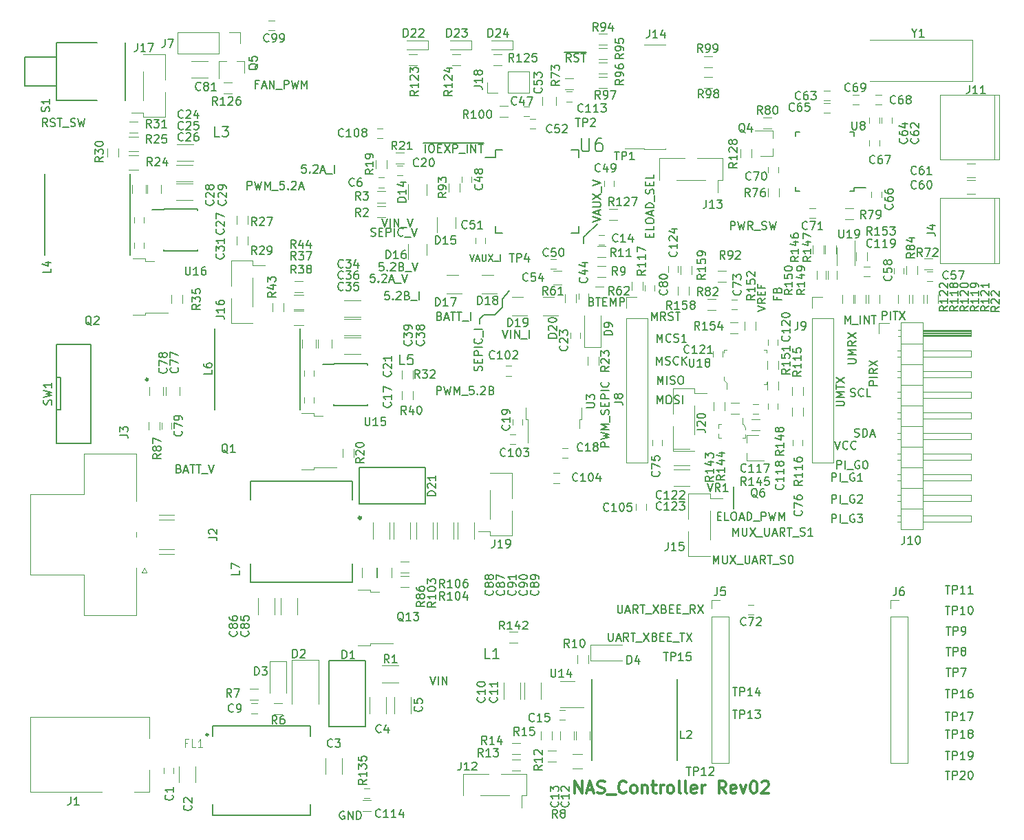
<source format=gbr>
G04 #@! TF.FileFunction,Legend,Top*
%FSLAX46Y46*%
G04 Gerber Fmt 4.6, Leading zero omitted, Abs format (unit mm)*
G04 Created by KiCad (PCBNEW 4.0.7) date 11/28/18 07:40:14*
%MOMM*%
%LPD*%
G01*
G04 APERTURE LIST*
%ADD10C,0.100000*%
%ADD11C,0.200000*%
%ADD12C,0.300000*%
%ADD13C,0.120000*%
%ADD14C,0.150000*%
%ADD15C,0.127000*%
%ADD16C,0.280000*%
%ADD17C,0.152400*%
%ADD18C,0.120246*%
G04 APERTURE END LIST*
D10*
D11*
X86487020Y-58293020D02*
X86487020Y-60960020D01*
X68072020Y-27559020D02*
X68072020Y-28321020D01*
X68326020Y-27305020D02*
X68072020Y-27559020D01*
X69723020Y-25908020D02*
X68326020Y-27305020D01*
X58039020Y-35179020D02*
X58928020Y-34163020D01*
X58039020Y-36195020D02*
X58039020Y-35179020D01*
X57912020Y-36322020D02*
X58039020Y-36195020D01*
X57150020Y-37084020D02*
X57912020Y-36322020D01*
X56896020Y-37084020D02*
X57150020Y-37084020D01*
X55753020Y-37084020D02*
X56896020Y-37084020D01*
X55245020Y-37592020D02*
X55753020Y-37084020D01*
X55245020Y-38227020D02*
X55245020Y-37592020D01*
D12*
X66999565Y-96055591D02*
X66999565Y-94555591D01*
X67856708Y-96055591D01*
X67856708Y-94555591D01*
X68499565Y-95627020D02*
X69213851Y-95627020D01*
X68356708Y-96055591D02*
X68856708Y-94555591D01*
X69356708Y-96055591D01*
X69785279Y-95984163D02*
X69999565Y-96055591D01*
X70356708Y-96055591D01*
X70499565Y-95984163D01*
X70570994Y-95912734D01*
X70642422Y-95769877D01*
X70642422Y-95627020D01*
X70570994Y-95484163D01*
X70499565Y-95412734D01*
X70356708Y-95341306D01*
X70070994Y-95269877D01*
X69928136Y-95198449D01*
X69856708Y-95127020D01*
X69785279Y-94984163D01*
X69785279Y-94841306D01*
X69856708Y-94698449D01*
X69928136Y-94627020D01*
X70070994Y-94555591D01*
X70428136Y-94555591D01*
X70642422Y-94627020D01*
X70928136Y-96198449D02*
X72070993Y-96198449D01*
X73285279Y-95912734D02*
X73213850Y-95984163D01*
X72999564Y-96055591D01*
X72856707Y-96055591D01*
X72642422Y-95984163D01*
X72499564Y-95841306D01*
X72428136Y-95698449D01*
X72356707Y-95412734D01*
X72356707Y-95198449D01*
X72428136Y-94912734D01*
X72499564Y-94769877D01*
X72642422Y-94627020D01*
X72856707Y-94555591D01*
X72999564Y-94555591D01*
X73213850Y-94627020D01*
X73285279Y-94698449D01*
X74142422Y-96055591D02*
X73999564Y-95984163D01*
X73928136Y-95912734D01*
X73856707Y-95769877D01*
X73856707Y-95341306D01*
X73928136Y-95198449D01*
X73999564Y-95127020D01*
X74142422Y-95055591D01*
X74356707Y-95055591D01*
X74499564Y-95127020D01*
X74570993Y-95198449D01*
X74642422Y-95341306D01*
X74642422Y-95769877D01*
X74570993Y-95912734D01*
X74499564Y-95984163D01*
X74356707Y-96055591D01*
X74142422Y-96055591D01*
X75285279Y-95055591D02*
X75285279Y-96055591D01*
X75285279Y-95198449D02*
X75356707Y-95127020D01*
X75499565Y-95055591D01*
X75713850Y-95055591D01*
X75856707Y-95127020D01*
X75928136Y-95269877D01*
X75928136Y-96055591D01*
X76428136Y-95055591D02*
X76999565Y-95055591D01*
X76642422Y-94555591D02*
X76642422Y-95841306D01*
X76713850Y-95984163D01*
X76856708Y-96055591D01*
X76999565Y-96055591D01*
X77499565Y-96055591D02*
X77499565Y-95055591D01*
X77499565Y-95341306D02*
X77570993Y-95198449D01*
X77642422Y-95127020D01*
X77785279Y-95055591D01*
X77928136Y-95055591D01*
X78642422Y-96055591D02*
X78499564Y-95984163D01*
X78428136Y-95912734D01*
X78356707Y-95769877D01*
X78356707Y-95341306D01*
X78428136Y-95198449D01*
X78499564Y-95127020D01*
X78642422Y-95055591D01*
X78856707Y-95055591D01*
X78999564Y-95127020D01*
X79070993Y-95198449D01*
X79142422Y-95341306D01*
X79142422Y-95769877D01*
X79070993Y-95912734D01*
X78999564Y-95984163D01*
X78856707Y-96055591D01*
X78642422Y-96055591D01*
X79999565Y-96055591D02*
X79856707Y-95984163D01*
X79785279Y-95841306D01*
X79785279Y-94555591D01*
X80785279Y-96055591D02*
X80642421Y-95984163D01*
X80570993Y-95841306D01*
X80570993Y-94555591D01*
X81928135Y-95984163D02*
X81785278Y-96055591D01*
X81499564Y-96055591D01*
X81356707Y-95984163D01*
X81285278Y-95841306D01*
X81285278Y-95269877D01*
X81356707Y-95127020D01*
X81499564Y-95055591D01*
X81785278Y-95055591D01*
X81928135Y-95127020D01*
X81999564Y-95269877D01*
X81999564Y-95412734D01*
X81285278Y-95555591D01*
X82642421Y-96055591D02*
X82642421Y-95055591D01*
X82642421Y-95341306D02*
X82713849Y-95198449D01*
X82785278Y-95127020D01*
X82928135Y-95055591D01*
X83070992Y-95055591D01*
X85570992Y-96055591D02*
X85070992Y-95341306D01*
X84713849Y-96055591D02*
X84713849Y-94555591D01*
X85285277Y-94555591D01*
X85428135Y-94627020D01*
X85499563Y-94698449D01*
X85570992Y-94841306D01*
X85570992Y-95055591D01*
X85499563Y-95198449D01*
X85428135Y-95269877D01*
X85285277Y-95341306D01*
X84713849Y-95341306D01*
X86785277Y-95984163D02*
X86642420Y-96055591D01*
X86356706Y-96055591D01*
X86213849Y-95984163D01*
X86142420Y-95841306D01*
X86142420Y-95269877D01*
X86213849Y-95127020D01*
X86356706Y-95055591D01*
X86642420Y-95055591D01*
X86785277Y-95127020D01*
X86856706Y-95269877D01*
X86856706Y-95412734D01*
X86142420Y-95555591D01*
X87356706Y-95055591D02*
X87713849Y-96055591D01*
X88070991Y-95055591D01*
X88928134Y-94555591D02*
X89070991Y-94555591D01*
X89213848Y-94627020D01*
X89285277Y-94698449D01*
X89356706Y-94841306D01*
X89428134Y-95127020D01*
X89428134Y-95484163D01*
X89356706Y-95769877D01*
X89285277Y-95912734D01*
X89213848Y-95984163D01*
X89070991Y-96055591D01*
X88928134Y-96055591D01*
X88785277Y-95984163D01*
X88713848Y-95912734D01*
X88642420Y-95769877D01*
X88570991Y-95484163D01*
X88570991Y-95127020D01*
X88642420Y-94841306D01*
X88713848Y-94698449D01*
X88785277Y-94627020D01*
X88928134Y-94555591D01*
X89999562Y-94698449D02*
X90070991Y-94627020D01*
X90213848Y-94555591D01*
X90570991Y-94555591D01*
X90713848Y-94627020D01*
X90785277Y-94698449D01*
X90856705Y-94841306D01*
X90856705Y-94984163D01*
X90785277Y-95198449D01*
X89928134Y-96055591D01*
X90856705Y-96055591D01*
D13*
X17354020Y-35679020D02*
X17354020Y-34679020D01*
X18714020Y-34679020D02*
X18714020Y-35679020D01*
X12735020Y-28925020D02*
X12735020Y-28225020D01*
X13935020Y-28225020D02*
X13935020Y-28925020D01*
X25355020Y-25900020D02*
X25355020Y-24900020D01*
X26715020Y-24900020D02*
X26715020Y-25900020D01*
X25355020Y-28440020D02*
X25355020Y-27440020D01*
X26715020Y-27440020D02*
X26715020Y-28440020D01*
X119200000Y-30750000D02*
X119200000Y-22750000D01*
X111880000Y-30750000D02*
X111880000Y-22750000D01*
X111880000Y-22750000D02*
X119200000Y-22750000D01*
X118580000Y-22750000D02*
X118580000Y-30750000D01*
X119200000Y-30750000D02*
X111880000Y-30750000D01*
X16418020Y-93568020D02*
X16418020Y-92868020D01*
X17618020Y-92868020D02*
X17618020Y-93568020D01*
X20324020Y-94726020D02*
X20324020Y-92726020D01*
X18284020Y-92726020D02*
X18284020Y-94726020D01*
X38358020Y-93686020D02*
X38358020Y-91686020D01*
X36318020Y-91686020D02*
X36318020Y-93686020D01*
X43786000Y-86184000D02*
X43786000Y-84184000D01*
X41746000Y-84184000D02*
X41746000Y-86184000D01*
X46834000Y-86184000D02*
X46834000Y-84184000D01*
X44794000Y-84184000D02*
X44794000Y-86184000D01*
X42797000Y-20211816D02*
X43497000Y-20211816D01*
X43497000Y-21411816D02*
X42797000Y-21411816D01*
X27185132Y-84988642D02*
X27885132Y-84988642D01*
X27885132Y-86188642D02*
X27185132Y-86188642D01*
X60296000Y-84406000D02*
X60296000Y-82406000D01*
X58256000Y-82406000D02*
X58256000Y-84406000D01*
X62836000Y-84406000D02*
X62836000Y-82406000D01*
X60796000Y-82406000D02*
X60796000Y-84406000D01*
X67095020Y-88400020D02*
X67095020Y-89400020D01*
X68795020Y-89400020D02*
X68795020Y-88400020D01*
X65190020Y-88400020D02*
X65190020Y-89400020D01*
X66890020Y-89400020D02*
X66890020Y-88400020D01*
X70626421Y-28493237D02*
X69926421Y-28493237D01*
X69926421Y-27293237D02*
X70626421Y-27293237D01*
X65755020Y-86960020D02*
X65055020Y-86960020D01*
X65055020Y-85760020D02*
X65755020Y-85760020D01*
X45816020Y-19904020D02*
X45116020Y-19904020D01*
X45116020Y-18704020D02*
X45816020Y-18704020D01*
X67656020Y-39274020D02*
X67656020Y-39974020D01*
X66456020Y-39974020D02*
X66456020Y-39274020D01*
X18050020Y-18165020D02*
X20050020Y-18165020D01*
X20050020Y-16125020D02*
X18050020Y-16125020D01*
X17938006Y-20705020D02*
X19938006Y-20705020D01*
X19938006Y-18665020D02*
X17938006Y-18665020D01*
X17938006Y-22991020D02*
X19938006Y-22991020D01*
X19938006Y-20951020D02*
X17938006Y-20951020D01*
X14185020Y-22090020D02*
X14185020Y-21090020D01*
X12485020Y-21090020D02*
X12485020Y-22090020D01*
X16090020Y-22090020D02*
X16090020Y-21090020D01*
X14390020Y-21090020D02*
X14390020Y-22090020D01*
X38624020Y-37342020D02*
X40624020Y-37342020D01*
X40624020Y-35302020D02*
X38624020Y-35302020D01*
X38591000Y-41914020D02*
X40591000Y-41914020D01*
X40591000Y-39874020D02*
X38591000Y-39874020D01*
X38624020Y-39628020D02*
X40624020Y-39628020D01*
X40624020Y-37588020D02*
X38624020Y-37588020D01*
X37045020Y-41140020D02*
X37045020Y-40140020D01*
X35345020Y-40140020D02*
X35345020Y-41140020D01*
X35140020Y-41140020D02*
X35140020Y-40140020D01*
X33440020Y-40140020D02*
X33440020Y-41140020D01*
X67472020Y-35148020D02*
X67472020Y-34448020D01*
X68672020Y-34448020D02*
X68672020Y-35148020D01*
X61404000Y-12632000D02*
X60704000Y-12632000D01*
X60704000Y-11432000D02*
X61404000Y-11432000D01*
X53088000Y-20764000D02*
X53088000Y-20064000D01*
X54288000Y-20064000D02*
X54288000Y-20764000D01*
X70614000Y-21272000D02*
X70614000Y-20572000D01*
X71814000Y-20572000D02*
X71814000Y-21272000D01*
X64006000Y-30228000D02*
X64706000Y-30228000D01*
X64706000Y-31428000D02*
X64006000Y-31428000D01*
X54772020Y-28290020D02*
X54772020Y-27590020D01*
X55972020Y-27590020D02*
X55972020Y-28290020D01*
X61466000Y-12956000D02*
X62166000Y-12956000D01*
X62166000Y-14156000D02*
X61466000Y-14156000D01*
X62998000Y-10262000D02*
X62998000Y-11262000D01*
X64698000Y-11262000D02*
X64698000Y-10262000D01*
X64364000Y-33362020D02*
X65364000Y-33362020D01*
X65364000Y-31662020D02*
X64364000Y-31662020D01*
X105959618Y-12808082D02*
X105959618Y-13508082D01*
X104759618Y-13508082D02*
X104759618Y-12808082D01*
X97631618Y-9510082D02*
X98331618Y-9510082D01*
X98331618Y-10710082D02*
X97631618Y-10710082D01*
X104435618Y-12808082D02*
X104435618Y-13508082D01*
X103235618Y-13508082D02*
X103235618Y-12808082D01*
X97643618Y-11034082D02*
X98343618Y-11034082D01*
X98343618Y-12234082D02*
X97643618Y-12234082D01*
X104689618Y-21952082D02*
X104689618Y-22652082D01*
X103489618Y-22652082D02*
X103489618Y-21952082D01*
X104435618Y-15614082D02*
X104435618Y-16314082D01*
X103235618Y-16314082D02*
X103235618Y-15614082D01*
X104693618Y-11218082D02*
X103993618Y-11218082D01*
X103993618Y-10018082D02*
X104693618Y-10018082D01*
X101199618Y-10018082D02*
X101899618Y-10018082D01*
X101899618Y-11218082D02*
X101199618Y-11218082D01*
X91989618Y-18904082D02*
X91989618Y-19604082D01*
X90789618Y-19604082D02*
X90789618Y-18904082D01*
X96565618Y-25188082D02*
X95865618Y-25188082D01*
X95865618Y-23988082D02*
X96565618Y-23988082D01*
X86976020Y-36414020D02*
X86276020Y-36414020D01*
X86276020Y-35214020D02*
X86976020Y-35214020D01*
X18376020Y-46982020D02*
X18376020Y-45982020D01*
X16676020Y-45982020D02*
X16676020Y-46982020D01*
X16344020Y-46982020D02*
X16344020Y-45982020D01*
X14644020Y-45982020D02*
X14644020Y-46982020D01*
X16123518Y-51129972D02*
X16123518Y-50429972D01*
X17323518Y-50429972D02*
X17323518Y-51129972D01*
X30824000Y-71992000D02*
X30824000Y-73992000D01*
X32864000Y-73992000D02*
X32864000Y-71992000D01*
X30070000Y-73992000D02*
X30070000Y-71992000D01*
X28030000Y-71992000D02*
X28030000Y-73992000D01*
X46707000Y-64721000D02*
X46707000Y-62721000D01*
X44667000Y-62721000D02*
X44667000Y-64721000D01*
X44167000Y-64721000D02*
X44167000Y-62721000D01*
X42127000Y-62721000D02*
X42127000Y-64721000D01*
X54581000Y-64721000D02*
X54581000Y-62721000D01*
X52541000Y-62721000D02*
X52541000Y-64721000D01*
X52041000Y-64721000D02*
X52041000Y-62721000D01*
X50001000Y-62721000D02*
X50001000Y-64721000D01*
X49501000Y-64721000D02*
X49501000Y-62721000D01*
X47461000Y-62721000D02*
X47461000Y-64721000D01*
X35432020Y-79626020D02*
X32132020Y-79626020D01*
X32132020Y-79626020D02*
X32132020Y-85026020D01*
X35432020Y-79626020D02*
X35432020Y-85026020D01*
X31480020Y-79792020D02*
X29480020Y-79792020D01*
X29480020Y-79792020D02*
X29480020Y-83692020D01*
X31480020Y-79792020D02*
X31480020Y-83692020D01*
X68870020Y-77740020D02*
X68870020Y-79740020D01*
X68870020Y-79740020D02*
X72770020Y-79740020D01*
X68870020Y-77740020D02*
X72770020Y-77740020D01*
X68173944Y-41055174D02*
X70173944Y-41055174D01*
X70173944Y-41055174D02*
X70173944Y-37155174D01*
X68173944Y-41055174D02*
X68173944Y-37155174D01*
D14*
X48597000Y-55873000D02*
X40487000Y-55873000D01*
X40487000Y-55883000D02*
X40487000Y-60383000D01*
X48597000Y-60383000D02*
X40487000Y-60383000D01*
X48597000Y-55883000D02*
X48597000Y-60383000D01*
D13*
X8750000Y-95881900D02*
X-50000Y-95881900D01*
X-50000Y-95881900D02*
X-50000Y-86681900D01*
X14650000Y-93181900D02*
X14650000Y-95881900D01*
X14650000Y-95881900D02*
X12750000Y-95881900D01*
X-50000Y-86681900D02*
X14650000Y-86681900D01*
X14650000Y-86681900D02*
X14650000Y-89281900D01*
X-50000Y-64178800D02*
X-50000Y-69128800D01*
X-50000Y-69128800D02*
X6550000Y-69128800D01*
X6550000Y-69128800D02*
X6550000Y-74128800D01*
X6550000Y-74128800D02*
X13050000Y-74128800D01*
X13050000Y-74128800D02*
X13050000Y-68278800D01*
X-50000Y-64178800D02*
X-50000Y-59228800D01*
X-50000Y-59228800D02*
X6550000Y-59228800D01*
X6550000Y-59228800D02*
X6550000Y-54228800D01*
X6550000Y-54228800D02*
X13050000Y-54228800D01*
X13050000Y-54228800D02*
X13050000Y-60078800D01*
X15800000Y-66578800D02*
X17700000Y-66578800D01*
X15800000Y-65978800D02*
X17700000Y-65978800D01*
X15800000Y-62378800D02*
X17700000Y-62378800D01*
X15800000Y-61778800D02*
X17700000Y-61778800D01*
X13000000Y-64478800D02*
X13000000Y-63878800D01*
X14000000Y-68278800D02*
X14300000Y-68878800D01*
X14300000Y-68878800D02*
X13700000Y-68878800D01*
X13700000Y-68878800D02*
X14000000Y-68278800D01*
X83778000Y-74270000D02*
X83778000Y-92330000D01*
X83778000Y-92330000D02*
X85898000Y-92330000D01*
X85898000Y-92330000D02*
X85898000Y-74270000D01*
X85898000Y-74270000D02*
X83778000Y-74270000D01*
X83778000Y-73270000D02*
X83778000Y-72210000D01*
X83778000Y-72210000D02*
X84838000Y-72210000D01*
X105778000Y-74270000D02*
X105778000Y-92330000D01*
X105778000Y-92330000D02*
X107898000Y-92330000D01*
X107898000Y-92330000D02*
X107898000Y-74270000D01*
X107898000Y-74270000D02*
X105778000Y-74270000D01*
X105778000Y-73270000D02*
X105778000Y-72210000D01*
X105778000Y-72210000D02*
X106838000Y-72210000D01*
X73284000Y-37500000D02*
X73284000Y-55340000D01*
X73284000Y-55340000D02*
X75944000Y-55340000D01*
X75944000Y-55340000D02*
X75944000Y-37500000D01*
X75944000Y-37500000D02*
X73284000Y-37500000D01*
X73284000Y-36230000D02*
X73284000Y-34900000D01*
X73284000Y-34900000D02*
X74614000Y-34900000D01*
X96144000Y-37500000D02*
X96144000Y-55340000D01*
X96144000Y-55340000D02*
X98804000Y-55340000D01*
X98804000Y-55340000D02*
X98804000Y-37500000D01*
X98804000Y-37500000D02*
X96144000Y-37500000D01*
X96144000Y-36230000D02*
X96144000Y-34900000D01*
X96144000Y-34900000D02*
X97474000Y-34900000D01*
X78139600Y-16651600D02*
X78139600Y-16671600D01*
X78139600Y-16671600D02*
X75479600Y-16671600D01*
X75479600Y-16671600D02*
X75479600Y-16651600D01*
X78139600Y-3871600D02*
X78139600Y-3851600D01*
X78139600Y-3851600D02*
X75479600Y-3851600D01*
X75479600Y-3851600D02*
X75479600Y-3871600D01*
X73174600Y-16651600D02*
X75479600Y-16651600D01*
X61368000Y-9806000D02*
X61368000Y-7146000D01*
X58768000Y-9806000D02*
X61368000Y-9806000D01*
X58768000Y-7146000D02*
X61368000Y-7146000D01*
X58768000Y-9806000D02*
X58768000Y-7146000D01*
X57498000Y-9806000D02*
X56168000Y-9806000D01*
X56168000Y-9806000D02*
X56168000Y-8476000D01*
D14*
X79545020Y-81995020D02*
X79545020Y-91995020D01*
X69045020Y-81995020D02*
X69045020Y-91995020D01*
D15*
X39585000Y-67725000D02*
X39585000Y-70065000D01*
X39585000Y-70065000D02*
X27085000Y-70065000D01*
X27085000Y-59905000D02*
X27085000Y-57565000D01*
X27085000Y-70065000D02*
X27085000Y-67725000D01*
X39585000Y-57565000D02*
X39585000Y-59905000D01*
X27085000Y-57565000D02*
X39585000Y-57565000D01*
D12*
X40685000Y-62100000D02*
G75*
G03X40685000Y-62100000I-150000J0D01*
G01*
D13*
X33355020Y-56155020D02*
X34855020Y-56155020D01*
X34855020Y-56155020D02*
X34855020Y-55885020D01*
X34855020Y-55885020D02*
X37685020Y-55885020D01*
X33355020Y-49255020D02*
X34855020Y-49255020D01*
X34855020Y-49255020D02*
X34855020Y-49525020D01*
X34855020Y-49525020D02*
X35955020Y-49525020D01*
X40307000Y-77839000D02*
X41807000Y-77839000D01*
X41807000Y-77839000D02*
X41807000Y-77569000D01*
X41807000Y-77569000D02*
X44637000Y-77569000D01*
X40307000Y-70939000D02*
X41807000Y-70939000D01*
X41807000Y-70939000D02*
X41807000Y-71209000D01*
X41807000Y-71209000D02*
X42907000Y-71209000D01*
X45290000Y-82444000D02*
X43290000Y-82444000D01*
X43290000Y-80304000D02*
X45290000Y-80304000D01*
X43680020Y-25064020D02*
X42680020Y-25064020D01*
X42680020Y-23704020D02*
X43680020Y-23704020D01*
X42647000Y-21909816D02*
X43647000Y-21909816D01*
X43647000Y-23269816D02*
X42647000Y-23269816D01*
X29992020Y-84918020D02*
X30992020Y-84918020D01*
X30992020Y-86278020D02*
X29992020Y-86278020D01*
X27035132Y-83130642D02*
X28035132Y-83130642D01*
X28035132Y-84490642D02*
X27035132Y-84490642D01*
X66710020Y-91195020D02*
X67910020Y-91195020D01*
X67910020Y-92955020D02*
X66710020Y-92955020D01*
X69777447Y-31070020D02*
X70777447Y-31070020D01*
X70777447Y-32430020D02*
X69777447Y-32430020D01*
X68625020Y-79002020D02*
X68625020Y-80002020D01*
X67265020Y-80002020D02*
X67265020Y-79002020D01*
X70776421Y-30017020D02*
X69776421Y-30017020D01*
X69776421Y-28657020D02*
X70776421Y-28657020D01*
X63635020Y-90760020D02*
X64635020Y-90760020D01*
X64635020Y-92120020D02*
X63635020Y-92120020D01*
X59284000Y-91903020D02*
X60284000Y-91903020D01*
X60284000Y-93263020D02*
X59284000Y-93263020D01*
X59284000Y-89838000D02*
X60284000Y-89838000D01*
X60284000Y-91198000D02*
X59284000Y-91198000D01*
X43860020Y-18042020D02*
X43860020Y-19042020D01*
X42500020Y-19042020D02*
X42500020Y-18042020D01*
X45954020Y-18460020D02*
X44954020Y-18460020D01*
X44954020Y-17100020D02*
X45954020Y-17100020D01*
X111655642Y-34639988D02*
X111655642Y-35639988D01*
X110295642Y-35639988D02*
X110295642Y-34639988D01*
X69912344Y-42310774D02*
X69912344Y-43310774D01*
X68552344Y-43310774D02*
X68552344Y-42310774D01*
X13300020Y-19248976D02*
X12100020Y-19248976D01*
X12100020Y-17488976D02*
X13300020Y-17488976D01*
X13300020Y-16962976D02*
X12100020Y-16962976D01*
X12100020Y-15202976D02*
X13300020Y-15202976D01*
X10840020Y-16645020D02*
X10840020Y-17645020D01*
X9480020Y-17645020D02*
X9480020Y-16645020D01*
X12200020Y-13290020D02*
X13200020Y-13290020D01*
X13200020Y-14650020D02*
X12200020Y-14650020D01*
X33620020Y-36440020D02*
X32420020Y-36440020D01*
X32420020Y-34680020D02*
X33620020Y-34680020D01*
X33620020Y-38345020D02*
X32420020Y-38345020D01*
X32420020Y-36585020D02*
X33620020Y-36585020D01*
X45675020Y-47490020D02*
X45675020Y-46490020D01*
X47035020Y-46490020D02*
X47035020Y-47490020D01*
X31160020Y-35695020D02*
X31160020Y-36695020D01*
X29800020Y-36695020D02*
X29800020Y-35695020D01*
X32520020Y-32975020D02*
X33520020Y-32975020D01*
X33520020Y-34335020D02*
X32520020Y-34335020D01*
X65741020Y-35552020D02*
X65741020Y-34552020D01*
X67101020Y-34552020D02*
X67101020Y-35552020D01*
X70477020Y-34970020D02*
X69477020Y-34970020D01*
X69477020Y-33610020D02*
X70477020Y-33610020D01*
X109990020Y-30181020D02*
X110990020Y-30181020D01*
X110990020Y-31541020D02*
X109990020Y-31541020D01*
X90709618Y-22548082D02*
X90709618Y-21548082D01*
X92069618Y-21548082D02*
X92069618Y-22548082D01*
X100211020Y-23958020D02*
X101211020Y-23958020D01*
X101211020Y-25318020D02*
X100211020Y-25318020D01*
X91178020Y-14142020D02*
X90178020Y-14142020D01*
X90178020Y-12782020D02*
X91178020Y-12782020D01*
X84320020Y-36494020D02*
X83320020Y-36494020D01*
X83320020Y-35134020D02*
X84320020Y-35134020D01*
X107741758Y-32105364D02*
X107741758Y-31105364D01*
X109101758Y-31105364D02*
X109101758Y-32105364D01*
X14519518Y-51279972D02*
X14519518Y-50279972D01*
X15879518Y-50279972D02*
X15879518Y-51279972D01*
X84590020Y-31705020D02*
X85590020Y-31705020D01*
X85590020Y-33065020D02*
X84590020Y-33065020D01*
X52844000Y-20930000D02*
X52844000Y-21930000D01*
X51484000Y-21930000D02*
X51484000Y-20930000D01*
X70952000Y-3822000D02*
X69952000Y-3822000D01*
X69952000Y-2462000D02*
X70952000Y-2462000D01*
X70952000Y-5600000D02*
X69952000Y-5600000D01*
X69952000Y-4240000D02*
X70952000Y-4240000D01*
X70952000Y-7378000D02*
X69952000Y-7378000D01*
X69952000Y-6018000D02*
X70952000Y-6018000D01*
X70952000Y-9156000D02*
X69952000Y-9156000D01*
X69952000Y-7796000D02*
X70952000Y-7796000D01*
X82906000Y-7796000D02*
X83906000Y-7796000D01*
X83906000Y-9156000D02*
X82906000Y-9156000D01*
X82906000Y-5256000D02*
X83906000Y-5256000D01*
X83906000Y-6616000D02*
X82906000Y-6616000D01*
X58760000Y-12712000D02*
X57760000Y-12712000D01*
X57760000Y-11352000D02*
X58760000Y-11352000D01*
X44408000Y-68234020D02*
X44408000Y-69434020D01*
X42648000Y-69434020D02*
X42648000Y-68234020D01*
X46568000Y-70624000D02*
X45568000Y-70624000D01*
X45568000Y-69264000D02*
X46568000Y-69264000D01*
X46568000Y-68846000D02*
X45568000Y-68846000D01*
X45568000Y-67486000D02*
X46568000Y-67486000D01*
X60907347Y-48516195D02*
X60907347Y-50016195D01*
X60907347Y-50016195D02*
X61177347Y-50016195D01*
X61177347Y-50016195D02*
X61177347Y-52846195D01*
X67807347Y-48516195D02*
X67807347Y-50016195D01*
X67807347Y-50016195D02*
X67537347Y-50016195D01*
X67537347Y-50016195D02*
X67537347Y-51116195D01*
D14*
X36696000Y-79734000D02*
X36696000Y-87844000D01*
X36706000Y-87844000D02*
X41206000Y-87844000D01*
X41206000Y-79734000D02*
X41206000Y-87844000D01*
X36706000Y-79734000D02*
X41206000Y-79734000D01*
D13*
X46432000Y-20984000D02*
X46432000Y-22884000D01*
X48752000Y-22384000D02*
X48752000Y-20984000D01*
X49988000Y-25048000D02*
X49988000Y-26948000D01*
X52308000Y-26448000D02*
X52308000Y-25048000D01*
X46432000Y-28350000D02*
X46432000Y-30250000D01*
X48752000Y-29750000D02*
X48752000Y-28350000D01*
X51210000Y-34528000D02*
X53110000Y-34528000D01*
X52610000Y-32208000D02*
X51210000Y-32208000D01*
X55528000Y-34528000D02*
X57428000Y-34528000D01*
X56928000Y-32208000D02*
X55528000Y-32208000D01*
X59244020Y-37228020D02*
X61144020Y-37228020D01*
X60644020Y-34908020D02*
X59244020Y-34908020D01*
X63054020Y-37228020D02*
X64954020Y-37228020D01*
X64454020Y-34908020D02*
X63054020Y-34908020D01*
X85150020Y-17847020D02*
X85150020Y-20507020D01*
X77410020Y-17847020D02*
X77410020Y-20507020D01*
X83060020Y-20507020D02*
X79500020Y-20507020D01*
X85150020Y-17847020D02*
X82040020Y-17847020D01*
X84580020Y-20507020D02*
X84580020Y-22027020D01*
X85150020Y-20507020D02*
X84580020Y-20507020D01*
X77980020Y-17847020D02*
X77410020Y-17847020D01*
X80520020Y-17847020D02*
X77410020Y-17847020D01*
X80962020Y-59122020D02*
X83622020Y-59122020D01*
X80962020Y-66862020D02*
X83622020Y-66862020D01*
X83622020Y-61212020D02*
X83622020Y-64772020D01*
X80962020Y-59122020D02*
X80962020Y-62232020D01*
X83622020Y-59692020D02*
X85142020Y-59692020D01*
X83622020Y-59122020D02*
X83622020Y-59692020D01*
X80962020Y-66292020D02*
X80962020Y-66862020D01*
X80962020Y-63752020D02*
X80962020Y-66862020D01*
D15*
X22448020Y-89018020D02*
X22448020Y-87718020D01*
X22448020Y-87718020D02*
X34448020Y-87718020D01*
X34448020Y-87718020D02*
X34448020Y-89018020D01*
X34448020Y-97418020D02*
X34448020Y-98718020D01*
X34448020Y-98718020D02*
X22448020Y-98718020D01*
X22448020Y-98718020D02*
X22448020Y-97418020D01*
D16*
X21888020Y-88818020D02*
G75*
G03X21888020Y-88818020I-140000J0D01*
G01*
D13*
X110267020Y-31785020D02*
X110967020Y-31785020D01*
X110967020Y-32985020D02*
X110267020Y-32985020D01*
X106211330Y-32037344D02*
X106211330Y-31337344D01*
X107411330Y-31337344D02*
X107411330Y-32037344D01*
X116197020Y-20486020D02*
X115197020Y-20486020D01*
X115197020Y-22186020D02*
X116197020Y-22186020D01*
X116197020Y-18454020D02*
X115197020Y-18454020D01*
X115197020Y-20154020D02*
X116197020Y-20154020D01*
X76800020Y-33432020D02*
X76800020Y-34132020D01*
X75600020Y-34132020D02*
X75600020Y-33432020D01*
X48884000Y-4454000D02*
X48884000Y-3354000D01*
X48884000Y-3354000D02*
X46284000Y-3354000D01*
X48884000Y-4454000D02*
X46284000Y-4454000D01*
X54218000Y-4454000D02*
X54218000Y-3354000D01*
X54218000Y-3354000D02*
X51618000Y-3354000D01*
X54218000Y-4454000D02*
X51618000Y-4454000D01*
X59298000Y-4454000D02*
X59298000Y-3354000D01*
X59298000Y-3354000D02*
X56698000Y-3354000D01*
X59298000Y-4454000D02*
X56698000Y-4454000D01*
X18068000Y-2320000D02*
X18068000Y-4980000D01*
X23208000Y-2320000D02*
X18068000Y-2320000D01*
X23208000Y-4980000D02*
X18068000Y-4980000D01*
X23208000Y-2320000D02*
X23208000Y-4980000D01*
X24478000Y-2320000D02*
X25808000Y-2320000D01*
X25808000Y-2320000D02*
X25808000Y-3650000D01*
X107104000Y-38040000D02*
X107104000Y-63560000D01*
X107104000Y-63560000D02*
X109764000Y-63560000D01*
X109764000Y-63560000D02*
X109764000Y-38040000D01*
X109764000Y-38040000D02*
X107104000Y-38040000D01*
X109764000Y-38990000D02*
X115764000Y-38990000D01*
X115764000Y-38990000D02*
X115764000Y-39750000D01*
X115764000Y-39750000D02*
X109764000Y-39750000D01*
X109764000Y-39050000D02*
X115764000Y-39050000D01*
X109764000Y-39170000D02*
X115764000Y-39170000D01*
X109764000Y-39290000D02*
X115764000Y-39290000D01*
X109764000Y-39410000D02*
X115764000Y-39410000D01*
X109764000Y-39530000D02*
X115764000Y-39530000D01*
X109764000Y-39650000D02*
X115764000Y-39650000D01*
X106774000Y-38990000D02*
X107104000Y-38990000D01*
X106774000Y-39750000D02*
X107104000Y-39750000D01*
X107104000Y-40640000D02*
X109764000Y-40640000D01*
X109764000Y-41530000D02*
X115764000Y-41530000D01*
X115764000Y-41530000D02*
X115764000Y-42290000D01*
X115764000Y-42290000D02*
X109764000Y-42290000D01*
X106706929Y-41530000D02*
X107104000Y-41530000D01*
X106706929Y-42290000D02*
X107104000Y-42290000D01*
X107104000Y-43180000D02*
X109764000Y-43180000D01*
X109764000Y-44070000D02*
X115764000Y-44070000D01*
X115764000Y-44070000D02*
X115764000Y-44830000D01*
X115764000Y-44830000D02*
X109764000Y-44830000D01*
X106706929Y-44070000D02*
X107104000Y-44070000D01*
X106706929Y-44830000D02*
X107104000Y-44830000D01*
X107104000Y-45720000D02*
X109764000Y-45720000D01*
X109764000Y-46610000D02*
X115764000Y-46610000D01*
X115764000Y-46610000D02*
X115764000Y-47370000D01*
X115764000Y-47370000D02*
X109764000Y-47370000D01*
X106706929Y-46610000D02*
X107104000Y-46610000D01*
X106706929Y-47370000D02*
X107104000Y-47370000D01*
X107104000Y-48260000D02*
X109764000Y-48260000D01*
X109764000Y-49150000D02*
X115764000Y-49150000D01*
X115764000Y-49150000D02*
X115764000Y-49910000D01*
X115764000Y-49910000D02*
X109764000Y-49910000D01*
X106706929Y-49150000D02*
X107104000Y-49150000D01*
X106706929Y-49910000D02*
X107104000Y-49910000D01*
X107104000Y-50800000D02*
X109764000Y-50800000D01*
X109764000Y-51690000D02*
X115764000Y-51690000D01*
X115764000Y-51690000D02*
X115764000Y-52450000D01*
X115764000Y-52450000D02*
X109764000Y-52450000D01*
X106706929Y-51690000D02*
X107104000Y-51690000D01*
X106706929Y-52450000D02*
X107104000Y-52450000D01*
X107104000Y-53340000D02*
X109764000Y-53340000D01*
X109764000Y-54230000D02*
X115764000Y-54230000D01*
X115764000Y-54230000D02*
X115764000Y-54990000D01*
X115764000Y-54990000D02*
X109764000Y-54990000D01*
X106706929Y-54230000D02*
X107104000Y-54230000D01*
X106706929Y-54990000D02*
X107104000Y-54990000D01*
X107104000Y-55880000D02*
X109764000Y-55880000D01*
X109764000Y-56770000D02*
X115764000Y-56770000D01*
X115764000Y-56770000D02*
X115764000Y-57530000D01*
X115764000Y-57530000D02*
X109764000Y-57530000D01*
X106706929Y-56770000D02*
X107104000Y-56770000D01*
X106706929Y-57530000D02*
X107104000Y-57530000D01*
X107104000Y-58420000D02*
X109764000Y-58420000D01*
X109764000Y-59310000D02*
X115764000Y-59310000D01*
X115764000Y-59310000D02*
X115764000Y-60070000D01*
X115764000Y-60070000D02*
X109764000Y-60070000D01*
X106706929Y-59310000D02*
X107104000Y-59310000D01*
X106706929Y-60070000D02*
X107104000Y-60070000D01*
X107104000Y-60960000D02*
X109764000Y-60960000D01*
X109764000Y-61850000D02*
X115764000Y-61850000D01*
X115764000Y-61850000D02*
X115764000Y-62610000D01*
X115764000Y-62610000D02*
X109764000Y-62610000D01*
X106706929Y-61850000D02*
X107104000Y-61850000D01*
X106706929Y-62610000D02*
X107104000Y-62610000D01*
X104394000Y-39370000D02*
X104394000Y-38100000D01*
X104394000Y-38100000D02*
X105664000Y-38100000D01*
X95041020Y-45982020D02*
X95041020Y-46982020D01*
X93681020Y-46982020D02*
X93681020Y-45982020D01*
X93681020Y-49522020D02*
X93681020Y-48522020D01*
X95041020Y-48522020D02*
X95041020Y-49522020D01*
X75356020Y-33028020D02*
X75356020Y-34028020D01*
X73996020Y-34028020D02*
X73996020Y-33028020D01*
X102795225Y-34660767D02*
X102795225Y-35660767D01*
X101435225Y-35660767D02*
X101435225Y-34660767D01*
X108099642Y-34639988D02*
X108099642Y-35639988D01*
X106739642Y-35639988D02*
X106739642Y-34639988D01*
X104446225Y-34660767D02*
X104446225Y-35660767D01*
X103086225Y-35660767D02*
X103086225Y-34660767D01*
X108517642Y-35639988D02*
X108517642Y-34639988D01*
X109877642Y-34639988D02*
X109877642Y-35639988D01*
X99911225Y-35660767D02*
X99911225Y-34660767D01*
X101271225Y-34660767D02*
X101271225Y-35660767D01*
X46584000Y-5002000D02*
X47584000Y-5002000D01*
X47584000Y-6362000D02*
X46584000Y-6362000D01*
X51918000Y-5002000D02*
X52918000Y-5002000D01*
X52918000Y-6362000D02*
X51918000Y-6362000D01*
X56998000Y-5002000D02*
X57998000Y-5002000D01*
X57998000Y-6362000D02*
X56998000Y-6362000D01*
D15*
X11685000Y-3563800D02*
X11685000Y-10723800D01*
X3180000Y-10698800D02*
X3180000Y-8898800D01*
X3180000Y-8898800D02*
X3180000Y-5388800D01*
X3180000Y-5388800D02*
X3180000Y-3588800D01*
X3180000Y-5388800D02*
X-675000Y-5388800D01*
X-675000Y-5388800D02*
X-675000Y-8898800D01*
X-675000Y-8898800D02*
X3180000Y-8898800D01*
X8175000Y-10698800D02*
X3180000Y-10698800D01*
X3180000Y-3588800D02*
X8160000Y-3588800D01*
D14*
X3175000Y-44832600D02*
X3675000Y-44832600D01*
X3675000Y-44832600D02*
X3675000Y-48832600D01*
X3675000Y-48832600D02*
X3175000Y-48832600D01*
X7475000Y-40732600D02*
X7475000Y-52932600D01*
X7475000Y-52932600D02*
X3175000Y-52932600D01*
X3175000Y-52932600D02*
X3175000Y-40732600D01*
X3175000Y-40732600D02*
X7475000Y-40732600D01*
D13*
X24757020Y-9824020D02*
X23757020Y-9824020D01*
X23757020Y-8464020D02*
X24757020Y-8464020D01*
X72222000Y-25412000D02*
X71222000Y-25412000D01*
X71222000Y-24052000D02*
X72222000Y-24052000D01*
X87331020Y-17722082D02*
X87331020Y-16722082D01*
X88691020Y-16722082D02*
X88691020Y-17722082D01*
X65436020Y-53502020D02*
X66136020Y-53502020D01*
X66136020Y-54702020D02*
X65436020Y-54702020D01*
X59344020Y-50642020D02*
X59344020Y-49942020D01*
X60544020Y-49942020D02*
X60544020Y-50642020D01*
X88996020Y-74006020D02*
X88296020Y-74006020D01*
X88296020Y-72806020D02*
X88996020Y-72806020D01*
X76489020Y-53182000D02*
X76489020Y-52482000D01*
X77689020Y-52482000D02*
X77689020Y-53182000D01*
X93761020Y-53182020D02*
X93761020Y-52482020D01*
X94961020Y-52482020D02*
X94961020Y-53182020D01*
X21828020Y-5838020D02*
X19828020Y-5838020D01*
X19828020Y-7878020D02*
X21828020Y-7878020D01*
X119200000Y-18000000D02*
X119200000Y-10000000D01*
X111880000Y-18000000D02*
X111880000Y-10000000D01*
X111880000Y-10000000D02*
X119200000Y-10000000D01*
X118580000Y-10000000D02*
X118580000Y-18000000D01*
X119200000Y-18000000D02*
X111880000Y-18000000D01*
X42536020Y-68234020D02*
X42536020Y-69434020D01*
X40776020Y-69434020D02*
X40776020Y-68234020D01*
D12*
X14432020Y-45079020D02*
G75*
G03X14432020Y-45079020I-100000J0D01*
G01*
D14*
X101364618Y-21863082D02*
X101364618Y-21413082D01*
X94114618Y-21863082D02*
X94114618Y-21338082D01*
X94114618Y-14613082D02*
X94114618Y-15138082D01*
X101364618Y-14613082D02*
X101364618Y-15138082D01*
X101364618Y-21863082D02*
X100839618Y-21863082D01*
X101364618Y-14613082D02*
X100839618Y-14613082D01*
X94114618Y-14613082D02*
X94639618Y-14613082D01*
X94114618Y-21863082D02*
X94639618Y-21863082D01*
X101364618Y-21413082D02*
X102739618Y-21413082D01*
D13*
X30004520Y-2060520D02*
X29304520Y-2060520D01*
X29304520Y-860520D02*
X30004520Y-860520D01*
X59202520Y-44605520D02*
X58502520Y-44605520D01*
X58502520Y-43405520D02*
X59202520Y-43405520D01*
X59671020Y-53051020D02*
X58971020Y-53051020D01*
X58971020Y-51851020D02*
X59671020Y-51851020D01*
X65068520Y-57813520D02*
X64368520Y-57813520D01*
X64368520Y-56613520D02*
X65068520Y-56613520D01*
X75720520Y-60419520D02*
X75720520Y-61119520D01*
X74520520Y-61119520D02*
X74520520Y-60419520D01*
X43351520Y-15332020D02*
X42651520Y-15332020D01*
X42651520Y-14132020D02*
X43351520Y-14132020D01*
X65956020Y-9623520D02*
X66656020Y-9623520D01*
X66656020Y-10823520D02*
X65956020Y-10823520D01*
X66794020Y-9316020D02*
X65794020Y-9316020D01*
X65794020Y-7956020D02*
X66794020Y-7956020D01*
D14*
X57224000Y-17738000D02*
X55924000Y-17738000D01*
D17*
X58107600Y-16832600D02*
X57218600Y-16832600D01*
X57218600Y-27043400D02*
X58107600Y-27043400D01*
X67429400Y-27043400D02*
X67429400Y-26154400D01*
X67429400Y-16832600D02*
X66540400Y-16832600D01*
X57218600Y-16832600D02*
X57218600Y-17721600D01*
X57218600Y-26154400D02*
X57218600Y-27043400D01*
X66540400Y-27043400D02*
X67429400Y-27043400D01*
X67429400Y-17721600D02*
X67429400Y-16832600D01*
D13*
X103320020Y-8342082D02*
X115920020Y-8342082D01*
X115920020Y-8342082D02*
X115920020Y-3242082D01*
X115920020Y-3242082D02*
X103320020Y-3242082D01*
X41052020Y-95412020D02*
X41752020Y-95412020D01*
X41752020Y-96612020D02*
X41052020Y-96612020D01*
X40902020Y-96856020D02*
X41902020Y-96856020D01*
X41902020Y-98216020D02*
X40902020Y-98216020D01*
X66940020Y-82210020D02*
X65140020Y-82210020D01*
X65140020Y-85430020D02*
X68090020Y-85430020D01*
D14*
X37342520Y-43145020D02*
X37342520Y-43195020D01*
X41492520Y-43145020D02*
X41492520Y-43290020D01*
X41492520Y-48295020D02*
X41492520Y-48150020D01*
X37342520Y-48295020D02*
X37342520Y-48150020D01*
X37342520Y-43145020D02*
X41492520Y-43145020D01*
X37342520Y-48295020D02*
X41492520Y-48295020D01*
X37342520Y-43195020D02*
X35942520Y-43195020D01*
X16387520Y-24095020D02*
X16387520Y-24145020D01*
X20537520Y-24095020D02*
X20537520Y-24240020D01*
X20537520Y-29245020D02*
X20537520Y-29100020D01*
X16387520Y-29245020D02*
X16387520Y-29100020D01*
X16387520Y-24095020D02*
X20537520Y-24095020D01*
X16387520Y-29245020D02*
X20537520Y-29245020D01*
X16387520Y-24145020D02*
X14987520Y-24145020D01*
D13*
X33690020Y-47975020D02*
X33690020Y-47275020D01*
X34890020Y-47275020D02*
X34890020Y-47975020D01*
X34890020Y-43985020D02*
X34890020Y-44685020D01*
X33690020Y-44685020D02*
X33690020Y-43985020D01*
X13935020Y-25050020D02*
X13935020Y-25750020D01*
X12735020Y-25750020D02*
X12735020Y-25050020D01*
D14*
X1735020Y-29765020D02*
X1735020Y-19765020D01*
X12235020Y-29765020D02*
X12235020Y-19765020D01*
X22690020Y-48815020D02*
X22690020Y-38815020D01*
X33190020Y-48815020D02*
X33190020Y-38815020D01*
D13*
X12595020Y-37105020D02*
X14095020Y-37105020D01*
X14095020Y-37105020D02*
X14095020Y-36835020D01*
X14095020Y-36835020D02*
X16925020Y-36835020D01*
X12595020Y-30205020D02*
X14095020Y-30205020D01*
X14095020Y-30205020D02*
X14095020Y-30475020D01*
X14095020Y-30475020D02*
X15195020Y-30475020D01*
X64180020Y-88400020D02*
X64180020Y-89400020D01*
X62820020Y-89400020D02*
X62820020Y-88400020D01*
X38436020Y-54602020D02*
X38436020Y-53602020D01*
X39796020Y-53602020D02*
X39796020Y-54602020D01*
X45675020Y-44950020D02*
X45675020Y-43950020D01*
X47035020Y-43950020D02*
X47035020Y-44950020D01*
X59936020Y-77515020D02*
X58936020Y-77515020D01*
X58936020Y-76155020D02*
X59936020Y-76155020D01*
X89566827Y-49339421D02*
X88866827Y-49339421D01*
X88866827Y-48139421D02*
X89566827Y-48139421D01*
X90775827Y-48708421D02*
X90775827Y-48008421D01*
X91975827Y-48008421D02*
X91975827Y-48708421D01*
X103240793Y-32387045D02*
X102540793Y-32387045D01*
X102540793Y-31187045D02*
X103240793Y-31187045D01*
X91975827Y-40134421D02*
X91975827Y-40834421D01*
X90775827Y-40834421D02*
X90775827Y-40134421D01*
X83982020Y-42260020D02*
X83982020Y-41560020D01*
X85182020Y-41560020D02*
X85182020Y-42260020D01*
X81129271Y-53614489D02*
X79129271Y-53614489D01*
X79129271Y-55654489D02*
X81129271Y-55654489D01*
X81129271Y-56154489D02*
X79129271Y-56154489D01*
X79129271Y-58194489D02*
X81129271Y-58194489D01*
X79675120Y-31125062D02*
X79675120Y-31825062D01*
X78475120Y-31825062D02*
X78475120Y-31125062D01*
X61020020Y-93670020D02*
X61020020Y-96330020D01*
X53280020Y-93670020D02*
X53280020Y-96330020D01*
X58930020Y-96330020D02*
X55370020Y-96330020D01*
X61020020Y-93670020D02*
X57910020Y-93670020D01*
X60450020Y-96330020D02*
X60450020Y-97850020D01*
X61020020Y-96330020D02*
X60450020Y-96330020D01*
X53850020Y-93670020D02*
X53280020Y-93670020D01*
X56390020Y-93670020D02*
X53280020Y-93670020D01*
X24705020Y-30420020D02*
X27365020Y-30420020D01*
X24705020Y-38160020D02*
X27365020Y-38160020D01*
X27365020Y-32510020D02*
X27365020Y-36070020D01*
X24705020Y-30420020D02*
X24705020Y-33530020D01*
X27365020Y-30990020D02*
X28885020Y-30990020D01*
X27365020Y-30420020D02*
X27365020Y-30990020D01*
X24705020Y-37590020D02*
X24705020Y-38160020D01*
X24705020Y-35050020D02*
X24705020Y-38160020D01*
X16570020Y-12760020D02*
X13910020Y-12760020D01*
X16570020Y-5020020D02*
X13910020Y-5020020D01*
X13910020Y-10670020D02*
X13910020Y-7110020D01*
X16570020Y-12760020D02*
X16570020Y-9650020D01*
X13910020Y-12190020D02*
X12390020Y-12190020D01*
X13910020Y-12760020D02*
X13910020Y-12190020D01*
X16570020Y-5590020D02*
X16570020Y-5020020D01*
X16570020Y-8130020D02*
X16570020Y-5020020D01*
X59242020Y-64322020D02*
X56582020Y-64322020D01*
X59242020Y-56582020D02*
X56582020Y-56582020D01*
X56582020Y-62232020D02*
X56582020Y-58672020D01*
X59242020Y-64322020D02*
X59242020Y-61212020D01*
X56582020Y-63752020D02*
X55062020Y-63752020D01*
X56582020Y-64322020D02*
X56582020Y-63752020D01*
X59242020Y-57152020D02*
X59242020Y-56582020D01*
X59242020Y-59692020D02*
X59242020Y-56582020D01*
X79057020Y-46168020D02*
X81717020Y-46168020D01*
X79057020Y-53908020D02*
X81717020Y-53908020D01*
X81717020Y-48258020D02*
X81717020Y-51818020D01*
X79057020Y-46168020D02*
X79057020Y-49278020D01*
X81717020Y-46738020D02*
X83237020Y-46738020D01*
X81717020Y-46168020D02*
X81717020Y-46738020D01*
X79057020Y-53338020D02*
X79057020Y-53908020D01*
X79057020Y-50798020D02*
X79057020Y-53908020D01*
X91311020Y-17582020D02*
X91311020Y-16652020D01*
X91311020Y-14422020D02*
X91311020Y-15352020D01*
X91311020Y-14422020D02*
X89151020Y-14422020D01*
X91311020Y-17582020D02*
X89851020Y-17582020D01*
X26345020Y-5844020D02*
X25415020Y-5844020D01*
X23185020Y-5844020D02*
X24115020Y-5844020D01*
X23185020Y-5844020D02*
X23185020Y-8004020D01*
X26345020Y-5844020D02*
X26345020Y-7304020D01*
X88091827Y-51919421D02*
X88091827Y-52849421D01*
X88091827Y-55079421D02*
X88091827Y-54149421D01*
X88091827Y-55079421D02*
X90251827Y-55079421D01*
X88091827Y-51919421D02*
X89551827Y-51919421D01*
X85451827Y-47858421D02*
X85451827Y-48858421D01*
X84091827Y-48858421D02*
X84091827Y-47858421D01*
X87176827Y-49292421D02*
X86176827Y-49292421D01*
X86176827Y-47932421D02*
X87176827Y-47932421D01*
X89716827Y-51324421D02*
X88716827Y-51324421D01*
X88716827Y-49964421D02*
X89716827Y-49964421D01*
X96280053Y-29589373D02*
X96280053Y-28589373D01*
X97640053Y-28589373D02*
X97640053Y-29589373D01*
X99164053Y-28589373D02*
X99164053Y-29589373D01*
X97804053Y-29589373D02*
X97804053Y-28589373D01*
X92055827Y-45318421D02*
X92055827Y-46318421D01*
X90695827Y-46318421D02*
X90695827Y-45318421D01*
X99232020Y-31720995D02*
X99232020Y-32720995D01*
X97872020Y-32720995D02*
X97872020Y-31720995D01*
X96729020Y-32720995D02*
X96729020Y-31720995D01*
X98089020Y-31720995D02*
X98089020Y-32720995D01*
X90695827Y-43778421D02*
X90695827Y-42778421D01*
X92055827Y-42778421D02*
X92055827Y-43778421D01*
X89261827Y-37952421D02*
X89261827Y-38952421D01*
X87901827Y-38952421D02*
X87901827Y-37952421D01*
X102935793Y-29382045D02*
X102935793Y-30382045D01*
X101575793Y-30382045D02*
X101575793Y-29382045D01*
X87049827Y-39386421D02*
X86049827Y-39386421D01*
X86049827Y-38026421D02*
X87049827Y-38026421D01*
X81025120Y-33630062D02*
X81025120Y-34630062D01*
X79665120Y-34630062D02*
X79665120Y-33630062D01*
X81325020Y-31090062D02*
X81325020Y-32090062D01*
X79965020Y-32090062D02*
X79965020Y-31090062D01*
D10*
X85346827Y-44769421D02*
X85346827Y-45169421D01*
X85346827Y-45169421D02*
X85646827Y-45469421D01*
X85646827Y-45469421D02*
X85646827Y-46269421D01*
X90246827Y-45669421D02*
X90546827Y-45669421D01*
X90546827Y-45669421D02*
X90546827Y-45369421D01*
X85646827Y-41469421D02*
X85346827Y-41469421D01*
X85346827Y-41469421D02*
X85346827Y-41769421D01*
X90246827Y-41469421D02*
X90546827Y-41469421D01*
X90546827Y-41469421D02*
X90546827Y-41769421D01*
D13*
X99250793Y-30982045D02*
X99250793Y-28782045D01*
X101450793Y-30982045D02*
X101450793Y-27982045D01*
D10*
X87945827Y-51231421D02*
X87945827Y-50956421D01*
X87945827Y-50956421D02*
X87670827Y-50581421D01*
X87670827Y-50581421D02*
X87620827Y-50581421D01*
X87620827Y-50581421D02*
X87620827Y-49806421D01*
X84645827Y-51056421D02*
X84645827Y-50581421D01*
X84645827Y-50581421D02*
X84995827Y-50581421D01*
X84870827Y-52231421D02*
X84995827Y-52231421D01*
X84945827Y-52231421D02*
X84645827Y-52231421D01*
X84645827Y-52231421D02*
X84645827Y-51781421D01*
X87945827Y-51856421D02*
X87945827Y-52231421D01*
X87945827Y-52231421D02*
X87645827Y-52231421D01*
D14*
X20899401Y-35821877D02*
X20423210Y-36155211D01*
X20899401Y-36393306D02*
X19899401Y-36393306D01*
X19899401Y-36012353D01*
X19947020Y-35917115D01*
X19994639Y-35869496D01*
X20089877Y-35821877D01*
X20232734Y-35821877D01*
X20327972Y-35869496D01*
X20375591Y-35917115D01*
X20423210Y-36012353D01*
X20423210Y-36393306D01*
X19899401Y-35488544D02*
X19899401Y-34869496D01*
X20280353Y-35202830D01*
X20280353Y-35059972D01*
X20327972Y-34964734D01*
X20375591Y-34917115D01*
X20470830Y-34869496D01*
X20708925Y-34869496D01*
X20804163Y-34917115D01*
X20851782Y-34964734D01*
X20899401Y-35059972D01*
X20899401Y-35345687D01*
X20851782Y-35440925D01*
X20804163Y-35488544D01*
X19899401Y-33964734D02*
X19899401Y-34440925D01*
X20375591Y-34488544D01*
X20327972Y-34440925D01*
X20280353Y-34345687D01*
X20280353Y-34107591D01*
X20327972Y-34012353D01*
X20375591Y-33964734D01*
X20470830Y-33917115D01*
X20708925Y-33917115D01*
X20804163Y-33964734D01*
X20851782Y-34012353D01*
X20899401Y-34107591D01*
X20899401Y-34345687D01*
X20851782Y-34440925D01*
X20804163Y-34488544D01*
X23725163Y-29598877D02*
X23772782Y-29646496D01*
X23820401Y-29789353D01*
X23820401Y-29884591D01*
X23772782Y-30027449D01*
X23677544Y-30122687D01*
X23582306Y-30170306D01*
X23391830Y-30217925D01*
X23248972Y-30217925D01*
X23058496Y-30170306D01*
X22963258Y-30122687D01*
X22868020Y-30027449D01*
X22820401Y-29884591D01*
X22820401Y-29789353D01*
X22868020Y-29646496D01*
X22915639Y-29598877D01*
X22820401Y-29265544D02*
X22820401Y-28646496D01*
X23201353Y-28979830D01*
X23201353Y-28836972D01*
X23248972Y-28741734D01*
X23296591Y-28694115D01*
X23391830Y-28646496D01*
X23629925Y-28646496D01*
X23725163Y-28694115D01*
X23772782Y-28741734D01*
X23820401Y-28836972D01*
X23820401Y-29122687D01*
X23772782Y-29217925D01*
X23725163Y-29265544D01*
X23820401Y-27694115D02*
X23820401Y-28265544D01*
X23820401Y-27979830D02*
X22820401Y-27979830D01*
X22963258Y-28075068D01*
X23058496Y-28170306D01*
X23106115Y-28265544D01*
X27805163Y-26106401D02*
X27471829Y-25630210D01*
X27233734Y-26106401D02*
X27233734Y-25106401D01*
X27614687Y-25106401D01*
X27709925Y-25154020D01*
X27757544Y-25201639D01*
X27805163Y-25296877D01*
X27805163Y-25439734D01*
X27757544Y-25534972D01*
X27709925Y-25582591D01*
X27614687Y-25630210D01*
X27233734Y-25630210D01*
X28186115Y-25201639D02*
X28233734Y-25154020D01*
X28328972Y-25106401D01*
X28567068Y-25106401D01*
X28662306Y-25154020D01*
X28709925Y-25201639D01*
X28757544Y-25296877D01*
X28757544Y-25392115D01*
X28709925Y-25534972D01*
X28138496Y-26106401D01*
X28757544Y-26106401D01*
X29090877Y-25106401D02*
X29757544Y-25106401D01*
X29328972Y-26106401D01*
X27805163Y-29662401D02*
X27471829Y-29186210D01*
X27233734Y-29662401D02*
X27233734Y-28662401D01*
X27614687Y-28662401D01*
X27709925Y-28710020D01*
X27757544Y-28757639D01*
X27805163Y-28852877D01*
X27805163Y-28995734D01*
X27757544Y-29090972D01*
X27709925Y-29138591D01*
X27614687Y-29186210D01*
X27233734Y-29186210D01*
X28186115Y-28757639D02*
X28233734Y-28710020D01*
X28328972Y-28662401D01*
X28567068Y-28662401D01*
X28662306Y-28710020D01*
X28709925Y-28757639D01*
X28757544Y-28852877D01*
X28757544Y-28948115D01*
X28709925Y-29090972D01*
X28138496Y-29662401D01*
X28757544Y-29662401D01*
X29233734Y-29662401D02*
X29424210Y-29662401D01*
X29519449Y-29614782D01*
X29567068Y-29567163D01*
X29662306Y-29424306D01*
X29709925Y-29233830D01*
X29709925Y-28852877D01*
X29662306Y-28757639D01*
X29614687Y-28710020D01*
X29519449Y-28662401D01*
X29328972Y-28662401D01*
X29233734Y-28710020D01*
X29186115Y-28757639D01*
X29138496Y-28852877D01*
X29138496Y-29090972D01*
X29186115Y-29186210D01*
X29233734Y-29233830D01*
X29328972Y-29281449D01*
X29519449Y-29281449D01*
X29614687Y-29233830D01*
X29662306Y-29186210D01*
X29709925Y-29090972D01*
X110323401Y-27003353D02*
X111037687Y-27003353D01*
X111180544Y-27050973D01*
X111275782Y-27146211D01*
X111323401Y-27289068D01*
X111323401Y-27384306D01*
X110656734Y-26098591D02*
X111323401Y-26098591D01*
X110275782Y-26336687D02*
X110990068Y-26574782D01*
X110990068Y-25955734D01*
X17469163Y-96272686D02*
X17516782Y-96320305D01*
X17564401Y-96463162D01*
X17564401Y-96558400D01*
X17516782Y-96701258D01*
X17421544Y-96796496D01*
X17326306Y-96844115D01*
X17135830Y-96891734D01*
X16992972Y-96891734D01*
X16802496Y-96844115D01*
X16707258Y-96796496D01*
X16612020Y-96701258D01*
X16564401Y-96558400D01*
X16564401Y-96463162D01*
X16612020Y-96320305D01*
X16659639Y-96272686D01*
X17564401Y-95320305D02*
X17564401Y-95891734D01*
X17564401Y-95606020D02*
X16564401Y-95606020D01*
X16707258Y-95701258D01*
X16802496Y-95796496D01*
X16850115Y-95891734D01*
X19755163Y-97542686D02*
X19802782Y-97590305D01*
X19850401Y-97733162D01*
X19850401Y-97828400D01*
X19802782Y-97971258D01*
X19707544Y-98066496D01*
X19612306Y-98114115D01*
X19421830Y-98161734D01*
X19278972Y-98161734D01*
X19088496Y-98114115D01*
X18993258Y-98066496D01*
X18898020Y-97971258D01*
X18850401Y-97828400D01*
X18850401Y-97733162D01*
X18898020Y-97590305D01*
X18945639Y-97542686D01*
X18945639Y-97161734D02*
X18898020Y-97114115D01*
X18850401Y-97018877D01*
X18850401Y-96780781D01*
X18898020Y-96685543D01*
X18945639Y-96637924D01*
X19040877Y-96590305D01*
X19136115Y-96590305D01*
X19278972Y-96637924D01*
X19850401Y-97209353D01*
X19850401Y-96590305D01*
X37171354Y-90273163D02*
X37123735Y-90320782D01*
X36980878Y-90368401D01*
X36885640Y-90368401D01*
X36742782Y-90320782D01*
X36647544Y-90225544D01*
X36599925Y-90130306D01*
X36552306Y-89939830D01*
X36552306Y-89796972D01*
X36599925Y-89606496D01*
X36647544Y-89511258D01*
X36742782Y-89416020D01*
X36885640Y-89368401D01*
X36980878Y-89368401D01*
X37123735Y-89416020D01*
X37171354Y-89463639D01*
X37504687Y-89368401D02*
X38123735Y-89368401D01*
X37790401Y-89749353D01*
X37933259Y-89749353D01*
X38028497Y-89796972D01*
X38076116Y-89844591D01*
X38123735Y-89939830D01*
X38123735Y-90177925D01*
X38076116Y-90273163D01*
X38028497Y-90320782D01*
X37933259Y-90368401D01*
X37647544Y-90368401D01*
X37552306Y-90320782D01*
X37504687Y-90273163D01*
X43140354Y-88495163D02*
X43092735Y-88542782D01*
X42949878Y-88590401D01*
X42854640Y-88590401D01*
X42711782Y-88542782D01*
X42616544Y-88447544D01*
X42568925Y-88352306D01*
X42521306Y-88161830D01*
X42521306Y-88018972D01*
X42568925Y-87828496D01*
X42616544Y-87733258D01*
X42711782Y-87638020D01*
X42854640Y-87590401D01*
X42949878Y-87590401D01*
X43092735Y-87638020D01*
X43140354Y-87685639D01*
X43997497Y-87923734D02*
X43997497Y-88590401D01*
X43759401Y-87542782D02*
X43521306Y-88257068D01*
X44140354Y-88257068D01*
X48109163Y-85350666D02*
X48156782Y-85398285D01*
X48204401Y-85541142D01*
X48204401Y-85636380D01*
X48156782Y-85779238D01*
X48061544Y-85874476D01*
X47966306Y-85922095D01*
X47775830Y-85969714D01*
X47632972Y-85969714D01*
X47442496Y-85922095D01*
X47347258Y-85874476D01*
X47252020Y-85779238D01*
X47204401Y-85636380D01*
X47204401Y-85541142D01*
X47252020Y-85398285D01*
X47299639Y-85350666D01*
X47204401Y-84445904D02*
X47204401Y-84922095D01*
X47680591Y-84969714D01*
X47632972Y-84922095D01*
X47585353Y-84826857D01*
X47585353Y-84588761D01*
X47632972Y-84493523D01*
X47680591Y-84445904D01*
X47775830Y-84398285D01*
X48013925Y-84398285D01*
X48109163Y-84445904D01*
X48156782Y-84493523D01*
X48204401Y-84588761D01*
X48204401Y-84826857D01*
X48156782Y-84922095D01*
X48109163Y-84969714D01*
X39838354Y-21185163D02*
X39790735Y-21232782D01*
X39647878Y-21280401D01*
X39552640Y-21280401D01*
X39409782Y-21232782D01*
X39314544Y-21137544D01*
X39266925Y-21042306D01*
X39219306Y-20851830D01*
X39219306Y-20708972D01*
X39266925Y-20518496D01*
X39314544Y-20423258D01*
X39409782Y-20328020D01*
X39552640Y-20280401D01*
X39647878Y-20280401D01*
X39790735Y-20328020D01*
X39838354Y-20375639D01*
X40695497Y-20280401D02*
X40505020Y-20280401D01*
X40409782Y-20328020D01*
X40362163Y-20375639D01*
X40266925Y-20518496D01*
X40219306Y-20708972D01*
X40219306Y-21089925D01*
X40266925Y-21185163D01*
X40314544Y-21232782D01*
X40409782Y-21280401D01*
X40600259Y-21280401D01*
X40695497Y-21232782D01*
X40743116Y-21185163D01*
X40790735Y-21089925D01*
X40790735Y-20851830D01*
X40743116Y-20756591D01*
X40695497Y-20708972D01*
X40600259Y-20661353D01*
X40409782Y-20661353D01*
X40314544Y-20708972D01*
X40266925Y-20756591D01*
X40219306Y-20851830D01*
X24979354Y-85955163D02*
X24931735Y-86002782D01*
X24788878Y-86050401D01*
X24693640Y-86050401D01*
X24550782Y-86002782D01*
X24455544Y-85907544D01*
X24407925Y-85812306D01*
X24360306Y-85621830D01*
X24360306Y-85478972D01*
X24407925Y-85288496D01*
X24455544Y-85193258D01*
X24550782Y-85098020D01*
X24693640Y-85050401D01*
X24788878Y-85050401D01*
X24931735Y-85098020D01*
X24979354Y-85145639D01*
X25455544Y-86050401D02*
X25646020Y-86050401D01*
X25741259Y-86002782D01*
X25788878Y-85955163D01*
X25884116Y-85812306D01*
X25931735Y-85621830D01*
X25931735Y-85240877D01*
X25884116Y-85145639D01*
X25836497Y-85098020D01*
X25741259Y-85050401D01*
X25550782Y-85050401D01*
X25455544Y-85098020D01*
X25407925Y-85145639D01*
X25360306Y-85240877D01*
X25360306Y-85478972D01*
X25407925Y-85574210D01*
X25455544Y-85621830D01*
X25550782Y-85669449D01*
X25741259Y-85669449D01*
X25836497Y-85621830D01*
X25884116Y-85574210D01*
X25931735Y-85478972D01*
X55856163Y-84208877D02*
X55903782Y-84256496D01*
X55951401Y-84399353D01*
X55951401Y-84494591D01*
X55903782Y-84637449D01*
X55808544Y-84732687D01*
X55713306Y-84780306D01*
X55522830Y-84827925D01*
X55379972Y-84827925D01*
X55189496Y-84780306D01*
X55094258Y-84732687D01*
X54999020Y-84637449D01*
X54951401Y-84494591D01*
X54951401Y-84399353D01*
X54999020Y-84256496D01*
X55046639Y-84208877D01*
X55951401Y-83256496D02*
X55951401Y-83827925D01*
X55951401Y-83542211D02*
X54951401Y-83542211D01*
X55094258Y-83637449D01*
X55189496Y-83732687D01*
X55237115Y-83827925D01*
X54951401Y-82637449D02*
X54951401Y-82542210D01*
X54999020Y-82446972D01*
X55046639Y-82399353D01*
X55141877Y-82351734D01*
X55332353Y-82304115D01*
X55570449Y-82304115D01*
X55760925Y-82351734D01*
X55856163Y-82399353D01*
X55903782Y-82446972D01*
X55951401Y-82542210D01*
X55951401Y-82637449D01*
X55903782Y-82732687D01*
X55856163Y-82780306D01*
X55760925Y-82827925D01*
X55570449Y-82875544D01*
X55332353Y-82875544D01*
X55141877Y-82827925D01*
X55046639Y-82780306D01*
X54999020Y-82732687D01*
X54951401Y-82637449D01*
X57380163Y-84208877D02*
X57427782Y-84256496D01*
X57475401Y-84399353D01*
X57475401Y-84494591D01*
X57427782Y-84637449D01*
X57332544Y-84732687D01*
X57237306Y-84780306D01*
X57046830Y-84827925D01*
X56903972Y-84827925D01*
X56713496Y-84780306D01*
X56618258Y-84732687D01*
X56523020Y-84637449D01*
X56475401Y-84494591D01*
X56475401Y-84399353D01*
X56523020Y-84256496D01*
X56570639Y-84208877D01*
X57475401Y-83256496D02*
X57475401Y-83827925D01*
X57475401Y-83542211D02*
X56475401Y-83542211D01*
X56618258Y-83637449D01*
X56713496Y-83732687D01*
X56761115Y-83827925D01*
X57475401Y-82304115D02*
X57475401Y-82875544D01*
X57475401Y-82589830D02*
X56475401Y-82589830D01*
X56618258Y-82685068D01*
X56713496Y-82780306D01*
X56761115Y-82875544D01*
X66168563Y-97086677D02*
X66216182Y-97134296D01*
X66263801Y-97277153D01*
X66263801Y-97372391D01*
X66216182Y-97515249D01*
X66120944Y-97610487D01*
X66025706Y-97658106D01*
X65835230Y-97705725D01*
X65692372Y-97705725D01*
X65501896Y-97658106D01*
X65406658Y-97610487D01*
X65311420Y-97515249D01*
X65263801Y-97372391D01*
X65263801Y-97277153D01*
X65311420Y-97134296D01*
X65359039Y-97086677D01*
X66263801Y-96134296D02*
X66263801Y-96705725D01*
X66263801Y-96420011D02*
X65263801Y-96420011D01*
X65406658Y-96515249D01*
X65501896Y-96610487D01*
X65549515Y-96705725D01*
X65359039Y-95753344D02*
X65311420Y-95705725D01*
X65263801Y-95610487D01*
X65263801Y-95372391D01*
X65311420Y-95277153D01*
X65359039Y-95229534D01*
X65454277Y-95181915D01*
X65549515Y-95181915D01*
X65692372Y-95229534D01*
X66263801Y-95800963D01*
X66263801Y-95181915D01*
X64898563Y-97086677D02*
X64946182Y-97134296D01*
X64993801Y-97277153D01*
X64993801Y-97372391D01*
X64946182Y-97515249D01*
X64850944Y-97610487D01*
X64755706Y-97658106D01*
X64565230Y-97705725D01*
X64422372Y-97705725D01*
X64231896Y-97658106D01*
X64136658Y-97610487D01*
X64041420Y-97515249D01*
X63993801Y-97372391D01*
X63993801Y-97277153D01*
X64041420Y-97134296D01*
X64089039Y-97086677D01*
X64993801Y-96134296D02*
X64993801Y-96705725D01*
X64993801Y-96420011D02*
X63993801Y-96420011D01*
X64136658Y-96515249D01*
X64231896Y-96610487D01*
X64279515Y-96705725D01*
X63993801Y-95800963D02*
X63993801Y-95181915D01*
X64374753Y-95515249D01*
X64374753Y-95372391D01*
X64422372Y-95277153D01*
X64469991Y-95229534D01*
X64565230Y-95181915D01*
X64803325Y-95181915D01*
X64898563Y-95229534D01*
X64946182Y-95277153D01*
X64993801Y-95372391D01*
X64993801Y-95658106D01*
X64946182Y-95753344D01*
X64898563Y-95800963D01*
X72255163Y-28043163D02*
X72207544Y-28090782D01*
X72064687Y-28138401D01*
X71969449Y-28138401D01*
X71826591Y-28090782D01*
X71731353Y-27995544D01*
X71683734Y-27900306D01*
X71636115Y-27709830D01*
X71636115Y-27566972D01*
X71683734Y-27376496D01*
X71731353Y-27281258D01*
X71826591Y-27186020D01*
X71969449Y-27138401D01*
X72064687Y-27138401D01*
X72207544Y-27186020D01*
X72255163Y-27233639D01*
X73207544Y-28138401D02*
X72636115Y-28138401D01*
X72921829Y-28138401D02*
X72921829Y-27138401D01*
X72826591Y-27281258D01*
X72731353Y-27376496D01*
X72636115Y-27424115D01*
X74064687Y-27471734D02*
X74064687Y-28138401D01*
X73826591Y-27090782D02*
X73588496Y-27805068D01*
X74207544Y-27805068D01*
X61968163Y-87098163D02*
X61920544Y-87145782D01*
X61777687Y-87193401D01*
X61682449Y-87193401D01*
X61539591Y-87145782D01*
X61444353Y-87050544D01*
X61396734Y-86955306D01*
X61349115Y-86764830D01*
X61349115Y-86621972D01*
X61396734Y-86431496D01*
X61444353Y-86336258D01*
X61539591Y-86241020D01*
X61682449Y-86193401D01*
X61777687Y-86193401D01*
X61920544Y-86241020D01*
X61968163Y-86288639D01*
X62920544Y-87193401D02*
X62349115Y-87193401D01*
X62634829Y-87193401D02*
X62634829Y-86193401D01*
X62539591Y-86336258D01*
X62444353Y-86431496D01*
X62349115Y-86479115D01*
X63825306Y-86193401D02*
X63349115Y-86193401D01*
X63301496Y-86669591D01*
X63349115Y-86621972D01*
X63444353Y-86574353D01*
X63682449Y-86574353D01*
X63777687Y-86621972D01*
X63825306Y-86669591D01*
X63872925Y-86764830D01*
X63872925Y-87002925D01*
X63825306Y-87098163D01*
X63777687Y-87145782D01*
X63682449Y-87193401D01*
X63444353Y-87193401D01*
X63349115Y-87145782D01*
X63301496Y-87098163D01*
X47744163Y-18746763D02*
X47696544Y-18794382D01*
X47553687Y-18842001D01*
X47458449Y-18842001D01*
X47315591Y-18794382D01*
X47220353Y-18699144D01*
X47172734Y-18603906D01*
X47125115Y-18413430D01*
X47125115Y-18270572D01*
X47172734Y-18080096D01*
X47220353Y-17984858D01*
X47315591Y-17889620D01*
X47458449Y-17842001D01*
X47553687Y-17842001D01*
X47696544Y-17889620D01*
X47744163Y-17937239D01*
X48125115Y-17937239D02*
X48172734Y-17889620D01*
X48267972Y-17842001D01*
X48506068Y-17842001D01*
X48601306Y-17889620D01*
X48648925Y-17937239D01*
X48696544Y-18032477D01*
X48696544Y-18127715D01*
X48648925Y-18270572D01*
X48077496Y-18842001D01*
X48696544Y-18842001D01*
X49315591Y-17842001D02*
X49410830Y-17842001D01*
X49506068Y-17889620D01*
X49553687Y-17937239D01*
X49601306Y-18032477D01*
X49648925Y-18222953D01*
X49648925Y-18461049D01*
X49601306Y-18651525D01*
X49553687Y-18746763D01*
X49506068Y-18794382D01*
X49410830Y-18842001D01*
X49315591Y-18842001D01*
X49220353Y-18794382D01*
X49172734Y-18746763D01*
X49125115Y-18651525D01*
X49077496Y-18461049D01*
X49077496Y-18222953D01*
X49125115Y-18032477D01*
X49172734Y-17937239D01*
X49220353Y-17889620D01*
X49315591Y-17842001D01*
X66016163Y-40901877D02*
X66063782Y-40949496D01*
X66111401Y-41092353D01*
X66111401Y-41187591D01*
X66063782Y-41330449D01*
X65968544Y-41425687D01*
X65873306Y-41473306D01*
X65682830Y-41520925D01*
X65539972Y-41520925D01*
X65349496Y-41473306D01*
X65254258Y-41425687D01*
X65159020Y-41330449D01*
X65111401Y-41187591D01*
X65111401Y-41092353D01*
X65159020Y-40949496D01*
X65206639Y-40901877D01*
X65206639Y-40520925D02*
X65159020Y-40473306D01*
X65111401Y-40378068D01*
X65111401Y-40139972D01*
X65159020Y-40044734D01*
X65206639Y-39997115D01*
X65301877Y-39949496D01*
X65397115Y-39949496D01*
X65539972Y-39997115D01*
X66111401Y-40568544D01*
X66111401Y-39949496D01*
X65111401Y-39616163D02*
X65111401Y-38997115D01*
X65492353Y-39330449D01*
X65492353Y-39187591D01*
X65539972Y-39092353D01*
X65587591Y-39044734D01*
X65682830Y-38997115D01*
X65920925Y-38997115D01*
X66016163Y-39044734D01*
X66063782Y-39092353D01*
X66111401Y-39187591D01*
X66111401Y-39473306D01*
X66063782Y-39568544D01*
X66016163Y-39616163D01*
X18788163Y-12803163D02*
X18740544Y-12850782D01*
X18597687Y-12898401D01*
X18502449Y-12898401D01*
X18359591Y-12850782D01*
X18264353Y-12755544D01*
X18216734Y-12660306D01*
X18169115Y-12469830D01*
X18169115Y-12326972D01*
X18216734Y-12136496D01*
X18264353Y-12041258D01*
X18359591Y-11946020D01*
X18502449Y-11898401D01*
X18597687Y-11898401D01*
X18740544Y-11946020D01*
X18788163Y-11993639D01*
X19169115Y-11993639D02*
X19216734Y-11946020D01*
X19311972Y-11898401D01*
X19550068Y-11898401D01*
X19645306Y-11946020D01*
X19692925Y-11993639D01*
X19740544Y-12088877D01*
X19740544Y-12184115D01*
X19692925Y-12326972D01*
X19121496Y-12898401D01*
X19740544Y-12898401D01*
X20597687Y-12231734D02*
X20597687Y-12898401D01*
X20359591Y-11850782D02*
X20121496Y-12565068D01*
X20740544Y-12565068D01*
X18788163Y-14200163D02*
X18740544Y-14247782D01*
X18597687Y-14295401D01*
X18502449Y-14295401D01*
X18359591Y-14247782D01*
X18264353Y-14152544D01*
X18216734Y-14057306D01*
X18169115Y-13866830D01*
X18169115Y-13723972D01*
X18216734Y-13533496D01*
X18264353Y-13438258D01*
X18359591Y-13343020D01*
X18502449Y-13295401D01*
X18597687Y-13295401D01*
X18740544Y-13343020D01*
X18788163Y-13390639D01*
X19169115Y-13390639D02*
X19216734Y-13343020D01*
X19311972Y-13295401D01*
X19550068Y-13295401D01*
X19645306Y-13343020D01*
X19692925Y-13390639D01*
X19740544Y-13485877D01*
X19740544Y-13581115D01*
X19692925Y-13723972D01*
X19121496Y-14295401D01*
X19740544Y-14295401D01*
X20645306Y-13295401D02*
X20169115Y-13295401D01*
X20121496Y-13771591D01*
X20169115Y-13723972D01*
X20264353Y-13676353D01*
X20502449Y-13676353D01*
X20597687Y-13723972D01*
X20645306Y-13771591D01*
X20692925Y-13866830D01*
X20692925Y-14104925D01*
X20645306Y-14200163D01*
X20597687Y-14247782D01*
X20502449Y-14295401D01*
X20264353Y-14295401D01*
X20169115Y-14247782D01*
X20121496Y-14200163D01*
X18788163Y-15597163D02*
X18740544Y-15644782D01*
X18597687Y-15692401D01*
X18502449Y-15692401D01*
X18359591Y-15644782D01*
X18264353Y-15549544D01*
X18216734Y-15454306D01*
X18169115Y-15263830D01*
X18169115Y-15120972D01*
X18216734Y-14930496D01*
X18264353Y-14835258D01*
X18359591Y-14740020D01*
X18502449Y-14692401D01*
X18597687Y-14692401D01*
X18740544Y-14740020D01*
X18788163Y-14787639D01*
X19169115Y-14787639D02*
X19216734Y-14740020D01*
X19311972Y-14692401D01*
X19550068Y-14692401D01*
X19645306Y-14740020D01*
X19692925Y-14787639D01*
X19740544Y-14882877D01*
X19740544Y-14978115D01*
X19692925Y-15120972D01*
X19121496Y-15692401D01*
X19740544Y-15692401D01*
X20597687Y-14692401D02*
X20407210Y-14692401D01*
X20311972Y-14740020D01*
X20264353Y-14787639D01*
X20169115Y-14930496D01*
X20121496Y-15120972D01*
X20121496Y-15501925D01*
X20169115Y-15597163D01*
X20216734Y-15644782D01*
X20311972Y-15692401D01*
X20502449Y-15692401D01*
X20597687Y-15644782D01*
X20645306Y-15597163D01*
X20692925Y-15501925D01*
X20692925Y-15263830D01*
X20645306Y-15168591D01*
X20597687Y-15120972D01*
X20502449Y-15073353D01*
X20311972Y-15073353D01*
X20216734Y-15120972D01*
X20169115Y-15168591D01*
X20121496Y-15263830D01*
X22455163Y-22994877D02*
X22502782Y-23042496D01*
X22550401Y-23185353D01*
X22550401Y-23280591D01*
X22502782Y-23423449D01*
X22407544Y-23518687D01*
X22312306Y-23566306D01*
X22121830Y-23613925D01*
X21978972Y-23613925D01*
X21788496Y-23566306D01*
X21693258Y-23518687D01*
X21598020Y-23423449D01*
X21550401Y-23280591D01*
X21550401Y-23185353D01*
X21598020Y-23042496D01*
X21645639Y-22994877D01*
X21645639Y-22613925D02*
X21598020Y-22566306D01*
X21550401Y-22471068D01*
X21550401Y-22232972D01*
X21598020Y-22137734D01*
X21645639Y-22090115D01*
X21740877Y-22042496D01*
X21836115Y-22042496D01*
X21978972Y-22090115D01*
X22550401Y-22661544D01*
X22550401Y-22042496D01*
X21978972Y-21471068D02*
X21931353Y-21566306D01*
X21883734Y-21613925D01*
X21788496Y-21661544D01*
X21740877Y-21661544D01*
X21645639Y-21613925D01*
X21598020Y-21566306D01*
X21550401Y-21471068D01*
X21550401Y-21280591D01*
X21598020Y-21185353D01*
X21645639Y-21137734D01*
X21740877Y-21090115D01*
X21788496Y-21090115D01*
X21883734Y-21137734D01*
X21931353Y-21185353D01*
X21978972Y-21280591D01*
X21978972Y-21471068D01*
X22026591Y-21566306D01*
X22074210Y-21613925D01*
X22169449Y-21661544D01*
X22359925Y-21661544D01*
X22455163Y-21613925D01*
X22502782Y-21566306D01*
X22550401Y-21471068D01*
X22550401Y-21280591D01*
X22502782Y-21185353D01*
X22455163Y-21137734D01*
X22359925Y-21090115D01*
X22169449Y-21090115D01*
X22074210Y-21137734D01*
X22026591Y-21185353D01*
X21978972Y-21280591D01*
X23979163Y-22994877D02*
X24026782Y-23042496D01*
X24074401Y-23185353D01*
X24074401Y-23280591D01*
X24026782Y-23423449D01*
X23931544Y-23518687D01*
X23836306Y-23566306D01*
X23645830Y-23613925D01*
X23502972Y-23613925D01*
X23312496Y-23566306D01*
X23217258Y-23518687D01*
X23122020Y-23423449D01*
X23074401Y-23280591D01*
X23074401Y-23185353D01*
X23122020Y-23042496D01*
X23169639Y-22994877D01*
X23169639Y-22613925D02*
X23122020Y-22566306D01*
X23074401Y-22471068D01*
X23074401Y-22232972D01*
X23122020Y-22137734D01*
X23169639Y-22090115D01*
X23264877Y-22042496D01*
X23360115Y-22042496D01*
X23502972Y-22090115D01*
X24074401Y-22661544D01*
X24074401Y-22042496D01*
X24074401Y-21566306D02*
X24074401Y-21375830D01*
X24026782Y-21280591D01*
X23979163Y-21232972D01*
X23836306Y-21137734D01*
X23645830Y-21090115D01*
X23264877Y-21090115D01*
X23169639Y-21137734D01*
X23122020Y-21185353D01*
X23074401Y-21280591D01*
X23074401Y-21471068D01*
X23122020Y-21566306D01*
X23169639Y-21613925D01*
X23264877Y-21661544D01*
X23502972Y-21661544D01*
X23598210Y-21613925D01*
X23645830Y-21566306D01*
X23693449Y-21471068D01*
X23693449Y-21280591D01*
X23645830Y-21185353D01*
X23598210Y-21137734D01*
X23502972Y-21090115D01*
X38473163Y-31218163D02*
X38425544Y-31265782D01*
X38282687Y-31313401D01*
X38187449Y-31313401D01*
X38044591Y-31265782D01*
X37949353Y-31170544D01*
X37901734Y-31075306D01*
X37854115Y-30884830D01*
X37854115Y-30741972D01*
X37901734Y-30551496D01*
X37949353Y-30456258D01*
X38044591Y-30361020D01*
X38187449Y-30313401D01*
X38282687Y-30313401D01*
X38425544Y-30361020D01*
X38473163Y-30408639D01*
X38806496Y-30313401D02*
X39425544Y-30313401D01*
X39092210Y-30694353D01*
X39235068Y-30694353D01*
X39330306Y-30741972D01*
X39377925Y-30789591D01*
X39425544Y-30884830D01*
X39425544Y-31122925D01*
X39377925Y-31218163D01*
X39330306Y-31265782D01*
X39235068Y-31313401D01*
X38949353Y-31313401D01*
X38854115Y-31265782D01*
X38806496Y-31218163D01*
X40282687Y-30646734D02*
X40282687Y-31313401D01*
X40044591Y-30265782D02*
X39806496Y-30980068D01*
X40425544Y-30980068D01*
X38473163Y-34012163D02*
X38425544Y-34059782D01*
X38282687Y-34107401D01*
X38187449Y-34107401D01*
X38044591Y-34059782D01*
X37949353Y-33964544D01*
X37901734Y-33869306D01*
X37854115Y-33678830D01*
X37854115Y-33535972D01*
X37901734Y-33345496D01*
X37949353Y-33250258D01*
X38044591Y-33155020D01*
X38187449Y-33107401D01*
X38282687Y-33107401D01*
X38425544Y-33155020D01*
X38473163Y-33202639D01*
X38806496Y-33107401D02*
X39425544Y-33107401D01*
X39092210Y-33488353D01*
X39235068Y-33488353D01*
X39330306Y-33535972D01*
X39377925Y-33583591D01*
X39425544Y-33678830D01*
X39425544Y-33916925D01*
X39377925Y-34012163D01*
X39330306Y-34059782D01*
X39235068Y-34107401D01*
X38949353Y-34107401D01*
X38854115Y-34059782D01*
X38806496Y-34012163D01*
X40330306Y-33107401D02*
X39854115Y-33107401D01*
X39806496Y-33583591D01*
X39854115Y-33535972D01*
X39949353Y-33488353D01*
X40187449Y-33488353D01*
X40282687Y-33535972D01*
X40330306Y-33583591D01*
X40377925Y-33678830D01*
X40377925Y-33916925D01*
X40330306Y-34012163D01*
X40282687Y-34059782D01*
X40187449Y-34107401D01*
X39949353Y-34107401D01*
X39854115Y-34059782D01*
X39806496Y-34012163D01*
X38473163Y-32615163D02*
X38425544Y-32662782D01*
X38282687Y-32710401D01*
X38187449Y-32710401D01*
X38044591Y-32662782D01*
X37949353Y-32567544D01*
X37901734Y-32472306D01*
X37854115Y-32281830D01*
X37854115Y-32138972D01*
X37901734Y-31948496D01*
X37949353Y-31853258D01*
X38044591Y-31758020D01*
X38187449Y-31710401D01*
X38282687Y-31710401D01*
X38425544Y-31758020D01*
X38473163Y-31805639D01*
X38806496Y-31710401D02*
X39425544Y-31710401D01*
X39092210Y-32091353D01*
X39235068Y-32091353D01*
X39330306Y-32138972D01*
X39377925Y-32186591D01*
X39425544Y-32281830D01*
X39425544Y-32519925D01*
X39377925Y-32615163D01*
X39330306Y-32662782D01*
X39235068Y-32710401D01*
X38949353Y-32710401D01*
X38854115Y-32662782D01*
X38806496Y-32615163D01*
X40282687Y-31710401D02*
X40092210Y-31710401D01*
X39996972Y-31758020D01*
X39949353Y-31805639D01*
X39854115Y-31948496D01*
X39806496Y-32138972D01*
X39806496Y-32519925D01*
X39854115Y-32615163D01*
X39901734Y-32662782D01*
X39996972Y-32710401D01*
X40187449Y-32710401D01*
X40282687Y-32662782D01*
X40330306Y-32615163D01*
X40377925Y-32519925D01*
X40377925Y-32281830D01*
X40330306Y-32186591D01*
X40282687Y-32138972D01*
X40187449Y-32091353D01*
X39996972Y-32091353D01*
X39901734Y-32138972D01*
X39854115Y-32186591D01*
X39806496Y-32281830D01*
X48363163Y-40266877D02*
X48410782Y-40314496D01*
X48458401Y-40457353D01*
X48458401Y-40552591D01*
X48410782Y-40695449D01*
X48315544Y-40790687D01*
X48220306Y-40838306D01*
X48029830Y-40885925D01*
X47886972Y-40885925D01*
X47696496Y-40838306D01*
X47601258Y-40790687D01*
X47506020Y-40695449D01*
X47458401Y-40552591D01*
X47458401Y-40457353D01*
X47506020Y-40314496D01*
X47553639Y-40266877D01*
X47458401Y-39933544D02*
X47458401Y-39314496D01*
X47839353Y-39647830D01*
X47839353Y-39504972D01*
X47886972Y-39409734D01*
X47934591Y-39362115D01*
X48029830Y-39314496D01*
X48267925Y-39314496D01*
X48363163Y-39362115D01*
X48410782Y-39409734D01*
X48458401Y-39504972D01*
X48458401Y-39790687D01*
X48410782Y-39885925D01*
X48363163Y-39933544D01*
X47886972Y-38743068D02*
X47839353Y-38838306D01*
X47791734Y-38885925D01*
X47696496Y-38933544D01*
X47648877Y-38933544D01*
X47553639Y-38885925D01*
X47506020Y-38838306D01*
X47458401Y-38743068D01*
X47458401Y-38552591D01*
X47506020Y-38457353D01*
X47553639Y-38409734D01*
X47648877Y-38362115D01*
X47696496Y-38362115D01*
X47791734Y-38409734D01*
X47839353Y-38457353D01*
X47886972Y-38552591D01*
X47886972Y-38743068D01*
X47934591Y-38838306D01*
X47982210Y-38885925D01*
X48077449Y-38933544D01*
X48267925Y-38933544D01*
X48363163Y-38885925D01*
X48410782Y-38838306D01*
X48458401Y-38743068D01*
X48458401Y-38552591D01*
X48410782Y-38457353D01*
X48363163Y-38409734D01*
X48267925Y-38362115D01*
X48077449Y-38362115D01*
X47982210Y-38409734D01*
X47934591Y-38457353D01*
X47886972Y-38552591D01*
X46839163Y-40266877D02*
X46886782Y-40314496D01*
X46934401Y-40457353D01*
X46934401Y-40552591D01*
X46886782Y-40695449D01*
X46791544Y-40790687D01*
X46696306Y-40838306D01*
X46505830Y-40885925D01*
X46362972Y-40885925D01*
X46172496Y-40838306D01*
X46077258Y-40790687D01*
X45982020Y-40695449D01*
X45934401Y-40552591D01*
X45934401Y-40457353D01*
X45982020Y-40314496D01*
X46029639Y-40266877D01*
X45934401Y-39933544D02*
X45934401Y-39314496D01*
X46315353Y-39647830D01*
X46315353Y-39504972D01*
X46362972Y-39409734D01*
X46410591Y-39362115D01*
X46505830Y-39314496D01*
X46743925Y-39314496D01*
X46839163Y-39362115D01*
X46886782Y-39409734D01*
X46934401Y-39504972D01*
X46934401Y-39790687D01*
X46886782Y-39885925D01*
X46839163Y-39933544D01*
X46934401Y-38838306D02*
X46934401Y-38647830D01*
X46886782Y-38552591D01*
X46839163Y-38504972D01*
X46696306Y-38409734D01*
X46505830Y-38362115D01*
X46124877Y-38362115D01*
X46029639Y-38409734D01*
X45982020Y-38457353D01*
X45934401Y-38552591D01*
X45934401Y-38743068D01*
X45982020Y-38838306D01*
X46029639Y-38885925D01*
X46124877Y-38933544D01*
X46362972Y-38933544D01*
X46458210Y-38885925D01*
X46505830Y-38838306D01*
X46553449Y-38743068D01*
X46553449Y-38552591D01*
X46505830Y-38457353D01*
X46458210Y-38409734D01*
X46362972Y-38362115D01*
X68429163Y-32519877D02*
X68476782Y-32567496D01*
X68524401Y-32710353D01*
X68524401Y-32805591D01*
X68476782Y-32948449D01*
X68381544Y-33043687D01*
X68286306Y-33091306D01*
X68095830Y-33138925D01*
X67952972Y-33138925D01*
X67762496Y-33091306D01*
X67667258Y-33043687D01*
X67572020Y-32948449D01*
X67524401Y-32805591D01*
X67524401Y-32710353D01*
X67572020Y-32567496D01*
X67619639Y-32519877D01*
X67857734Y-31662734D02*
X68524401Y-31662734D01*
X67476782Y-31900830D02*
X68191068Y-32138925D01*
X68191068Y-31519877D01*
X67857734Y-30710353D02*
X68524401Y-30710353D01*
X67476782Y-30948449D02*
X68191068Y-31186544D01*
X68191068Y-30567496D01*
X59809163Y-11152163D02*
X59761544Y-11199782D01*
X59618687Y-11247401D01*
X59523449Y-11247401D01*
X59380591Y-11199782D01*
X59285353Y-11104544D01*
X59237734Y-11009306D01*
X59190115Y-10818830D01*
X59190115Y-10675972D01*
X59237734Y-10485496D01*
X59285353Y-10390258D01*
X59380591Y-10295020D01*
X59523449Y-10247401D01*
X59618687Y-10247401D01*
X59761544Y-10295020D01*
X59809163Y-10342639D01*
X60666306Y-10580734D02*
X60666306Y-11247401D01*
X60428210Y-10199782D02*
X60190115Y-10914068D01*
X60809163Y-10914068D01*
X61094877Y-10247401D02*
X61761544Y-10247401D01*
X61332972Y-11247401D01*
X55545143Y-21056857D02*
X55592762Y-21104476D01*
X55640381Y-21247333D01*
X55640381Y-21342571D01*
X55592762Y-21485429D01*
X55497524Y-21580667D01*
X55402286Y-21628286D01*
X55211810Y-21675905D01*
X55068952Y-21675905D01*
X54878476Y-21628286D01*
X54783238Y-21580667D01*
X54688000Y-21485429D01*
X54640381Y-21342571D01*
X54640381Y-21247333D01*
X54688000Y-21104476D01*
X54735619Y-21056857D01*
X54973714Y-20199714D02*
X55640381Y-20199714D01*
X54592762Y-20437810D02*
X55307048Y-20675905D01*
X55307048Y-20056857D01*
X55068952Y-19533048D02*
X55021333Y-19628286D01*
X54973714Y-19675905D01*
X54878476Y-19723524D01*
X54830857Y-19723524D01*
X54735619Y-19675905D01*
X54688000Y-19628286D01*
X54640381Y-19533048D01*
X54640381Y-19342571D01*
X54688000Y-19247333D01*
X54735619Y-19199714D01*
X54830857Y-19152095D01*
X54878476Y-19152095D01*
X54973714Y-19199714D01*
X55021333Y-19247333D01*
X55068952Y-19342571D01*
X55068952Y-19533048D01*
X55116571Y-19628286D01*
X55164190Y-19675905D01*
X55259429Y-19723524D01*
X55449905Y-19723524D01*
X55545143Y-19675905D01*
X55592762Y-19628286D01*
X55640381Y-19533048D01*
X55640381Y-19342571D01*
X55592762Y-19247333D01*
X55545143Y-19199714D01*
X55449905Y-19152095D01*
X55259429Y-19152095D01*
X55164190Y-19199714D01*
X55116571Y-19247333D01*
X55068952Y-19342571D01*
X70096163Y-19407163D02*
X70048544Y-19454782D01*
X69905687Y-19502401D01*
X69810449Y-19502401D01*
X69667591Y-19454782D01*
X69572353Y-19359544D01*
X69524734Y-19264306D01*
X69477115Y-19073830D01*
X69477115Y-18930972D01*
X69524734Y-18740496D01*
X69572353Y-18645258D01*
X69667591Y-18550020D01*
X69810449Y-18502401D01*
X69905687Y-18502401D01*
X70048544Y-18550020D01*
X70096163Y-18597639D01*
X70953306Y-18835734D02*
X70953306Y-19502401D01*
X70715210Y-18454782D02*
X70477115Y-19169068D01*
X71096163Y-19169068D01*
X71524734Y-19502401D02*
X71715210Y-19502401D01*
X71810449Y-19454782D01*
X71858068Y-19407163D01*
X71953306Y-19264306D01*
X72000925Y-19073830D01*
X72000925Y-18692877D01*
X71953306Y-18597639D01*
X71905687Y-18550020D01*
X71810449Y-18502401D01*
X71619972Y-18502401D01*
X71524734Y-18550020D01*
X71477115Y-18597639D01*
X71429496Y-18692877D01*
X71429496Y-18930972D01*
X71477115Y-19026210D01*
X71524734Y-19073830D01*
X71619972Y-19121449D01*
X71810449Y-19121449D01*
X71905687Y-19073830D01*
X71953306Y-19026210D01*
X72000925Y-18930972D01*
X63713143Y-29821163D02*
X63665524Y-29868782D01*
X63522667Y-29916401D01*
X63427429Y-29916401D01*
X63284571Y-29868782D01*
X63189333Y-29773544D01*
X63141714Y-29678306D01*
X63094095Y-29487830D01*
X63094095Y-29344972D01*
X63141714Y-29154496D01*
X63189333Y-29059258D01*
X63284571Y-28964020D01*
X63427429Y-28916401D01*
X63522667Y-28916401D01*
X63665524Y-28964020D01*
X63713143Y-29011639D01*
X64617905Y-28916401D02*
X64141714Y-28916401D01*
X64094095Y-29392591D01*
X64141714Y-29344972D01*
X64236952Y-29297353D01*
X64475048Y-29297353D01*
X64570286Y-29344972D01*
X64617905Y-29392591D01*
X64665524Y-29487830D01*
X64665524Y-29725925D01*
X64617905Y-29821163D01*
X64570286Y-29868782D01*
X64475048Y-29916401D01*
X64236952Y-29916401D01*
X64141714Y-29868782D01*
X64094095Y-29821163D01*
X65284571Y-28916401D02*
X65379810Y-28916401D01*
X65475048Y-28964020D01*
X65522667Y-29011639D01*
X65570286Y-29106877D01*
X65617905Y-29297353D01*
X65617905Y-29535449D01*
X65570286Y-29725925D01*
X65522667Y-29821163D01*
X65475048Y-29868782D01*
X65379810Y-29916401D01*
X65284571Y-29916401D01*
X65189333Y-29868782D01*
X65141714Y-29821163D01*
X65094095Y-29725925D01*
X65046476Y-29535449D01*
X65046476Y-29297353D01*
X65094095Y-29106877D01*
X65141714Y-29011639D01*
X65189333Y-28964020D01*
X65284571Y-28916401D01*
X53713163Y-26392163D02*
X53665544Y-26439782D01*
X53522687Y-26487401D01*
X53427449Y-26487401D01*
X53284591Y-26439782D01*
X53189353Y-26344544D01*
X53141734Y-26249306D01*
X53094115Y-26058830D01*
X53094115Y-25915972D01*
X53141734Y-25725496D01*
X53189353Y-25630258D01*
X53284591Y-25535020D01*
X53427449Y-25487401D01*
X53522687Y-25487401D01*
X53665544Y-25535020D01*
X53713163Y-25582639D01*
X54617925Y-25487401D02*
X54141734Y-25487401D01*
X54094115Y-25963591D01*
X54141734Y-25915972D01*
X54236972Y-25868353D01*
X54475068Y-25868353D01*
X54570306Y-25915972D01*
X54617925Y-25963591D01*
X54665544Y-26058830D01*
X54665544Y-26296925D01*
X54617925Y-26392163D01*
X54570306Y-26439782D01*
X54475068Y-26487401D01*
X54236972Y-26487401D01*
X54141734Y-26439782D01*
X54094115Y-26392163D01*
X55617925Y-26487401D02*
X55046496Y-26487401D01*
X55332210Y-26487401D02*
X55332210Y-25487401D01*
X55236972Y-25630258D01*
X55141734Y-25725496D01*
X55046496Y-25773115D01*
X64127163Y-14581163D02*
X64079544Y-14628782D01*
X63936687Y-14676401D01*
X63841449Y-14676401D01*
X63698591Y-14628782D01*
X63603353Y-14533544D01*
X63555734Y-14438306D01*
X63508115Y-14247830D01*
X63508115Y-14104972D01*
X63555734Y-13914496D01*
X63603353Y-13819258D01*
X63698591Y-13724020D01*
X63841449Y-13676401D01*
X63936687Y-13676401D01*
X64079544Y-13724020D01*
X64127163Y-13771639D01*
X65031925Y-13676401D02*
X64555734Y-13676401D01*
X64508115Y-14152591D01*
X64555734Y-14104972D01*
X64650972Y-14057353D01*
X64889068Y-14057353D01*
X64984306Y-14104972D01*
X65031925Y-14152591D01*
X65079544Y-14247830D01*
X65079544Y-14485925D01*
X65031925Y-14581163D01*
X64984306Y-14628782D01*
X64889068Y-14676401D01*
X64650972Y-14676401D01*
X64555734Y-14628782D01*
X64508115Y-14581163D01*
X65460496Y-13771639D02*
X65508115Y-13724020D01*
X65603353Y-13676401D01*
X65841449Y-13676401D01*
X65936687Y-13724020D01*
X65984306Y-13771639D01*
X66031925Y-13866877D01*
X66031925Y-13962115D01*
X65984306Y-14104972D01*
X65412877Y-14676401D01*
X66031925Y-14676401D01*
X62841163Y-9151877D02*
X62888782Y-9199496D01*
X62936401Y-9342353D01*
X62936401Y-9437591D01*
X62888782Y-9580449D01*
X62793544Y-9675687D01*
X62698306Y-9723306D01*
X62507830Y-9770925D01*
X62364972Y-9770925D01*
X62174496Y-9723306D01*
X62079258Y-9675687D01*
X61984020Y-9580449D01*
X61936401Y-9437591D01*
X61936401Y-9342353D01*
X61984020Y-9199496D01*
X62031639Y-9151877D01*
X61936401Y-8247115D02*
X61936401Y-8723306D01*
X62412591Y-8770925D01*
X62364972Y-8723306D01*
X62317353Y-8628068D01*
X62317353Y-8389972D01*
X62364972Y-8294734D01*
X62412591Y-8247115D01*
X62507830Y-8199496D01*
X62745925Y-8199496D01*
X62841163Y-8247115D01*
X62888782Y-8294734D01*
X62936401Y-8389972D01*
X62936401Y-8628068D01*
X62888782Y-8723306D01*
X62841163Y-8770925D01*
X61936401Y-7866163D02*
X61936401Y-7247115D01*
X62317353Y-7580449D01*
X62317353Y-7437591D01*
X62364972Y-7342353D01*
X62412591Y-7294734D01*
X62507830Y-7247115D01*
X62745925Y-7247115D01*
X62841163Y-7294734D01*
X62888782Y-7342353D01*
X62936401Y-7437591D01*
X62936401Y-7723306D01*
X62888782Y-7818544D01*
X62841163Y-7866163D01*
X61206163Y-32869163D02*
X61158544Y-32916782D01*
X61015687Y-32964401D01*
X60920449Y-32964401D01*
X60777591Y-32916782D01*
X60682353Y-32821544D01*
X60634734Y-32726306D01*
X60587115Y-32535830D01*
X60587115Y-32392972D01*
X60634734Y-32202496D01*
X60682353Y-32107258D01*
X60777591Y-32012020D01*
X60920449Y-31964401D01*
X61015687Y-31964401D01*
X61158544Y-32012020D01*
X61206163Y-32059639D01*
X62110925Y-31964401D02*
X61634734Y-31964401D01*
X61587115Y-32440591D01*
X61634734Y-32392972D01*
X61729972Y-32345353D01*
X61968068Y-32345353D01*
X62063306Y-32392972D01*
X62110925Y-32440591D01*
X62158544Y-32535830D01*
X62158544Y-32773925D01*
X62110925Y-32869163D01*
X62063306Y-32916782D01*
X61968068Y-32964401D01*
X61729972Y-32964401D01*
X61634734Y-32916782D01*
X61587115Y-32869163D01*
X63015687Y-32297734D02*
X63015687Y-32964401D01*
X62777591Y-31916782D02*
X62539496Y-32631068D01*
X63158544Y-32631068D01*
X109196163Y-15374877D02*
X109243782Y-15422496D01*
X109291401Y-15565353D01*
X109291401Y-15660591D01*
X109243782Y-15803449D01*
X109148544Y-15898687D01*
X109053306Y-15946306D01*
X108862830Y-15993925D01*
X108719972Y-15993925D01*
X108529496Y-15946306D01*
X108434258Y-15898687D01*
X108339020Y-15803449D01*
X108291401Y-15660591D01*
X108291401Y-15565353D01*
X108339020Y-15422496D01*
X108386639Y-15374877D01*
X108291401Y-14517734D02*
X108291401Y-14708211D01*
X108339020Y-14803449D01*
X108386639Y-14851068D01*
X108529496Y-14946306D01*
X108719972Y-14993925D01*
X109100925Y-14993925D01*
X109196163Y-14946306D01*
X109243782Y-14898687D01*
X109291401Y-14803449D01*
X109291401Y-14612972D01*
X109243782Y-14517734D01*
X109196163Y-14470115D01*
X109100925Y-14422496D01*
X108862830Y-14422496D01*
X108767591Y-14470115D01*
X108719972Y-14517734D01*
X108672353Y-14612972D01*
X108672353Y-14803449D01*
X108719972Y-14898687D01*
X108767591Y-14946306D01*
X108862830Y-14993925D01*
X108386639Y-14041544D02*
X108339020Y-13993925D01*
X108291401Y-13898687D01*
X108291401Y-13660591D01*
X108339020Y-13565353D01*
X108386639Y-13517734D01*
X108481877Y-13470115D01*
X108577115Y-13470115D01*
X108719972Y-13517734D01*
X109291401Y-14089163D01*
X109291401Y-13470115D01*
X94734163Y-10517163D02*
X94686544Y-10564782D01*
X94543687Y-10612401D01*
X94448449Y-10612401D01*
X94305591Y-10564782D01*
X94210353Y-10469544D01*
X94162734Y-10374306D01*
X94115115Y-10183830D01*
X94115115Y-10040972D01*
X94162734Y-9850496D01*
X94210353Y-9755258D01*
X94305591Y-9660020D01*
X94448449Y-9612401D01*
X94543687Y-9612401D01*
X94686544Y-9660020D01*
X94734163Y-9707639D01*
X95591306Y-9612401D02*
X95400829Y-9612401D01*
X95305591Y-9660020D01*
X95257972Y-9707639D01*
X95162734Y-9850496D01*
X95115115Y-10040972D01*
X95115115Y-10421925D01*
X95162734Y-10517163D01*
X95210353Y-10564782D01*
X95305591Y-10612401D01*
X95496068Y-10612401D01*
X95591306Y-10564782D01*
X95638925Y-10517163D01*
X95686544Y-10421925D01*
X95686544Y-10183830D01*
X95638925Y-10088591D01*
X95591306Y-10040972D01*
X95496068Y-9993353D01*
X95305591Y-9993353D01*
X95210353Y-10040972D01*
X95162734Y-10088591D01*
X95115115Y-10183830D01*
X96019877Y-9612401D02*
X96638925Y-9612401D01*
X96305591Y-9993353D01*
X96448449Y-9993353D01*
X96543687Y-10040972D01*
X96591306Y-10088591D01*
X96638925Y-10183830D01*
X96638925Y-10421925D01*
X96591306Y-10517163D01*
X96543687Y-10564782D01*
X96448449Y-10612401D01*
X96162734Y-10612401D01*
X96067496Y-10564782D01*
X96019877Y-10517163D01*
X107799163Y-15374877D02*
X107846782Y-15422496D01*
X107894401Y-15565353D01*
X107894401Y-15660591D01*
X107846782Y-15803449D01*
X107751544Y-15898687D01*
X107656306Y-15946306D01*
X107465830Y-15993925D01*
X107322972Y-15993925D01*
X107132496Y-15946306D01*
X107037258Y-15898687D01*
X106942020Y-15803449D01*
X106894401Y-15660591D01*
X106894401Y-15565353D01*
X106942020Y-15422496D01*
X106989639Y-15374877D01*
X106894401Y-14517734D02*
X106894401Y-14708211D01*
X106942020Y-14803449D01*
X106989639Y-14851068D01*
X107132496Y-14946306D01*
X107322972Y-14993925D01*
X107703925Y-14993925D01*
X107799163Y-14946306D01*
X107846782Y-14898687D01*
X107894401Y-14803449D01*
X107894401Y-14612972D01*
X107846782Y-14517734D01*
X107799163Y-14470115D01*
X107703925Y-14422496D01*
X107465830Y-14422496D01*
X107370591Y-14470115D01*
X107322972Y-14517734D01*
X107275353Y-14612972D01*
X107275353Y-14803449D01*
X107322972Y-14898687D01*
X107370591Y-14946306D01*
X107465830Y-14993925D01*
X107227734Y-13565353D02*
X107894401Y-13565353D01*
X106846782Y-13803449D02*
X107561068Y-14041544D01*
X107561068Y-13422496D01*
X93972163Y-11914163D02*
X93924544Y-11961782D01*
X93781687Y-12009401D01*
X93686449Y-12009401D01*
X93543591Y-11961782D01*
X93448353Y-11866544D01*
X93400734Y-11771306D01*
X93353115Y-11580830D01*
X93353115Y-11437972D01*
X93400734Y-11247496D01*
X93448353Y-11152258D01*
X93543591Y-11057020D01*
X93686449Y-11009401D01*
X93781687Y-11009401D01*
X93924544Y-11057020D01*
X93972163Y-11104639D01*
X94829306Y-11009401D02*
X94638829Y-11009401D01*
X94543591Y-11057020D01*
X94495972Y-11104639D01*
X94400734Y-11247496D01*
X94353115Y-11437972D01*
X94353115Y-11818925D01*
X94400734Y-11914163D01*
X94448353Y-11961782D01*
X94543591Y-12009401D01*
X94734068Y-12009401D01*
X94829306Y-11961782D01*
X94876925Y-11914163D01*
X94924544Y-11818925D01*
X94924544Y-11580830D01*
X94876925Y-11485591D01*
X94829306Y-11437972D01*
X94734068Y-11390353D01*
X94543591Y-11390353D01*
X94448353Y-11437972D01*
X94400734Y-11485591D01*
X94353115Y-11580830D01*
X95829306Y-11009401D02*
X95353115Y-11009401D01*
X95305496Y-11485591D01*
X95353115Y-11437972D01*
X95448353Y-11390353D01*
X95686449Y-11390353D01*
X95781687Y-11437972D01*
X95829306Y-11485591D01*
X95876925Y-11580830D01*
X95876925Y-11818925D01*
X95829306Y-11914163D01*
X95781687Y-11961782D01*
X95686449Y-12009401D01*
X95448353Y-12009401D01*
X95353115Y-11961782D01*
X95305496Y-11914163D01*
X106021163Y-23502877D02*
X106068782Y-23550496D01*
X106116401Y-23693353D01*
X106116401Y-23788591D01*
X106068782Y-23931449D01*
X105973544Y-24026687D01*
X105878306Y-24074306D01*
X105687830Y-24121925D01*
X105544972Y-24121925D01*
X105354496Y-24074306D01*
X105259258Y-24026687D01*
X105164020Y-23931449D01*
X105116401Y-23788591D01*
X105116401Y-23693353D01*
X105164020Y-23550496D01*
X105211639Y-23502877D01*
X105116401Y-22645734D02*
X105116401Y-22836211D01*
X105164020Y-22931449D01*
X105211639Y-22979068D01*
X105354496Y-23074306D01*
X105544972Y-23121925D01*
X105925925Y-23121925D01*
X106021163Y-23074306D01*
X106068782Y-23026687D01*
X106116401Y-22931449D01*
X106116401Y-22740972D01*
X106068782Y-22645734D01*
X106021163Y-22598115D01*
X105925925Y-22550496D01*
X105687830Y-22550496D01*
X105592591Y-22598115D01*
X105544972Y-22645734D01*
X105497353Y-22740972D01*
X105497353Y-22931449D01*
X105544972Y-23026687D01*
X105592591Y-23074306D01*
X105687830Y-23121925D01*
X105116401Y-21693353D02*
X105116401Y-21883830D01*
X105164020Y-21979068D01*
X105211639Y-22026687D01*
X105354496Y-22121925D01*
X105544972Y-22169544D01*
X105925925Y-22169544D01*
X106021163Y-22121925D01*
X106068782Y-22074306D01*
X106116401Y-21979068D01*
X106116401Y-21788591D01*
X106068782Y-21693353D01*
X106021163Y-21645734D01*
X105925925Y-21598115D01*
X105687830Y-21598115D01*
X105592591Y-21645734D01*
X105544972Y-21693353D01*
X105497353Y-21788591D01*
X105497353Y-21979068D01*
X105544972Y-22074306D01*
X105592591Y-22121925D01*
X105687830Y-22169544D01*
X103878163Y-18391163D02*
X103830544Y-18438782D01*
X103687687Y-18486401D01*
X103592449Y-18486401D01*
X103449591Y-18438782D01*
X103354353Y-18343544D01*
X103306734Y-18248306D01*
X103259115Y-18057830D01*
X103259115Y-17914972D01*
X103306734Y-17724496D01*
X103354353Y-17629258D01*
X103449591Y-17534020D01*
X103592449Y-17486401D01*
X103687687Y-17486401D01*
X103830544Y-17534020D01*
X103878163Y-17581639D01*
X104735306Y-17486401D02*
X104544829Y-17486401D01*
X104449591Y-17534020D01*
X104401972Y-17581639D01*
X104306734Y-17724496D01*
X104259115Y-17914972D01*
X104259115Y-18295925D01*
X104306734Y-18391163D01*
X104354353Y-18438782D01*
X104449591Y-18486401D01*
X104640068Y-18486401D01*
X104735306Y-18438782D01*
X104782925Y-18391163D01*
X104830544Y-18295925D01*
X104830544Y-18057830D01*
X104782925Y-17962591D01*
X104735306Y-17914972D01*
X104640068Y-17867353D01*
X104449591Y-17867353D01*
X104354353Y-17914972D01*
X104306734Y-17962591D01*
X104259115Y-18057830D01*
X105163877Y-17486401D02*
X105830544Y-17486401D01*
X105401972Y-18486401D01*
X106418163Y-11025163D02*
X106370544Y-11072782D01*
X106227687Y-11120401D01*
X106132449Y-11120401D01*
X105989591Y-11072782D01*
X105894353Y-10977544D01*
X105846734Y-10882306D01*
X105799115Y-10691830D01*
X105799115Y-10548972D01*
X105846734Y-10358496D01*
X105894353Y-10263258D01*
X105989591Y-10168020D01*
X106132449Y-10120401D01*
X106227687Y-10120401D01*
X106370544Y-10168020D01*
X106418163Y-10215639D01*
X107275306Y-10120401D02*
X107084829Y-10120401D01*
X106989591Y-10168020D01*
X106941972Y-10215639D01*
X106846734Y-10358496D01*
X106799115Y-10548972D01*
X106799115Y-10929925D01*
X106846734Y-11025163D01*
X106894353Y-11072782D01*
X106989591Y-11120401D01*
X107180068Y-11120401D01*
X107275306Y-11072782D01*
X107322925Y-11025163D01*
X107370544Y-10929925D01*
X107370544Y-10691830D01*
X107322925Y-10596591D01*
X107275306Y-10548972D01*
X107180068Y-10501353D01*
X106989591Y-10501353D01*
X106894353Y-10548972D01*
X106846734Y-10596591D01*
X106799115Y-10691830D01*
X107941972Y-10548972D02*
X107846734Y-10501353D01*
X107799115Y-10453734D01*
X107751496Y-10358496D01*
X107751496Y-10310877D01*
X107799115Y-10215639D01*
X107846734Y-10168020D01*
X107941972Y-10120401D01*
X108132449Y-10120401D01*
X108227687Y-10168020D01*
X108275306Y-10215639D01*
X108322925Y-10310877D01*
X108322925Y-10358496D01*
X108275306Y-10453734D01*
X108227687Y-10501353D01*
X108132449Y-10548972D01*
X107941972Y-10548972D01*
X107846734Y-10596591D01*
X107799115Y-10644210D01*
X107751496Y-10739449D01*
X107751496Y-10929925D01*
X107799115Y-11025163D01*
X107846734Y-11072782D01*
X107941972Y-11120401D01*
X108132449Y-11120401D01*
X108227687Y-11072782D01*
X108275306Y-11025163D01*
X108322925Y-10929925D01*
X108322925Y-10739449D01*
X108275306Y-10644210D01*
X108227687Y-10596591D01*
X108132449Y-10548972D01*
X100830163Y-9501163D02*
X100782544Y-9548782D01*
X100639687Y-9596401D01*
X100544449Y-9596401D01*
X100401591Y-9548782D01*
X100306353Y-9453544D01*
X100258734Y-9358306D01*
X100211115Y-9167830D01*
X100211115Y-9024972D01*
X100258734Y-8834496D01*
X100306353Y-8739258D01*
X100401591Y-8644020D01*
X100544449Y-8596401D01*
X100639687Y-8596401D01*
X100782544Y-8644020D01*
X100830163Y-8691639D01*
X101687306Y-8596401D02*
X101496829Y-8596401D01*
X101401591Y-8644020D01*
X101353972Y-8691639D01*
X101258734Y-8834496D01*
X101211115Y-9024972D01*
X101211115Y-9405925D01*
X101258734Y-9501163D01*
X101306353Y-9548782D01*
X101401591Y-9596401D01*
X101592068Y-9596401D01*
X101687306Y-9548782D01*
X101734925Y-9501163D01*
X101782544Y-9405925D01*
X101782544Y-9167830D01*
X101734925Y-9072591D01*
X101687306Y-9024972D01*
X101592068Y-8977353D01*
X101401591Y-8977353D01*
X101306353Y-9024972D01*
X101258734Y-9072591D01*
X101211115Y-9167830D01*
X102258734Y-9596401D02*
X102449210Y-9596401D01*
X102544449Y-9548782D01*
X102592068Y-9501163D01*
X102687306Y-9358306D01*
X102734925Y-9167830D01*
X102734925Y-8786877D01*
X102687306Y-8691639D01*
X102639687Y-8644020D01*
X102544449Y-8596401D01*
X102353972Y-8596401D01*
X102258734Y-8644020D01*
X102211115Y-8691639D01*
X102163496Y-8786877D01*
X102163496Y-9024972D01*
X102211115Y-9120210D01*
X102258734Y-9167830D01*
X102353972Y-9215449D01*
X102544449Y-9215449D01*
X102639687Y-9167830D01*
X102687306Y-9120210D01*
X102734925Y-9024972D01*
X88638163Y-20423163D02*
X88590544Y-20470782D01*
X88447687Y-20518401D01*
X88352449Y-20518401D01*
X88209591Y-20470782D01*
X88114353Y-20375544D01*
X88066734Y-20280306D01*
X88019115Y-20089830D01*
X88019115Y-19946972D01*
X88066734Y-19756496D01*
X88114353Y-19661258D01*
X88209591Y-19566020D01*
X88352449Y-19518401D01*
X88447687Y-19518401D01*
X88590544Y-19566020D01*
X88638163Y-19613639D01*
X88971496Y-19518401D02*
X89638163Y-19518401D01*
X89209591Y-20518401D01*
X90209591Y-19518401D02*
X90304830Y-19518401D01*
X90400068Y-19566020D01*
X90447687Y-19613639D01*
X90495306Y-19708877D01*
X90542925Y-19899353D01*
X90542925Y-20137449D01*
X90495306Y-20327925D01*
X90447687Y-20423163D01*
X90400068Y-20470782D01*
X90304830Y-20518401D01*
X90209591Y-20518401D01*
X90114353Y-20470782D01*
X90066734Y-20423163D01*
X90019115Y-20327925D01*
X89971496Y-20137449D01*
X89971496Y-19899353D01*
X90019115Y-19708877D01*
X90066734Y-19613639D01*
X90114353Y-19566020D01*
X90209591Y-19518401D01*
X95572761Y-26519163D02*
X95525142Y-26566782D01*
X95382285Y-26614401D01*
X95287047Y-26614401D01*
X95144189Y-26566782D01*
X95048951Y-26471544D01*
X95001332Y-26376306D01*
X94953713Y-26185830D01*
X94953713Y-26042972D01*
X95001332Y-25852496D01*
X95048951Y-25757258D01*
X95144189Y-25662020D01*
X95287047Y-25614401D01*
X95382285Y-25614401D01*
X95525142Y-25662020D01*
X95572761Y-25709639D01*
X95906094Y-25614401D02*
X96572761Y-25614401D01*
X96144189Y-26614401D01*
X97477523Y-26614401D02*
X96906094Y-26614401D01*
X97191808Y-26614401D02*
X97191808Y-25614401D01*
X97096570Y-25757258D01*
X97001332Y-25852496D01*
X96906094Y-25900115D01*
X87352163Y-34043877D02*
X87399782Y-34091496D01*
X87447401Y-34234353D01*
X87447401Y-34329591D01*
X87399782Y-34472449D01*
X87304544Y-34567687D01*
X87209306Y-34615306D01*
X87018830Y-34662925D01*
X86875972Y-34662925D01*
X86685496Y-34615306D01*
X86590258Y-34567687D01*
X86495020Y-34472449D01*
X86447401Y-34329591D01*
X86447401Y-34234353D01*
X86495020Y-34091496D01*
X86542639Y-34043877D01*
X86447401Y-33710544D02*
X86447401Y-33043877D01*
X87447401Y-33472449D01*
X86447401Y-32758163D02*
X86447401Y-32139115D01*
X86828353Y-32472449D01*
X86828353Y-32329591D01*
X86875972Y-32234353D01*
X86923591Y-32186734D01*
X87018830Y-32139115D01*
X87256925Y-32139115D01*
X87352163Y-32186734D01*
X87399782Y-32234353D01*
X87447401Y-32329591D01*
X87447401Y-32615306D01*
X87399782Y-32710544D01*
X87352163Y-32758163D01*
X18111763Y-43619677D02*
X18159382Y-43667296D01*
X18207001Y-43810153D01*
X18207001Y-43905391D01*
X18159382Y-44048249D01*
X18064144Y-44143487D01*
X17968906Y-44191106D01*
X17778430Y-44238725D01*
X17635572Y-44238725D01*
X17445096Y-44191106D01*
X17349858Y-44143487D01*
X17254620Y-44048249D01*
X17207001Y-43905391D01*
X17207001Y-43810153D01*
X17254620Y-43667296D01*
X17302239Y-43619677D01*
X17207001Y-43286344D02*
X17207001Y-42619677D01*
X18207001Y-43048249D01*
X17207001Y-42333963D02*
X17207001Y-41667296D01*
X18207001Y-42095868D01*
X16714763Y-43670477D02*
X16762382Y-43718096D01*
X16810001Y-43860953D01*
X16810001Y-43956191D01*
X16762382Y-44099049D01*
X16667144Y-44194287D01*
X16571906Y-44241906D01*
X16381430Y-44289525D01*
X16238572Y-44289525D01*
X16048096Y-44241906D01*
X15952858Y-44194287D01*
X15857620Y-44099049D01*
X15810001Y-43956191D01*
X15810001Y-43860953D01*
X15857620Y-43718096D01*
X15905239Y-43670477D01*
X15810001Y-43337144D02*
X15810001Y-42670477D01*
X16810001Y-43099049D01*
X16238572Y-42146668D02*
X16190953Y-42241906D01*
X16143334Y-42289525D01*
X16048096Y-42337144D01*
X16000477Y-42337144D01*
X15905239Y-42289525D01*
X15857620Y-42241906D01*
X15810001Y-42146668D01*
X15810001Y-41956191D01*
X15857620Y-41860953D01*
X15905239Y-41813334D01*
X16000477Y-41765715D01*
X16048096Y-41765715D01*
X16143334Y-41813334D01*
X16190953Y-41860953D01*
X16238572Y-41956191D01*
X16238572Y-42146668D01*
X16286191Y-42241906D01*
X16333810Y-42289525D01*
X16429049Y-42337144D01*
X16619525Y-42337144D01*
X16714763Y-42289525D01*
X16762382Y-42241906D01*
X16810001Y-42146668D01*
X16810001Y-41956191D01*
X16762382Y-41860953D01*
X16714763Y-41813334D01*
X16619525Y-41765715D01*
X16429049Y-41765715D01*
X16333810Y-41813334D01*
X16286191Y-41860953D01*
X16238572Y-41956191D01*
X18580661Y-51422829D02*
X18628280Y-51470448D01*
X18675899Y-51613305D01*
X18675899Y-51708543D01*
X18628280Y-51851401D01*
X18533042Y-51946639D01*
X18437804Y-51994258D01*
X18247328Y-52041877D01*
X18104470Y-52041877D01*
X17913994Y-51994258D01*
X17818756Y-51946639D01*
X17723518Y-51851401D01*
X17675899Y-51708543D01*
X17675899Y-51613305D01*
X17723518Y-51470448D01*
X17771137Y-51422829D01*
X17675899Y-51089496D02*
X17675899Y-50422829D01*
X18675899Y-50851401D01*
X18675899Y-49994258D02*
X18675899Y-49803782D01*
X18628280Y-49708543D01*
X18580661Y-49660924D01*
X18437804Y-49565686D01*
X18247328Y-49518067D01*
X17866375Y-49518067D01*
X17771137Y-49565686D01*
X17723518Y-49613305D01*
X17675899Y-49708543D01*
X17675899Y-49899020D01*
X17723518Y-49994258D01*
X17771137Y-50041877D01*
X17866375Y-50089496D01*
X18104470Y-50089496D01*
X18199708Y-50041877D01*
X18247328Y-49994258D01*
X18294947Y-49899020D01*
X18294947Y-49708543D01*
X18247328Y-49613305D01*
X18199708Y-49565686D01*
X18104470Y-49518067D01*
X26773163Y-76080877D02*
X26820782Y-76128496D01*
X26868401Y-76271353D01*
X26868401Y-76366591D01*
X26820782Y-76509449D01*
X26725544Y-76604687D01*
X26630306Y-76652306D01*
X26439830Y-76699925D01*
X26296972Y-76699925D01*
X26106496Y-76652306D01*
X26011258Y-76604687D01*
X25916020Y-76509449D01*
X25868401Y-76366591D01*
X25868401Y-76271353D01*
X25916020Y-76128496D01*
X25963639Y-76080877D01*
X26296972Y-75509449D02*
X26249353Y-75604687D01*
X26201734Y-75652306D01*
X26106496Y-75699925D01*
X26058877Y-75699925D01*
X25963639Y-75652306D01*
X25916020Y-75604687D01*
X25868401Y-75509449D01*
X25868401Y-75318972D01*
X25916020Y-75223734D01*
X25963639Y-75176115D01*
X26058877Y-75128496D01*
X26106496Y-75128496D01*
X26201734Y-75176115D01*
X26249353Y-75223734D01*
X26296972Y-75318972D01*
X26296972Y-75509449D01*
X26344591Y-75604687D01*
X26392210Y-75652306D01*
X26487449Y-75699925D01*
X26677925Y-75699925D01*
X26773163Y-75652306D01*
X26820782Y-75604687D01*
X26868401Y-75509449D01*
X26868401Y-75318972D01*
X26820782Y-75223734D01*
X26773163Y-75176115D01*
X26677925Y-75128496D01*
X26487449Y-75128496D01*
X26392210Y-75176115D01*
X26344591Y-75223734D01*
X26296972Y-75318972D01*
X25868401Y-74223734D02*
X25868401Y-74699925D01*
X26344591Y-74747544D01*
X26296972Y-74699925D01*
X26249353Y-74604687D01*
X26249353Y-74366591D01*
X26296972Y-74271353D01*
X26344591Y-74223734D01*
X26439830Y-74176115D01*
X26677925Y-74176115D01*
X26773163Y-74223734D01*
X26820782Y-74271353D01*
X26868401Y-74366591D01*
X26868401Y-74604687D01*
X26820782Y-74699925D01*
X26773163Y-74747544D01*
X25376163Y-76080877D02*
X25423782Y-76128496D01*
X25471401Y-76271353D01*
X25471401Y-76366591D01*
X25423782Y-76509449D01*
X25328544Y-76604687D01*
X25233306Y-76652306D01*
X25042830Y-76699925D01*
X24899972Y-76699925D01*
X24709496Y-76652306D01*
X24614258Y-76604687D01*
X24519020Y-76509449D01*
X24471401Y-76366591D01*
X24471401Y-76271353D01*
X24519020Y-76128496D01*
X24566639Y-76080877D01*
X24899972Y-75509449D02*
X24852353Y-75604687D01*
X24804734Y-75652306D01*
X24709496Y-75699925D01*
X24661877Y-75699925D01*
X24566639Y-75652306D01*
X24519020Y-75604687D01*
X24471401Y-75509449D01*
X24471401Y-75318972D01*
X24519020Y-75223734D01*
X24566639Y-75176115D01*
X24661877Y-75128496D01*
X24709496Y-75128496D01*
X24804734Y-75176115D01*
X24852353Y-75223734D01*
X24899972Y-75318972D01*
X24899972Y-75509449D01*
X24947591Y-75604687D01*
X24995210Y-75652306D01*
X25090449Y-75699925D01*
X25280925Y-75699925D01*
X25376163Y-75652306D01*
X25423782Y-75604687D01*
X25471401Y-75509449D01*
X25471401Y-75318972D01*
X25423782Y-75223734D01*
X25376163Y-75176115D01*
X25280925Y-75128496D01*
X25090449Y-75128496D01*
X24995210Y-75176115D01*
X24947591Y-75223734D01*
X24899972Y-75318972D01*
X24471401Y-74271353D02*
X24471401Y-74461830D01*
X24519020Y-74557068D01*
X24566639Y-74604687D01*
X24709496Y-74699925D01*
X24899972Y-74747544D01*
X25280925Y-74747544D01*
X25376163Y-74699925D01*
X25423782Y-74652306D01*
X25471401Y-74557068D01*
X25471401Y-74366591D01*
X25423782Y-74271353D01*
X25376163Y-74223734D01*
X25280925Y-74176115D01*
X25042830Y-74176115D01*
X24947591Y-74223734D01*
X24899972Y-74271353D01*
X24852353Y-74366591D01*
X24852353Y-74557068D01*
X24899972Y-74652306D01*
X24947591Y-74699925D01*
X25042830Y-74747544D01*
X58243763Y-71026277D02*
X58291382Y-71073896D01*
X58339001Y-71216753D01*
X58339001Y-71311991D01*
X58291382Y-71454849D01*
X58196144Y-71550087D01*
X58100906Y-71597706D01*
X57910430Y-71645325D01*
X57767572Y-71645325D01*
X57577096Y-71597706D01*
X57481858Y-71550087D01*
X57386620Y-71454849D01*
X57339001Y-71311991D01*
X57339001Y-71216753D01*
X57386620Y-71073896D01*
X57434239Y-71026277D01*
X57767572Y-70454849D02*
X57719953Y-70550087D01*
X57672334Y-70597706D01*
X57577096Y-70645325D01*
X57529477Y-70645325D01*
X57434239Y-70597706D01*
X57386620Y-70550087D01*
X57339001Y-70454849D01*
X57339001Y-70264372D01*
X57386620Y-70169134D01*
X57434239Y-70121515D01*
X57529477Y-70073896D01*
X57577096Y-70073896D01*
X57672334Y-70121515D01*
X57719953Y-70169134D01*
X57767572Y-70264372D01*
X57767572Y-70454849D01*
X57815191Y-70550087D01*
X57862810Y-70597706D01*
X57958049Y-70645325D01*
X58148525Y-70645325D01*
X58243763Y-70597706D01*
X58291382Y-70550087D01*
X58339001Y-70454849D01*
X58339001Y-70264372D01*
X58291382Y-70169134D01*
X58243763Y-70121515D01*
X58148525Y-70073896D01*
X57958049Y-70073896D01*
X57862810Y-70121515D01*
X57815191Y-70169134D01*
X57767572Y-70264372D01*
X57339001Y-69740563D02*
X57339001Y-69073896D01*
X58339001Y-69502468D01*
X56846763Y-71026277D02*
X56894382Y-71073896D01*
X56942001Y-71216753D01*
X56942001Y-71311991D01*
X56894382Y-71454849D01*
X56799144Y-71550087D01*
X56703906Y-71597706D01*
X56513430Y-71645325D01*
X56370572Y-71645325D01*
X56180096Y-71597706D01*
X56084858Y-71550087D01*
X55989620Y-71454849D01*
X55942001Y-71311991D01*
X55942001Y-71216753D01*
X55989620Y-71073896D01*
X56037239Y-71026277D01*
X56370572Y-70454849D02*
X56322953Y-70550087D01*
X56275334Y-70597706D01*
X56180096Y-70645325D01*
X56132477Y-70645325D01*
X56037239Y-70597706D01*
X55989620Y-70550087D01*
X55942001Y-70454849D01*
X55942001Y-70264372D01*
X55989620Y-70169134D01*
X56037239Y-70121515D01*
X56132477Y-70073896D01*
X56180096Y-70073896D01*
X56275334Y-70121515D01*
X56322953Y-70169134D01*
X56370572Y-70264372D01*
X56370572Y-70454849D01*
X56418191Y-70550087D01*
X56465810Y-70597706D01*
X56561049Y-70645325D01*
X56751525Y-70645325D01*
X56846763Y-70597706D01*
X56894382Y-70550087D01*
X56942001Y-70454849D01*
X56942001Y-70264372D01*
X56894382Y-70169134D01*
X56846763Y-70121515D01*
X56751525Y-70073896D01*
X56561049Y-70073896D01*
X56465810Y-70121515D01*
X56418191Y-70169134D01*
X56370572Y-70264372D01*
X56370572Y-69502468D02*
X56322953Y-69597706D01*
X56275334Y-69645325D01*
X56180096Y-69692944D01*
X56132477Y-69692944D01*
X56037239Y-69645325D01*
X55989620Y-69597706D01*
X55942001Y-69502468D01*
X55942001Y-69311991D01*
X55989620Y-69216753D01*
X56037239Y-69169134D01*
X56132477Y-69121515D01*
X56180096Y-69121515D01*
X56275334Y-69169134D01*
X56322953Y-69216753D01*
X56370572Y-69311991D01*
X56370572Y-69502468D01*
X56418191Y-69597706D01*
X56465810Y-69645325D01*
X56561049Y-69692944D01*
X56751525Y-69692944D01*
X56846763Y-69645325D01*
X56894382Y-69597706D01*
X56942001Y-69502468D01*
X56942001Y-69311991D01*
X56894382Y-69216753D01*
X56846763Y-69169134D01*
X56751525Y-69121515D01*
X56561049Y-69121515D01*
X56465810Y-69169134D01*
X56418191Y-69216753D01*
X56370572Y-69311991D01*
X62434763Y-71026277D02*
X62482382Y-71073896D01*
X62530001Y-71216753D01*
X62530001Y-71311991D01*
X62482382Y-71454849D01*
X62387144Y-71550087D01*
X62291906Y-71597706D01*
X62101430Y-71645325D01*
X61958572Y-71645325D01*
X61768096Y-71597706D01*
X61672858Y-71550087D01*
X61577620Y-71454849D01*
X61530001Y-71311991D01*
X61530001Y-71216753D01*
X61577620Y-71073896D01*
X61625239Y-71026277D01*
X61958572Y-70454849D02*
X61910953Y-70550087D01*
X61863334Y-70597706D01*
X61768096Y-70645325D01*
X61720477Y-70645325D01*
X61625239Y-70597706D01*
X61577620Y-70550087D01*
X61530001Y-70454849D01*
X61530001Y-70264372D01*
X61577620Y-70169134D01*
X61625239Y-70121515D01*
X61720477Y-70073896D01*
X61768096Y-70073896D01*
X61863334Y-70121515D01*
X61910953Y-70169134D01*
X61958572Y-70264372D01*
X61958572Y-70454849D01*
X62006191Y-70550087D01*
X62053810Y-70597706D01*
X62149049Y-70645325D01*
X62339525Y-70645325D01*
X62434763Y-70597706D01*
X62482382Y-70550087D01*
X62530001Y-70454849D01*
X62530001Y-70264372D01*
X62482382Y-70169134D01*
X62434763Y-70121515D01*
X62339525Y-70073896D01*
X62149049Y-70073896D01*
X62053810Y-70121515D01*
X62006191Y-70169134D01*
X61958572Y-70264372D01*
X62530001Y-69597706D02*
X62530001Y-69407230D01*
X62482382Y-69311991D01*
X62434763Y-69264372D01*
X62291906Y-69169134D01*
X62101430Y-69121515D01*
X61720477Y-69121515D01*
X61625239Y-69169134D01*
X61577620Y-69216753D01*
X61530001Y-69311991D01*
X61530001Y-69502468D01*
X61577620Y-69597706D01*
X61625239Y-69645325D01*
X61720477Y-69692944D01*
X61958572Y-69692944D01*
X62053810Y-69645325D01*
X62101430Y-69597706D01*
X62149049Y-69502468D01*
X62149049Y-69311991D01*
X62101430Y-69216753D01*
X62053810Y-69169134D01*
X61958572Y-69121515D01*
X61037763Y-71026277D02*
X61085382Y-71073896D01*
X61133001Y-71216753D01*
X61133001Y-71311991D01*
X61085382Y-71454849D01*
X60990144Y-71550087D01*
X60894906Y-71597706D01*
X60704430Y-71645325D01*
X60561572Y-71645325D01*
X60371096Y-71597706D01*
X60275858Y-71550087D01*
X60180620Y-71454849D01*
X60133001Y-71311991D01*
X60133001Y-71216753D01*
X60180620Y-71073896D01*
X60228239Y-71026277D01*
X61133001Y-70550087D02*
X61133001Y-70359611D01*
X61085382Y-70264372D01*
X61037763Y-70216753D01*
X60894906Y-70121515D01*
X60704430Y-70073896D01*
X60323477Y-70073896D01*
X60228239Y-70121515D01*
X60180620Y-70169134D01*
X60133001Y-70264372D01*
X60133001Y-70454849D01*
X60180620Y-70550087D01*
X60228239Y-70597706D01*
X60323477Y-70645325D01*
X60561572Y-70645325D01*
X60656810Y-70597706D01*
X60704430Y-70550087D01*
X60752049Y-70454849D01*
X60752049Y-70264372D01*
X60704430Y-70169134D01*
X60656810Y-70121515D01*
X60561572Y-70073896D01*
X60133001Y-69454849D02*
X60133001Y-69359610D01*
X60180620Y-69264372D01*
X60228239Y-69216753D01*
X60323477Y-69169134D01*
X60513953Y-69121515D01*
X60752049Y-69121515D01*
X60942525Y-69169134D01*
X61037763Y-69216753D01*
X61085382Y-69264372D01*
X61133001Y-69359610D01*
X61133001Y-69454849D01*
X61085382Y-69550087D01*
X61037763Y-69597706D01*
X60942525Y-69645325D01*
X60752049Y-69692944D01*
X60513953Y-69692944D01*
X60323477Y-69645325D01*
X60228239Y-69597706D01*
X60180620Y-69550087D01*
X60133001Y-69454849D01*
X59640763Y-71026277D02*
X59688382Y-71073896D01*
X59736001Y-71216753D01*
X59736001Y-71311991D01*
X59688382Y-71454849D01*
X59593144Y-71550087D01*
X59497906Y-71597706D01*
X59307430Y-71645325D01*
X59164572Y-71645325D01*
X58974096Y-71597706D01*
X58878858Y-71550087D01*
X58783620Y-71454849D01*
X58736001Y-71311991D01*
X58736001Y-71216753D01*
X58783620Y-71073896D01*
X58831239Y-71026277D01*
X59736001Y-70550087D02*
X59736001Y-70359611D01*
X59688382Y-70264372D01*
X59640763Y-70216753D01*
X59497906Y-70121515D01*
X59307430Y-70073896D01*
X58926477Y-70073896D01*
X58831239Y-70121515D01*
X58783620Y-70169134D01*
X58736001Y-70264372D01*
X58736001Y-70454849D01*
X58783620Y-70550087D01*
X58831239Y-70597706D01*
X58926477Y-70645325D01*
X59164572Y-70645325D01*
X59259810Y-70597706D01*
X59307430Y-70550087D01*
X59355049Y-70454849D01*
X59355049Y-70264372D01*
X59307430Y-70169134D01*
X59259810Y-70121515D01*
X59164572Y-70073896D01*
X59736001Y-69121515D02*
X59736001Y-69692944D01*
X59736001Y-69407230D02*
X58736001Y-69407230D01*
X58878858Y-69502468D01*
X58974096Y-69597706D01*
X59021715Y-69692944D01*
X32281925Y-79319401D02*
X32281925Y-78319401D01*
X32520020Y-78319401D01*
X32662878Y-78367020D01*
X32758116Y-78462258D01*
X32805735Y-78557496D01*
X32853354Y-78747972D01*
X32853354Y-78890830D01*
X32805735Y-79081306D01*
X32758116Y-79176544D01*
X32662878Y-79271782D01*
X32520020Y-79319401D01*
X32281925Y-79319401D01*
X33234306Y-78414639D02*
X33281925Y-78367020D01*
X33377163Y-78319401D01*
X33615259Y-78319401D01*
X33710497Y-78367020D01*
X33758116Y-78414639D01*
X33805735Y-78509877D01*
X33805735Y-78605115D01*
X33758116Y-78747972D01*
X33186687Y-79319401D01*
X33805735Y-79319401D01*
X27582925Y-81478401D02*
X27582925Y-80478401D01*
X27821020Y-80478401D01*
X27963878Y-80526020D01*
X28059116Y-80621258D01*
X28106735Y-80716496D01*
X28154354Y-80906972D01*
X28154354Y-81049830D01*
X28106735Y-81240306D01*
X28059116Y-81335544D01*
X27963878Y-81430782D01*
X27821020Y-81478401D01*
X27582925Y-81478401D01*
X28487687Y-80478401D02*
X29106735Y-80478401D01*
X28773401Y-80859353D01*
X28916259Y-80859353D01*
X29011497Y-80906972D01*
X29059116Y-80954591D01*
X29106735Y-81049830D01*
X29106735Y-81287925D01*
X29059116Y-81383163D01*
X29011497Y-81430782D01*
X28916259Y-81478401D01*
X28630544Y-81478401D01*
X28535306Y-81430782D01*
X28487687Y-81383163D01*
X73429925Y-80081401D02*
X73429925Y-79081401D01*
X73668020Y-79081401D01*
X73810878Y-79129020D01*
X73906116Y-79224258D01*
X73953735Y-79319496D01*
X74001354Y-79509972D01*
X74001354Y-79652830D01*
X73953735Y-79843306D01*
X73906116Y-79938544D01*
X73810878Y-80033782D01*
X73668020Y-80081401D01*
X73429925Y-80081401D01*
X74858497Y-79414734D02*
X74858497Y-80081401D01*
X74620401Y-79033782D02*
X74382306Y-79748068D01*
X75001354Y-79748068D01*
X71572401Y-39600115D02*
X70572401Y-39600115D01*
X70572401Y-39362020D01*
X70620020Y-39219162D01*
X70715258Y-39123924D01*
X70810496Y-39076305D01*
X71000972Y-39028686D01*
X71143830Y-39028686D01*
X71334306Y-39076305D01*
X71429544Y-39123924D01*
X71524782Y-39219162D01*
X71572401Y-39362020D01*
X71572401Y-39600115D01*
X71572401Y-38552496D02*
X71572401Y-38362020D01*
X71524782Y-38266781D01*
X71477163Y-38219162D01*
X71334306Y-38123924D01*
X71143830Y-38076305D01*
X70762877Y-38076305D01*
X70667639Y-38123924D01*
X70620020Y-38171543D01*
X70572401Y-38266781D01*
X70572401Y-38457258D01*
X70620020Y-38552496D01*
X70667639Y-38600115D01*
X70762877Y-38647734D01*
X71000972Y-38647734D01*
X71096210Y-38600115D01*
X71143830Y-38552496D01*
X71191449Y-38457258D01*
X71191449Y-38266781D01*
X71143830Y-38171543D01*
X71096210Y-38123924D01*
X71000972Y-38076305D01*
X49855401Y-59380306D02*
X48855401Y-59380306D01*
X48855401Y-59142211D01*
X48903020Y-58999353D01*
X48998258Y-58904115D01*
X49093496Y-58856496D01*
X49283972Y-58808877D01*
X49426830Y-58808877D01*
X49617306Y-58856496D01*
X49712544Y-58904115D01*
X49807782Y-58999353D01*
X49855401Y-59142211D01*
X49855401Y-59380306D01*
X48950639Y-58427925D02*
X48903020Y-58380306D01*
X48855401Y-58285068D01*
X48855401Y-58046972D01*
X48903020Y-57951734D01*
X48950639Y-57904115D01*
X49045877Y-57856496D01*
X49141115Y-57856496D01*
X49283972Y-57904115D01*
X49855401Y-58475544D01*
X49855401Y-57856496D01*
X49855401Y-56904115D02*
X49855401Y-57475544D01*
X49855401Y-57189830D02*
X48855401Y-57189830D01*
X48998258Y-57285068D01*
X49093496Y-57380306D01*
X49141115Y-57475544D01*
X4966667Y-96484281D02*
X4966667Y-97198567D01*
X4919047Y-97341424D01*
X4823809Y-97436662D01*
X4680952Y-97484281D01*
X4585714Y-97484281D01*
X5966667Y-97484281D02*
X5395238Y-97484281D01*
X5680952Y-97484281D02*
X5680952Y-96484281D01*
X5585714Y-96627138D01*
X5490476Y-96722376D01*
X5395238Y-96769995D01*
X21952381Y-64512133D02*
X22666667Y-64512133D01*
X22809524Y-64559753D01*
X22904762Y-64654991D01*
X22952381Y-64797848D01*
X22952381Y-64893086D01*
X22047619Y-64083562D02*
X22000000Y-64035943D01*
X21952381Y-63940705D01*
X21952381Y-63702609D01*
X22000000Y-63607371D01*
X22047619Y-63559752D01*
X22142857Y-63512133D01*
X22238095Y-63512133D01*
X22380952Y-63559752D01*
X22952381Y-64131181D01*
X22952381Y-63512133D01*
X84504667Y-70662381D02*
X84504667Y-71376667D01*
X84457047Y-71519524D01*
X84361809Y-71614762D01*
X84218952Y-71662381D01*
X84123714Y-71662381D01*
X85457048Y-70662381D02*
X84980857Y-70662381D01*
X84933238Y-71138571D01*
X84980857Y-71090952D01*
X85076095Y-71043333D01*
X85314191Y-71043333D01*
X85409429Y-71090952D01*
X85457048Y-71138571D01*
X85504667Y-71233810D01*
X85504667Y-71471905D01*
X85457048Y-71567143D01*
X85409429Y-71614762D01*
X85314191Y-71662381D01*
X85076095Y-71662381D01*
X84980857Y-71614762D01*
X84933238Y-71567143D01*
X106504667Y-70662381D02*
X106504667Y-71376667D01*
X106457047Y-71519524D01*
X106361809Y-71614762D01*
X106218952Y-71662381D01*
X106123714Y-71662381D01*
X107409429Y-70662381D02*
X107218952Y-70662381D01*
X107123714Y-70710000D01*
X107076095Y-70757619D01*
X106980857Y-70900476D01*
X106933238Y-71090952D01*
X106933238Y-71471905D01*
X106980857Y-71567143D01*
X107028476Y-71614762D01*
X107123714Y-71662381D01*
X107314191Y-71662381D01*
X107409429Y-71614762D01*
X107457048Y-71567143D01*
X107504667Y-71471905D01*
X107504667Y-71233810D01*
X107457048Y-71138571D01*
X107409429Y-71090952D01*
X107314191Y-71043333D01*
X107123714Y-71043333D01*
X107028476Y-71090952D01*
X106980857Y-71138571D01*
X106933238Y-71233810D01*
X71842401Y-47831353D02*
X72556687Y-47831353D01*
X72699544Y-47878973D01*
X72794782Y-47974211D01*
X72842401Y-48117068D01*
X72842401Y-48212306D01*
X72270972Y-47212306D02*
X72223353Y-47307544D01*
X72175734Y-47355163D01*
X72080496Y-47402782D01*
X72032877Y-47402782D01*
X71937639Y-47355163D01*
X71890020Y-47307544D01*
X71842401Y-47212306D01*
X71842401Y-47021829D01*
X71890020Y-46926591D01*
X71937639Y-46878972D01*
X72032877Y-46831353D01*
X72080496Y-46831353D01*
X72175734Y-46878972D01*
X72223353Y-46926591D01*
X72270972Y-47021829D01*
X72270972Y-47212306D01*
X72318591Y-47307544D01*
X72366210Y-47355163D01*
X72461449Y-47402782D01*
X72651925Y-47402782D01*
X72747163Y-47355163D01*
X72794782Y-47307544D01*
X72842401Y-47212306D01*
X72842401Y-47021829D01*
X72794782Y-46926591D01*
X72747163Y-46878972D01*
X72651925Y-46831353D01*
X72461449Y-46831353D01*
X72366210Y-46878972D01*
X72318591Y-46926591D01*
X72270972Y-47021829D01*
X94408687Y-37933401D02*
X94408687Y-38647687D01*
X94361067Y-38790544D01*
X94265829Y-38885782D01*
X94122972Y-38933401D01*
X94027734Y-38933401D01*
X94932496Y-38933401D02*
X95122972Y-38933401D01*
X95218211Y-38885782D01*
X95265830Y-38838163D01*
X95361068Y-38695306D01*
X95408687Y-38504830D01*
X95408687Y-38123877D01*
X95361068Y-38028639D01*
X95313449Y-37981020D01*
X95218211Y-37933401D01*
X95027734Y-37933401D01*
X94932496Y-37981020D01*
X94884877Y-38028639D01*
X94837258Y-38123877D01*
X94837258Y-38361972D01*
X94884877Y-38457210D01*
X94932496Y-38504830D01*
X95027734Y-38552449D01*
X95218211Y-38552449D01*
X95313449Y-38504830D01*
X95361068Y-38457210D01*
X95408687Y-38361972D01*
X76152497Y-1992401D02*
X76152497Y-2706687D01*
X76104877Y-2849544D01*
X76009639Y-2944782D01*
X75866782Y-2992401D01*
X75771544Y-2992401D01*
X77152497Y-2992401D02*
X76581068Y-2992401D01*
X76866782Y-2992401D02*
X76866782Y-1992401D01*
X76771544Y-2135258D01*
X76676306Y-2230496D01*
X76581068Y-2278115D01*
X78009640Y-2325734D02*
X78009640Y-2992401D01*
X77771544Y-1944782D02*
X77533449Y-2659068D01*
X78152497Y-2659068D01*
X54570401Y-8937543D02*
X55284687Y-8937543D01*
X55427544Y-8985163D01*
X55522782Y-9080401D01*
X55570401Y-9223258D01*
X55570401Y-9318496D01*
X55570401Y-7937543D02*
X55570401Y-8508972D01*
X55570401Y-8223258D02*
X54570401Y-8223258D01*
X54713258Y-8318496D01*
X54808496Y-8413734D01*
X54856115Y-8508972D01*
X54998972Y-7366115D02*
X54951353Y-7461353D01*
X54903734Y-7508972D01*
X54808496Y-7556591D01*
X54760877Y-7556591D01*
X54665639Y-7508972D01*
X54618020Y-7461353D01*
X54570401Y-7366115D01*
X54570401Y-7175638D01*
X54618020Y-7080400D01*
X54665639Y-7032781D01*
X54760877Y-6985162D01*
X54808496Y-6985162D01*
X54903734Y-7032781D01*
X54951353Y-7080400D01*
X54998972Y-7175638D01*
X54998972Y-7366115D01*
X55046591Y-7461353D01*
X55094210Y-7508972D01*
X55189449Y-7556591D01*
X55379925Y-7556591D01*
X55475163Y-7508972D01*
X55522782Y-7461353D01*
X55570401Y-7366115D01*
X55570401Y-7175638D01*
X55522782Y-7080400D01*
X55475163Y-7032781D01*
X55379925Y-6985162D01*
X55189449Y-6985162D01*
X55094210Y-7032781D01*
X55046591Y-7080400D01*
X54998972Y-7175638D01*
X56563075Y-79426014D02*
X55974661Y-79426014D01*
X55974661Y-78190344D01*
X57622221Y-79426014D02*
X56916124Y-79426014D01*
X57269172Y-79426014D02*
X57269172Y-78190344D01*
X57151489Y-78366868D01*
X57033807Y-78484551D01*
X56916124Y-78543392D01*
X80478354Y-89301601D02*
X80002163Y-89301601D01*
X80002163Y-88301601D01*
X80764068Y-88396839D02*
X80811687Y-88349220D01*
X80906925Y-88301601D01*
X81145021Y-88301601D01*
X81240259Y-88349220D01*
X81287878Y-88396839D01*
X81335497Y-88492077D01*
X81335497Y-88587315D01*
X81287878Y-88730172D01*
X80716449Y-89301601D01*
X81335497Y-89301601D01*
X23289075Y-15164014D02*
X22700661Y-15164014D01*
X22700661Y-13928344D01*
X23583282Y-13928344D02*
X24348221Y-13928344D01*
X23936331Y-14399075D01*
X24112855Y-14399075D01*
X24230538Y-14457916D01*
X24289379Y-14516758D01*
X24348221Y-14634441D01*
X24348221Y-14928648D01*
X24289379Y-15046331D01*
X24230538Y-15105172D01*
X24112855Y-15164014D01*
X23759807Y-15164014D01*
X23642124Y-15105172D01*
X23583282Y-15046331D01*
X46022075Y-43231014D02*
X45433661Y-43231014D01*
X45433661Y-41995344D01*
X47022379Y-41995344D02*
X46433965Y-41995344D01*
X46375124Y-42583758D01*
X46433965Y-42524916D01*
X46551648Y-42466075D01*
X46845855Y-42466075D01*
X46963538Y-42524916D01*
X47022379Y-42583758D01*
X47081221Y-42701441D01*
X47081221Y-42995648D01*
X47022379Y-43113331D01*
X46963538Y-43172172D01*
X46845855Y-43231014D01*
X46551648Y-43231014D01*
X46433965Y-43172172D01*
X46375124Y-43113331D01*
X25726242Y-68619997D02*
X25726242Y-69097073D01*
X24724382Y-69097073D01*
X24724382Y-68381458D02*
X24724382Y-67713551D01*
X25726242Y-68142920D01*
X24288782Y-54141639D02*
X24193544Y-54094020D01*
X24098306Y-53998782D01*
X23955449Y-53855925D01*
X23860210Y-53808306D01*
X23764972Y-53808306D01*
X23812591Y-54046401D02*
X23717353Y-53998782D01*
X23622115Y-53903544D01*
X23574496Y-53713068D01*
X23574496Y-53379734D01*
X23622115Y-53189258D01*
X23717353Y-53094020D01*
X23812591Y-53046401D01*
X24003068Y-53046401D01*
X24098306Y-53094020D01*
X24193544Y-53189258D01*
X24241163Y-53379734D01*
X24241163Y-53713068D01*
X24193544Y-53903544D01*
X24098306Y-53998782D01*
X24003068Y-54046401D01*
X23812591Y-54046401D01*
X25193544Y-54046401D02*
X24622115Y-54046401D01*
X24907829Y-54046401D02*
X24907829Y-53046401D01*
X24812591Y-53189258D01*
X24717353Y-53284496D01*
X24622115Y-53332115D01*
X45910592Y-74842639D02*
X45815354Y-74795020D01*
X45720116Y-74699782D01*
X45577259Y-74556925D01*
X45482020Y-74509306D01*
X45386782Y-74509306D01*
X45434401Y-74747401D02*
X45339163Y-74699782D01*
X45243925Y-74604544D01*
X45196306Y-74414068D01*
X45196306Y-74080734D01*
X45243925Y-73890258D01*
X45339163Y-73795020D01*
X45434401Y-73747401D01*
X45624878Y-73747401D01*
X45720116Y-73795020D01*
X45815354Y-73890258D01*
X45862973Y-74080734D01*
X45862973Y-74414068D01*
X45815354Y-74604544D01*
X45720116Y-74699782D01*
X45624878Y-74747401D01*
X45434401Y-74747401D01*
X46815354Y-74747401D02*
X46243925Y-74747401D01*
X46529639Y-74747401D02*
X46529639Y-73747401D01*
X46434401Y-73890258D01*
X46339163Y-73985496D01*
X46243925Y-74033115D01*
X47148687Y-73747401D02*
X47767735Y-73747401D01*
X47434401Y-74128353D01*
X47577259Y-74128353D01*
X47672497Y-74175972D01*
X47720116Y-74223591D01*
X47767735Y-74318830D01*
X47767735Y-74556925D01*
X47720116Y-74652163D01*
X47672497Y-74699782D01*
X47577259Y-74747401D01*
X47291544Y-74747401D01*
X47196306Y-74699782D01*
X47148687Y-74652163D01*
X44123334Y-79976381D02*
X43790000Y-79500190D01*
X43551905Y-79976381D02*
X43551905Y-78976381D01*
X43932858Y-78976381D01*
X44028096Y-79024000D01*
X44075715Y-79071619D01*
X44123334Y-79166857D01*
X44123334Y-79309714D01*
X44075715Y-79404952D01*
X44028096Y-79452571D01*
X43932858Y-79500190D01*
X43551905Y-79500190D01*
X45075715Y-79976381D02*
X44504286Y-79976381D01*
X44790000Y-79976381D02*
X44790000Y-78976381D01*
X44694762Y-79119238D01*
X44599524Y-79214476D01*
X44504286Y-79262095D01*
X40600354Y-24963401D02*
X40267020Y-24487210D01*
X40028925Y-24963401D02*
X40028925Y-23963401D01*
X40409878Y-23963401D01*
X40505116Y-24011020D01*
X40552735Y-24058639D01*
X40600354Y-24153877D01*
X40600354Y-24296734D01*
X40552735Y-24391972D01*
X40505116Y-24439591D01*
X40409878Y-24487210D01*
X40028925Y-24487210D01*
X40981306Y-24058639D02*
X41028925Y-24011020D01*
X41124163Y-23963401D01*
X41362259Y-23963401D01*
X41457497Y-24011020D01*
X41505116Y-24058639D01*
X41552735Y-24153877D01*
X41552735Y-24249115D01*
X41505116Y-24391972D01*
X40933687Y-24963401D01*
X41552735Y-24963401D01*
X40600354Y-22931401D02*
X40267020Y-22455210D01*
X40028925Y-22931401D02*
X40028925Y-21931401D01*
X40409878Y-21931401D01*
X40505116Y-21979020D01*
X40552735Y-22026639D01*
X40600354Y-22121877D01*
X40600354Y-22264734D01*
X40552735Y-22359972D01*
X40505116Y-22407591D01*
X40409878Y-22455210D01*
X40028925Y-22455210D01*
X40933687Y-21931401D02*
X41552735Y-21931401D01*
X41219401Y-22312353D01*
X41362259Y-22312353D01*
X41457497Y-22359972D01*
X41505116Y-22407591D01*
X41552735Y-22502830D01*
X41552735Y-22740925D01*
X41505116Y-22836163D01*
X41457497Y-22883782D01*
X41362259Y-22931401D01*
X41076544Y-22931401D01*
X40981306Y-22883782D01*
X40933687Y-22836163D01*
X30325354Y-87500401D02*
X29992020Y-87024210D01*
X29753925Y-87500401D02*
X29753925Y-86500401D01*
X30134878Y-86500401D01*
X30230116Y-86548020D01*
X30277735Y-86595639D01*
X30325354Y-86690877D01*
X30325354Y-86833734D01*
X30277735Y-86928972D01*
X30230116Y-86976591D01*
X30134878Y-87024210D01*
X29753925Y-87024210D01*
X31182497Y-86500401D02*
X30992020Y-86500401D01*
X30896782Y-86548020D01*
X30849163Y-86595639D01*
X30753925Y-86738496D01*
X30706306Y-86928972D01*
X30706306Y-87309925D01*
X30753925Y-87405163D01*
X30801544Y-87452782D01*
X30896782Y-87500401D01*
X31087259Y-87500401D01*
X31182497Y-87452782D01*
X31230116Y-87405163D01*
X31277735Y-87309925D01*
X31277735Y-87071830D01*
X31230116Y-86976591D01*
X31182497Y-86928972D01*
X31087259Y-86881353D01*
X30896782Y-86881353D01*
X30801544Y-86928972D01*
X30753925Y-86976591D01*
X30706306Y-87071830D01*
X24734466Y-84169023D02*
X24401132Y-83692832D01*
X24163037Y-84169023D02*
X24163037Y-83169023D01*
X24543990Y-83169023D01*
X24639228Y-83216642D01*
X24686847Y-83264261D01*
X24734466Y-83359499D01*
X24734466Y-83502356D01*
X24686847Y-83597594D01*
X24639228Y-83645213D01*
X24543990Y-83692832D01*
X24163037Y-83692832D01*
X25067799Y-83169023D02*
X25734466Y-83169023D01*
X25305894Y-84169023D01*
X64831954Y-99055201D02*
X64498620Y-98579010D01*
X64260525Y-99055201D02*
X64260525Y-98055201D01*
X64641478Y-98055201D01*
X64736716Y-98102820D01*
X64784335Y-98150439D01*
X64831954Y-98245677D01*
X64831954Y-98388534D01*
X64784335Y-98483772D01*
X64736716Y-98531391D01*
X64641478Y-98579010D01*
X64260525Y-98579010D01*
X65403382Y-98483772D02*
X65308144Y-98436153D01*
X65260525Y-98388534D01*
X65212906Y-98293296D01*
X65212906Y-98245677D01*
X65260525Y-98150439D01*
X65308144Y-98102820D01*
X65403382Y-98055201D01*
X65593859Y-98055201D01*
X65689097Y-98102820D01*
X65736716Y-98150439D01*
X65784335Y-98245677D01*
X65784335Y-98293296D01*
X65736716Y-98388534D01*
X65689097Y-98436153D01*
X65593859Y-98483772D01*
X65403382Y-98483772D01*
X65308144Y-98531391D01*
X65260525Y-98579010D01*
X65212906Y-98674249D01*
X65212906Y-98864725D01*
X65260525Y-98959963D01*
X65308144Y-99007582D01*
X65403382Y-99055201D01*
X65593859Y-99055201D01*
X65689097Y-99007582D01*
X65736716Y-98959963D01*
X65784335Y-98864725D01*
X65784335Y-98674249D01*
X65736716Y-98579010D01*
X65689097Y-98531391D01*
X65593859Y-98483772D01*
X72223354Y-32202401D02*
X71890020Y-31726210D01*
X71651925Y-32202401D02*
X71651925Y-31202401D01*
X72032878Y-31202401D01*
X72128116Y-31250020D01*
X72175735Y-31297639D01*
X72223354Y-31392877D01*
X72223354Y-31535734D01*
X72175735Y-31630972D01*
X72128116Y-31678591D01*
X72032878Y-31726210D01*
X71651925Y-31726210D01*
X72699544Y-32202401D02*
X72890020Y-32202401D01*
X72985259Y-32154782D01*
X73032878Y-32107163D01*
X73128116Y-31964306D01*
X73175735Y-31773830D01*
X73175735Y-31392877D01*
X73128116Y-31297639D01*
X73080497Y-31250020D01*
X72985259Y-31202401D01*
X72794782Y-31202401D01*
X72699544Y-31250020D01*
X72651925Y-31297639D01*
X72604306Y-31392877D01*
X72604306Y-31630972D01*
X72651925Y-31726210D01*
X72699544Y-31773830D01*
X72794782Y-31821449D01*
X72985259Y-31821449D01*
X73080497Y-31773830D01*
X73128116Y-31726210D01*
X73175735Y-31630972D01*
X66286163Y-78049401D02*
X65952829Y-77573210D01*
X65714734Y-78049401D02*
X65714734Y-77049401D01*
X66095687Y-77049401D01*
X66190925Y-77097020D01*
X66238544Y-77144639D01*
X66286163Y-77239877D01*
X66286163Y-77382734D01*
X66238544Y-77477972D01*
X66190925Y-77525591D01*
X66095687Y-77573210D01*
X65714734Y-77573210D01*
X67238544Y-78049401D02*
X66667115Y-78049401D01*
X66952829Y-78049401D02*
X66952829Y-77049401D01*
X66857591Y-77192258D01*
X66762353Y-77287496D01*
X66667115Y-77335115D01*
X67857591Y-77049401D02*
X67952830Y-77049401D01*
X68048068Y-77097020D01*
X68095687Y-77144639D01*
X68143306Y-77239877D01*
X68190925Y-77430353D01*
X68190925Y-77668449D01*
X68143306Y-77858925D01*
X68095687Y-77954163D01*
X68048068Y-78001782D01*
X67952830Y-78049401D01*
X67857591Y-78049401D01*
X67762353Y-78001782D01*
X67714734Y-77954163D01*
X67667115Y-77858925D01*
X67619496Y-77668449D01*
X67619496Y-77430353D01*
X67667115Y-77239877D01*
X67714734Y-77144639D01*
X67762353Y-77097020D01*
X67857591Y-77049401D01*
X72001163Y-29916401D02*
X71667829Y-29440210D01*
X71429734Y-29916401D02*
X71429734Y-28916401D01*
X71810687Y-28916401D01*
X71905925Y-28964020D01*
X71953544Y-29011639D01*
X72001163Y-29106877D01*
X72001163Y-29249734D01*
X71953544Y-29344972D01*
X71905925Y-29392591D01*
X71810687Y-29440210D01*
X71429734Y-29440210D01*
X72953544Y-29916401D02*
X72382115Y-29916401D01*
X72667829Y-29916401D02*
X72667829Y-28916401D01*
X72572591Y-29059258D01*
X72477353Y-29154496D01*
X72382115Y-29202115D01*
X73905925Y-29916401D02*
X73334496Y-29916401D01*
X73620210Y-29916401D02*
X73620210Y-28916401D01*
X73524972Y-29059258D01*
X73429734Y-29154496D01*
X73334496Y-29202115D01*
X62936401Y-92590877D02*
X62460210Y-92924211D01*
X62936401Y-93162306D02*
X61936401Y-93162306D01*
X61936401Y-92781353D01*
X61984020Y-92686115D01*
X62031639Y-92638496D01*
X62126877Y-92590877D01*
X62269734Y-92590877D01*
X62364972Y-92638496D01*
X62412591Y-92686115D01*
X62460210Y-92781353D01*
X62460210Y-93162306D01*
X62936401Y-91638496D02*
X62936401Y-92209925D01*
X62936401Y-91924211D02*
X61936401Y-91924211D01*
X62079258Y-92019449D01*
X62174496Y-92114687D01*
X62222115Y-92209925D01*
X62031639Y-91257544D02*
X61984020Y-91209925D01*
X61936401Y-91114687D01*
X61936401Y-90876591D01*
X61984020Y-90781353D01*
X62031639Y-90733734D01*
X62126877Y-90686115D01*
X62222115Y-90686115D01*
X62364972Y-90733734D01*
X62936401Y-91305163D01*
X62936401Y-90686115D01*
X55668963Y-91511401D02*
X55335629Y-91035210D01*
X55097534Y-91511401D02*
X55097534Y-90511401D01*
X55478487Y-90511401D01*
X55573725Y-90559020D01*
X55621344Y-90606639D01*
X55668963Y-90701877D01*
X55668963Y-90844734D01*
X55621344Y-90939972D01*
X55573725Y-90987591D01*
X55478487Y-91035210D01*
X55097534Y-91035210D01*
X56621344Y-91511401D02*
X56049915Y-91511401D01*
X56335629Y-91511401D02*
X56335629Y-90511401D01*
X56240391Y-90654258D01*
X56145153Y-90749496D01*
X56049915Y-90797115D01*
X56954677Y-90511401D02*
X57573725Y-90511401D01*
X57240391Y-90892353D01*
X57383249Y-90892353D01*
X57478487Y-90939972D01*
X57526106Y-90987591D01*
X57573725Y-91082830D01*
X57573725Y-91320925D01*
X57526106Y-91416163D01*
X57478487Y-91463782D01*
X57383249Y-91511401D01*
X57097534Y-91511401D01*
X57002296Y-91463782D01*
X56954677Y-91416163D01*
X56126163Y-89987401D02*
X55792829Y-89511210D01*
X55554734Y-89987401D02*
X55554734Y-88987401D01*
X55935687Y-88987401D01*
X56030925Y-89035020D01*
X56078544Y-89082639D01*
X56126163Y-89177877D01*
X56126163Y-89320734D01*
X56078544Y-89415972D01*
X56030925Y-89463591D01*
X55935687Y-89511210D01*
X55554734Y-89511210D01*
X57078544Y-89987401D02*
X56507115Y-89987401D01*
X56792829Y-89987401D02*
X56792829Y-88987401D01*
X56697591Y-89130258D01*
X56602353Y-89225496D01*
X56507115Y-89273115D01*
X57935687Y-89320734D02*
X57935687Y-89987401D01*
X57697591Y-88939782D02*
X57459496Y-89654068D01*
X58078544Y-89654068D01*
X42182401Y-19184877D02*
X41706210Y-19518211D01*
X42182401Y-19756306D02*
X41182401Y-19756306D01*
X41182401Y-19375353D01*
X41230020Y-19280115D01*
X41277639Y-19232496D01*
X41372877Y-19184877D01*
X41515734Y-19184877D01*
X41610972Y-19232496D01*
X41658591Y-19280115D01*
X41706210Y-19375353D01*
X41706210Y-19756306D01*
X42182401Y-18232496D02*
X42182401Y-18803925D01*
X42182401Y-18518211D02*
X41182401Y-18518211D01*
X41325258Y-18613449D01*
X41420496Y-18708687D01*
X41468115Y-18803925D01*
X42182401Y-17756306D02*
X42182401Y-17565830D01*
X42134782Y-17470591D01*
X42087163Y-17422972D01*
X41944306Y-17327734D01*
X41753830Y-17280115D01*
X41372877Y-17280115D01*
X41277639Y-17327734D01*
X41230020Y-17375353D01*
X41182401Y-17470591D01*
X41182401Y-17661068D01*
X41230020Y-17756306D01*
X41277639Y-17803925D01*
X41372877Y-17851544D01*
X41610972Y-17851544D01*
X41706210Y-17803925D01*
X41753830Y-17756306D01*
X41801449Y-17661068D01*
X41801449Y-17470591D01*
X41753830Y-17375353D01*
X41706210Y-17327734D01*
X41610972Y-17280115D01*
X45051763Y-16733801D02*
X44718429Y-16257610D01*
X44480334Y-16733801D02*
X44480334Y-15733801D01*
X44861287Y-15733801D01*
X44956525Y-15781420D01*
X45004144Y-15829039D01*
X45051763Y-15924277D01*
X45051763Y-16067134D01*
X45004144Y-16162372D01*
X44956525Y-16209991D01*
X44861287Y-16257610D01*
X44480334Y-16257610D01*
X45432715Y-15829039D02*
X45480334Y-15781420D01*
X45575572Y-15733801D01*
X45813668Y-15733801D01*
X45908906Y-15781420D01*
X45956525Y-15829039D01*
X46004144Y-15924277D01*
X46004144Y-16019515D01*
X45956525Y-16162372D01*
X45385096Y-16733801D01*
X46004144Y-16733801D01*
X46956525Y-16733801D02*
X46385096Y-16733801D01*
X46670810Y-16733801D02*
X46670810Y-15733801D01*
X46575572Y-15876658D01*
X46480334Y-15971896D01*
X46385096Y-16019515D01*
X119197401Y-36075877D02*
X118721210Y-36409211D01*
X119197401Y-36647306D02*
X118197401Y-36647306D01*
X118197401Y-36266353D01*
X118245020Y-36171115D01*
X118292639Y-36123496D01*
X118387877Y-36075877D01*
X118530734Y-36075877D01*
X118625972Y-36123496D01*
X118673591Y-36171115D01*
X118721210Y-36266353D01*
X118721210Y-36647306D01*
X118292639Y-35694925D02*
X118245020Y-35647306D01*
X118197401Y-35552068D01*
X118197401Y-35313972D01*
X118245020Y-35218734D01*
X118292639Y-35171115D01*
X118387877Y-35123496D01*
X118483115Y-35123496D01*
X118625972Y-35171115D01*
X119197401Y-35742544D01*
X119197401Y-35123496D01*
X118292639Y-34742544D02*
X118245020Y-34694925D01*
X118197401Y-34599687D01*
X118197401Y-34361591D01*
X118245020Y-34266353D01*
X118292639Y-34218734D01*
X118387877Y-34171115D01*
X118483115Y-34171115D01*
X118625972Y-34218734D01*
X119197401Y-34790163D01*
X119197401Y-34171115D01*
X71191401Y-43453631D02*
X70715210Y-43786965D01*
X71191401Y-44025060D02*
X70191401Y-44025060D01*
X70191401Y-43644107D01*
X70239020Y-43548869D01*
X70286639Y-43501250D01*
X70381877Y-43453631D01*
X70524734Y-43453631D01*
X70619972Y-43501250D01*
X70667591Y-43548869D01*
X70715210Y-43644107D01*
X70715210Y-44025060D01*
X70286639Y-43072679D02*
X70239020Y-43025060D01*
X70191401Y-42929822D01*
X70191401Y-42691726D01*
X70239020Y-42596488D01*
X70286639Y-42548869D01*
X70381877Y-42501250D01*
X70477115Y-42501250D01*
X70619972Y-42548869D01*
X71191401Y-43120298D01*
X71191401Y-42501250D01*
X70191401Y-42167917D02*
X70191401Y-41548869D01*
X70572353Y-41882203D01*
X70572353Y-41739345D01*
X70619972Y-41644107D01*
X70667591Y-41596488D01*
X70762830Y-41548869D01*
X71000925Y-41548869D01*
X71096163Y-41596488D01*
X71143782Y-41644107D01*
X71191401Y-41739345D01*
X71191401Y-42025060D01*
X71143782Y-42120298D01*
X71096163Y-42167917D01*
X14978163Y-18740401D02*
X14644829Y-18264210D01*
X14406734Y-18740401D02*
X14406734Y-17740401D01*
X14787687Y-17740401D01*
X14882925Y-17788020D01*
X14930544Y-17835639D01*
X14978163Y-17930877D01*
X14978163Y-18073734D01*
X14930544Y-18168972D01*
X14882925Y-18216591D01*
X14787687Y-18264210D01*
X14406734Y-18264210D01*
X15359115Y-17835639D02*
X15406734Y-17788020D01*
X15501972Y-17740401D01*
X15740068Y-17740401D01*
X15835306Y-17788020D01*
X15882925Y-17835639D01*
X15930544Y-17930877D01*
X15930544Y-18026115D01*
X15882925Y-18168972D01*
X15311496Y-18740401D01*
X15930544Y-18740401D01*
X16787687Y-18073734D02*
X16787687Y-18740401D01*
X16549591Y-17692782D02*
X16311496Y-18407068D01*
X16930544Y-18407068D01*
X14851163Y-15946401D02*
X14517829Y-15470210D01*
X14279734Y-15946401D02*
X14279734Y-14946401D01*
X14660687Y-14946401D01*
X14755925Y-14994020D01*
X14803544Y-15041639D01*
X14851163Y-15136877D01*
X14851163Y-15279734D01*
X14803544Y-15374972D01*
X14755925Y-15422591D01*
X14660687Y-15470210D01*
X14279734Y-15470210D01*
X15232115Y-15041639D02*
X15279734Y-14994020D01*
X15374972Y-14946401D01*
X15613068Y-14946401D01*
X15708306Y-14994020D01*
X15755925Y-15041639D01*
X15803544Y-15136877D01*
X15803544Y-15232115D01*
X15755925Y-15374972D01*
X15184496Y-15946401D01*
X15803544Y-15946401D01*
X16708306Y-14946401D02*
X16232115Y-14946401D01*
X16184496Y-15422591D01*
X16232115Y-15374972D01*
X16327353Y-15327353D01*
X16565449Y-15327353D01*
X16660687Y-15374972D01*
X16708306Y-15422591D01*
X16755925Y-15517830D01*
X16755925Y-15755925D01*
X16708306Y-15851163D01*
X16660687Y-15898782D01*
X16565449Y-15946401D01*
X16327353Y-15946401D01*
X16232115Y-15898782D01*
X16184496Y-15851163D01*
X8961401Y-17660877D02*
X8485210Y-17994211D01*
X8961401Y-18232306D02*
X7961401Y-18232306D01*
X7961401Y-17851353D01*
X8009020Y-17756115D01*
X8056639Y-17708496D01*
X8151877Y-17660877D01*
X8294734Y-17660877D01*
X8389972Y-17708496D01*
X8437591Y-17756115D01*
X8485210Y-17851353D01*
X8485210Y-18232306D01*
X7961401Y-17327544D02*
X7961401Y-16708496D01*
X8342353Y-17041830D01*
X8342353Y-16898972D01*
X8389972Y-16803734D01*
X8437591Y-16756115D01*
X8532830Y-16708496D01*
X8770925Y-16708496D01*
X8866163Y-16756115D01*
X8913782Y-16803734D01*
X8961401Y-16898972D01*
X8961401Y-17184687D01*
X8913782Y-17279925D01*
X8866163Y-17327544D01*
X7961401Y-16089449D02*
X7961401Y-15994210D01*
X8009020Y-15898972D01*
X8056639Y-15851353D01*
X8151877Y-15803734D01*
X8342353Y-15756115D01*
X8580449Y-15756115D01*
X8770925Y-15803734D01*
X8866163Y-15851353D01*
X8913782Y-15898972D01*
X8961401Y-15994210D01*
X8961401Y-16089449D01*
X8913782Y-16184687D01*
X8866163Y-16232306D01*
X8770925Y-16279925D01*
X8580449Y-16327544D01*
X8342353Y-16327544D01*
X8151877Y-16279925D01*
X8056639Y-16232306D01*
X8009020Y-16184687D01*
X7961401Y-16089449D01*
X14851163Y-14041401D02*
X14517829Y-13565210D01*
X14279734Y-14041401D02*
X14279734Y-13041401D01*
X14660687Y-13041401D01*
X14755925Y-13089020D01*
X14803544Y-13136639D01*
X14851163Y-13231877D01*
X14851163Y-13374734D01*
X14803544Y-13469972D01*
X14755925Y-13517591D01*
X14660687Y-13565210D01*
X14279734Y-13565210D01*
X15184496Y-13041401D02*
X15803544Y-13041401D01*
X15470210Y-13422353D01*
X15613068Y-13422353D01*
X15708306Y-13469972D01*
X15755925Y-13517591D01*
X15803544Y-13612830D01*
X15803544Y-13850925D01*
X15755925Y-13946163D01*
X15708306Y-13993782D01*
X15613068Y-14041401D01*
X15327353Y-14041401D01*
X15232115Y-13993782D01*
X15184496Y-13946163D01*
X16755925Y-14041401D02*
X16184496Y-14041401D01*
X16470210Y-14041401D02*
X16470210Y-13041401D01*
X16374972Y-13184258D01*
X16279734Y-13279496D01*
X16184496Y-13327115D01*
X32664183Y-30330421D02*
X32330849Y-29854230D01*
X32092754Y-30330421D02*
X32092754Y-29330421D01*
X32473707Y-29330421D01*
X32568945Y-29378040D01*
X32616564Y-29425659D01*
X32664183Y-29520897D01*
X32664183Y-29663754D01*
X32616564Y-29758992D01*
X32568945Y-29806611D01*
X32473707Y-29854230D01*
X32092754Y-29854230D01*
X32997516Y-29330421D02*
X33616564Y-29330421D01*
X33283230Y-29711373D01*
X33426088Y-29711373D01*
X33521326Y-29758992D01*
X33568945Y-29806611D01*
X33616564Y-29901850D01*
X33616564Y-30139945D01*
X33568945Y-30235183D01*
X33521326Y-30282802D01*
X33426088Y-30330421D01*
X33140373Y-30330421D01*
X33045135Y-30282802D01*
X32997516Y-30235183D01*
X33949897Y-29330421D02*
X34616564Y-29330421D01*
X34187992Y-30330421D01*
X32664183Y-31981421D02*
X32330849Y-31505230D01*
X32092754Y-31981421D02*
X32092754Y-30981421D01*
X32473707Y-30981421D01*
X32568945Y-31029040D01*
X32616564Y-31076659D01*
X32664183Y-31171897D01*
X32664183Y-31314754D01*
X32616564Y-31409992D01*
X32568945Y-31457611D01*
X32473707Y-31505230D01*
X32092754Y-31505230D01*
X32997516Y-30981421D02*
X33616564Y-30981421D01*
X33283230Y-31362373D01*
X33426088Y-31362373D01*
X33521326Y-31409992D01*
X33568945Y-31457611D01*
X33616564Y-31552850D01*
X33616564Y-31790945D01*
X33568945Y-31886183D01*
X33521326Y-31933802D01*
X33426088Y-31981421D01*
X33140373Y-31981421D01*
X33045135Y-31933802D01*
X32997516Y-31886183D01*
X34187992Y-31409992D02*
X34092754Y-31362373D01*
X34045135Y-31314754D01*
X33997516Y-31219516D01*
X33997516Y-31171897D01*
X34045135Y-31076659D01*
X34092754Y-31029040D01*
X34187992Y-30981421D01*
X34378469Y-30981421D01*
X34473707Y-31029040D01*
X34521326Y-31076659D01*
X34568945Y-31171897D01*
X34568945Y-31219516D01*
X34521326Y-31314754D01*
X34473707Y-31362373D01*
X34378469Y-31409992D01*
X34187992Y-31409992D01*
X34092754Y-31457611D01*
X34045135Y-31505230D01*
X33997516Y-31600469D01*
X33997516Y-31790945D01*
X34045135Y-31886183D01*
X34092754Y-31933802D01*
X34187992Y-31981421D01*
X34378469Y-31981421D01*
X34473707Y-31933802D01*
X34521326Y-31886183D01*
X34568945Y-31790945D01*
X34568945Y-31600469D01*
X34521326Y-31505230D01*
X34473707Y-31457611D01*
X34378469Y-31409992D01*
X46220163Y-49347401D02*
X45886829Y-48871210D01*
X45648734Y-49347401D02*
X45648734Y-48347401D01*
X46029687Y-48347401D01*
X46124925Y-48395020D01*
X46172544Y-48442639D01*
X46220163Y-48537877D01*
X46220163Y-48680734D01*
X46172544Y-48775972D01*
X46124925Y-48823591D01*
X46029687Y-48871210D01*
X45648734Y-48871210D01*
X47077306Y-48680734D02*
X47077306Y-49347401D01*
X46839210Y-48299782D02*
X46601115Y-49014068D01*
X47220163Y-49014068D01*
X47791591Y-48347401D02*
X47886830Y-48347401D01*
X47982068Y-48395020D01*
X48029687Y-48442639D01*
X48077306Y-48537877D01*
X48124925Y-48728353D01*
X48124925Y-48966449D01*
X48077306Y-49156925D01*
X48029687Y-49252163D01*
X47982068Y-49299782D01*
X47886830Y-49347401D01*
X47791591Y-49347401D01*
X47696353Y-49299782D01*
X47648734Y-49252163D01*
X47601115Y-49156925D01*
X47553496Y-48966449D01*
X47553496Y-48728353D01*
X47601115Y-48537877D01*
X47648734Y-48442639D01*
X47696353Y-48395020D01*
X47791591Y-48347401D01*
X30170401Y-34323277D02*
X29694210Y-34656611D01*
X30170401Y-34894706D02*
X29170401Y-34894706D01*
X29170401Y-34513753D01*
X29218020Y-34418515D01*
X29265639Y-34370896D01*
X29360877Y-34323277D01*
X29503734Y-34323277D01*
X29598972Y-34370896D01*
X29646591Y-34418515D01*
X29694210Y-34513753D01*
X29694210Y-34894706D01*
X29503734Y-33466134D02*
X30170401Y-33466134D01*
X29122782Y-33704230D02*
X29837068Y-33942325D01*
X29837068Y-33323277D01*
X29170401Y-33037563D02*
X29170401Y-32418515D01*
X29551353Y-32751849D01*
X29551353Y-32608991D01*
X29598972Y-32513753D01*
X29646591Y-32466134D01*
X29741830Y-32418515D01*
X29979925Y-32418515D01*
X30075163Y-32466134D01*
X30122782Y-32513753D01*
X30170401Y-32608991D01*
X30170401Y-32894706D01*
X30122782Y-32989944D01*
X30075163Y-33037563D01*
X32631163Y-28900401D02*
X32297829Y-28424210D01*
X32059734Y-28900401D02*
X32059734Y-27900401D01*
X32440687Y-27900401D01*
X32535925Y-27948020D01*
X32583544Y-27995639D01*
X32631163Y-28090877D01*
X32631163Y-28233734D01*
X32583544Y-28328972D01*
X32535925Y-28376591D01*
X32440687Y-28424210D01*
X32059734Y-28424210D01*
X33488306Y-28233734D02*
X33488306Y-28900401D01*
X33250210Y-27852782D02*
X33012115Y-28567068D01*
X33631163Y-28567068D01*
X34440687Y-28233734D02*
X34440687Y-28900401D01*
X34202591Y-27852782D02*
X33964496Y-28567068D01*
X34583544Y-28567068D01*
X63619163Y-34615401D02*
X63285829Y-34139210D01*
X63047734Y-34615401D02*
X63047734Y-33615401D01*
X63428687Y-33615401D01*
X63523925Y-33663020D01*
X63571544Y-33710639D01*
X63619163Y-33805877D01*
X63619163Y-33948734D01*
X63571544Y-34043972D01*
X63523925Y-34091591D01*
X63428687Y-34139210D01*
X63047734Y-34139210D01*
X64476306Y-33615401D02*
X64285829Y-33615401D01*
X64190591Y-33663020D01*
X64142972Y-33710639D01*
X64047734Y-33853496D01*
X64000115Y-34043972D01*
X64000115Y-34424925D01*
X64047734Y-34520163D01*
X64095353Y-34567782D01*
X64190591Y-34615401D01*
X64381068Y-34615401D01*
X64476306Y-34567782D01*
X64523925Y-34520163D01*
X64571544Y-34424925D01*
X64571544Y-34186830D01*
X64523925Y-34091591D01*
X64476306Y-34043972D01*
X64381068Y-33996353D01*
X64190591Y-33996353D01*
X64095353Y-34043972D01*
X64047734Y-34091591D01*
X64000115Y-34186830D01*
X65523925Y-34615401D02*
X64952496Y-34615401D01*
X65238210Y-34615401D02*
X65238210Y-33615401D01*
X65142972Y-33758258D01*
X65047734Y-33853496D01*
X64952496Y-33901115D01*
X71747163Y-34615401D02*
X71413829Y-34139210D01*
X71175734Y-34615401D02*
X71175734Y-33615401D01*
X71556687Y-33615401D01*
X71651925Y-33663020D01*
X71699544Y-33710639D01*
X71747163Y-33805877D01*
X71747163Y-33948734D01*
X71699544Y-34043972D01*
X71651925Y-34091591D01*
X71556687Y-34139210D01*
X71175734Y-34139210D01*
X72604306Y-33615401D02*
X72413829Y-33615401D01*
X72318591Y-33663020D01*
X72270972Y-33710639D01*
X72175734Y-33853496D01*
X72128115Y-34043972D01*
X72128115Y-34424925D01*
X72175734Y-34520163D01*
X72223353Y-34567782D01*
X72318591Y-34615401D01*
X72509068Y-34615401D01*
X72604306Y-34567782D01*
X72651925Y-34520163D01*
X72699544Y-34424925D01*
X72699544Y-34186830D01*
X72651925Y-34091591D01*
X72604306Y-34043972D01*
X72509068Y-33996353D01*
X72318591Y-33996353D01*
X72223353Y-34043972D01*
X72175734Y-34091591D01*
X72128115Y-34186830D01*
X73080496Y-33710639D02*
X73128115Y-33663020D01*
X73223353Y-33615401D01*
X73461449Y-33615401D01*
X73556687Y-33663020D01*
X73604306Y-33710639D01*
X73651925Y-33805877D01*
X73651925Y-33901115D01*
X73604306Y-34043972D01*
X73032877Y-34615401D01*
X73651925Y-34615401D01*
X109720163Y-29916401D02*
X109386829Y-29440210D01*
X109148734Y-29916401D02*
X109148734Y-28916401D01*
X109529687Y-28916401D01*
X109624925Y-28964020D01*
X109672544Y-29011639D01*
X109720163Y-29106877D01*
X109720163Y-29249734D01*
X109672544Y-29344972D01*
X109624925Y-29392591D01*
X109529687Y-29440210D01*
X109148734Y-29440210D01*
X110053496Y-28916401D02*
X110720163Y-28916401D01*
X110291591Y-29916401D01*
X111053496Y-29011639D02*
X111101115Y-28964020D01*
X111196353Y-28916401D01*
X111434449Y-28916401D01*
X111529687Y-28964020D01*
X111577306Y-29011639D01*
X111624925Y-29106877D01*
X111624925Y-29202115D01*
X111577306Y-29344972D01*
X111005877Y-29916401D01*
X111624925Y-29916401D01*
X88511163Y-22550401D02*
X88177829Y-22074210D01*
X87939734Y-22550401D02*
X87939734Y-21550401D01*
X88320687Y-21550401D01*
X88415925Y-21598020D01*
X88463544Y-21645639D01*
X88511163Y-21740877D01*
X88511163Y-21883734D01*
X88463544Y-21978972D01*
X88415925Y-22026591D01*
X88320687Y-22074210D01*
X87939734Y-22074210D01*
X88844496Y-21550401D02*
X89511163Y-21550401D01*
X89082591Y-22550401D01*
X90320687Y-21550401D02*
X90130210Y-21550401D01*
X90034972Y-21598020D01*
X89987353Y-21645639D01*
X89892115Y-21788496D01*
X89844496Y-21978972D01*
X89844496Y-22359925D01*
X89892115Y-22455163D01*
X89939734Y-22502782D01*
X90034972Y-22550401D01*
X90225449Y-22550401D01*
X90320687Y-22502782D01*
X90368306Y-22455163D01*
X90415925Y-22359925D01*
X90415925Y-22121830D01*
X90368306Y-22026591D01*
X90320687Y-21978972D01*
X90225449Y-21931353D01*
X90034972Y-21931353D01*
X89939734Y-21978972D01*
X89892115Y-22026591D01*
X89844496Y-22121830D01*
X102735163Y-25217401D02*
X102401829Y-24741210D01*
X102163734Y-25217401D02*
X102163734Y-24217401D01*
X102544687Y-24217401D01*
X102639925Y-24265020D01*
X102687544Y-24312639D01*
X102735163Y-24407877D01*
X102735163Y-24550734D01*
X102687544Y-24645972D01*
X102639925Y-24693591D01*
X102544687Y-24741210D01*
X102163734Y-24741210D01*
X103068496Y-24217401D02*
X103735163Y-24217401D01*
X103306591Y-25217401D01*
X104163734Y-25217401D02*
X104354210Y-25217401D01*
X104449449Y-25169782D01*
X104497068Y-25122163D01*
X104592306Y-24979306D01*
X104639925Y-24788830D01*
X104639925Y-24407877D01*
X104592306Y-24312639D01*
X104544687Y-24265020D01*
X104449449Y-24217401D01*
X104258972Y-24217401D01*
X104163734Y-24265020D01*
X104116115Y-24312639D01*
X104068496Y-24407877D01*
X104068496Y-24645972D01*
X104116115Y-24741210D01*
X104163734Y-24788830D01*
X104258972Y-24836449D01*
X104449449Y-24836449D01*
X104544687Y-24788830D01*
X104592306Y-24741210D01*
X104639925Y-24645972D01*
X90035163Y-12390401D02*
X89701829Y-11914210D01*
X89463734Y-12390401D02*
X89463734Y-11390401D01*
X89844687Y-11390401D01*
X89939925Y-11438020D01*
X89987544Y-11485639D01*
X90035163Y-11580877D01*
X90035163Y-11723734D01*
X89987544Y-11818972D01*
X89939925Y-11866591D01*
X89844687Y-11914210D01*
X89463734Y-11914210D01*
X90606591Y-11818972D02*
X90511353Y-11771353D01*
X90463734Y-11723734D01*
X90416115Y-11628496D01*
X90416115Y-11580877D01*
X90463734Y-11485639D01*
X90511353Y-11438020D01*
X90606591Y-11390401D01*
X90797068Y-11390401D01*
X90892306Y-11438020D01*
X90939925Y-11485639D01*
X90987544Y-11580877D01*
X90987544Y-11628496D01*
X90939925Y-11723734D01*
X90892306Y-11771353D01*
X90797068Y-11818972D01*
X90606591Y-11818972D01*
X90511353Y-11866591D01*
X90463734Y-11914210D01*
X90416115Y-12009449D01*
X90416115Y-12199925D01*
X90463734Y-12295163D01*
X90511353Y-12342782D01*
X90606591Y-12390401D01*
X90797068Y-12390401D01*
X90892306Y-12342782D01*
X90939925Y-12295163D01*
X90987544Y-12199925D01*
X90987544Y-12009449D01*
X90939925Y-11914210D01*
X90892306Y-11866591D01*
X90797068Y-11818972D01*
X91606591Y-11390401D02*
X91701830Y-11390401D01*
X91797068Y-11438020D01*
X91844687Y-11485639D01*
X91892306Y-11580877D01*
X91939925Y-11771353D01*
X91939925Y-12009449D01*
X91892306Y-12199925D01*
X91844687Y-12295163D01*
X91797068Y-12342782D01*
X91701830Y-12390401D01*
X91606591Y-12390401D01*
X91511353Y-12342782D01*
X91463734Y-12295163D01*
X91416115Y-12199925D01*
X91368496Y-12009449D01*
X91368496Y-11771353D01*
X91416115Y-11580877D01*
X91463734Y-11485639D01*
X91511353Y-11438020D01*
X91606591Y-11390401D01*
X82669163Y-34742401D02*
X82335829Y-34266210D01*
X82097734Y-34742401D02*
X82097734Y-33742401D01*
X82478687Y-33742401D01*
X82573925Y-33790020D01*
X82621544Y-33837639D01*
X82669163Y-33932877D01*
X82669163Y-34075734D01*
X82621544Y-34170972D01*
X82573925Y-34218591D01*
X82478687Y-34266210D01*
X82097734Y-34266210D01*
X83240591Y-34170972D02*
X83145353Y-34123353D01*
X83097734Y-34075734D01*
X83050115Y-33980496D01*
X83050115Y-33932877D01*
X83097734Y-33837639D01*
X83145353Y-33790020D01*
X83240591Y-33742401D01*
X83431068Y-33742401D01*
X83526306Y-33790020D01*
X83573925Y-33837639D01*
X83621544Y-33932877D01*
X83621544Y-33980496D01*
X83573925Y-34075734D01*
X83526306Y-34123353D01*
X83431068Y-34170972D01*
X83240591Y-34170972D01*
X83145353Y-34218591D01*
X83097734Y-34266210D01*
X83050115Y-34361449D01*
X83050115Y-34551925D01*
X83097734Y-34647163D01*
X83145353Y-34694782D01*
X83240591Y-34742401D01*
X83431068Y-34742401D01*
X83526306Y-34694782D01*
X83573925Y-34647163D01*
X83621544Y-34551925D01*
X83621544Y-34361449D01*
X83573925Y-34266210D01*
X83526306Y-34218591D01*
X83431068Y-34170972D01*
X84002496Y-33837639D02*
X84050115Y-33790020D01*
X84145353Y-33742401D01*
X84383449Y-33742401D01*
X84478687Y-33790020D01*
X84526306Y-33837639D01*
X84573925Y-33932877D01*
X84573925Y-34028115D01*
X84526306Y-34170972D01*
X83954877Y-34742401D01*
X84573925Y-34742401D01*
X108783401Y-29471877D02*
X108307210Y-29805211D01*
X108783401Y-30043306D02*
X107783401Y-30043306D01*
X107783401Y-29662353D01*
X107831020Y-29567115D01*
X107878639Y-29519496D01*
X107973877Y-29471877D01*
X108116734Y-29471877D01*
X108211972Y-29519496D01*
X108259591Y-29567115D01*
X108307210Y-29662353D01*
X108307210Y-30043306D01*
X108211972Y-28900449D02*
X108164353Y-28995687D01*
X108116734Y-29043306D01*
X108021496Y-29090925D01*
X107973877Y-29090925D01*
X107878639Y-29043306D01*
X107831020Y-28995687D01*
X107783401Y-28900449D01*
X107783401Y-28709972D01*
X107831020Y-28614734D01*
X107878639Y-28567115D01*
X107973877Y-28519496D01*
X108021496Y-28519496D01*
X108116734Y-28567115D01*
X108164353Y-28614734D01*
X108211972Y-28709972D01*
X108211972Y-28900449D01*
X108259591Y-28995687D01*
X108307210Y-29043306D01*
X108402449Y-29090925D01*
X108592925Y-29090925D01*
X108688163Y-29043306D01*
X108735782Y-28995687D01*
X108783401Y-28900449D01*
X108783401Y-28709972D01*
X108735782Y-28614734D01*
X108688163Y-28567115D01*
X108592925Y-28519496D01*
X108402449Y-28519496D01*
X108307210Y-28567115D01*
X108259591Y-28614734D01*
X108211972Y-28709972D01*
X108116734Y-27662353D02*
X108783401Y-27662353D01*
X107735782Y-27900449D02*
X108450068Y-28138544D01*
X108450068Y-27519496D01*
X16073401Y-54236877D02*
X15597210Y-54570211D01*
X16073401Y-54808306D02*
X15073401Y-54808306D01*
X15073401Y-54427353D01*
X15121020Y-54332115D01*
X15168639Y-54284496D01*
X15263877Y-54236877D01*
X15406734Y-54236877D01*
X15501972Y-54284496D01*
X15549591Y-54332115D01*
X15597210Y-54427353D01*
X15597210Y-54808306D01*
X15501972Y-53665449D02*
X15454353Y-53760687D01*
X15406734Y-53808306D01*
X15311496Y-53855925D01*
X15263877Y-53855925D01*
X15168639Y-53808306D01*
X15121020Y-53760687D01*
X15073401Y-53665449D01*
X15073401Y-53474972D01*
X15121020Y-53379734D01*
X15168639Y-53332115D01*
X15263877Y-53284496D01*
X15311496Y-53284496D01*
X15406734Y-53332115D01*
X15454353Y-53379734D01*
X15501972Y-53474972D01*
X15501972Y-53665449D01*
X15549591Y-53760687D01*
X15597210Y-53808306D01*
X15692449Y-53855925D01*
X15882925Y-53855925D01*
X15978163Y-53808306D01*
X16025782Y-53760687D01*
X16073401Y-53665449D01*
X16073401Y-53474972D01*
X16025782Y-53379734D01*
X15978163Y-53332115D01*
X15882925Y-53284496D01*
X15692449Y-53284496D01*
X15597210Y-53332115D01*
X15549591Y-53379734D01*
X15501972Y-53474972D01*
X15073401Y-52951163D02*
X15073401Y-52284496D01*
X16073401Y-52713068D01*
X85437763Y-30221201D02*
X85104429Y-29745010D01*
X84866334Y-30221201D02*
X84866334Y-29221201D01*
X85247287Y-29221201D01*
X85342525Y-29268820D01*
X85390144Y-29316439D01*
X85437763Y-29411677D01*
X85437763Y-29554534D01*
X85390144Y-29649772D01*
X85342525Y-29697391D01*
X85247287Y-29745010D01*
X84866334Y-29745010D01*
X85913953Y-30221201D02*
X86104429Y-30221201D01*
X86199668Y-30173582D01*
X86247287Y-30125963D01*
X86342525Y-29983106D01*
X86390144Y-29792630D01*
X86390144Y-29411677D01*
X86342525Y-29316439D01*
X86294906Y-29268820D01*
X86199668Y-29221201D01*
X86009191Y-29221201D01*
X85913953Y-29268820D01*
X85866334Y-29316439D01*
X85818715Y-29411677D01*
X85818715Y-29649772D01*
X85866334Y-29745010D01*
X85913953Y-29792630D01*
X86009191Y-29840249D01*
X86199668Y-29840249D01*
X86294906Y-29792630D01*
X86342525Y-29745010D01*
X86390144Y-29649772D01*
X86771096Y-29316439D02*
X86818715Y-29268820D01*
X86913953Y-29221201D01*
X87152049Y-29221201D01*
X87247287Y-29268820D01*
X87294906Y-29316439D01*
X87342525Y-29411677D01*
X87342525Y-29506915D01*
X87294906Y-29649772D01*
X86723477Y-30221201D01*
X87342525Y-30221201D01*
X51166381Y-22072857D02*
X50690190Y-22406191D01*
X51166381Y-22644286D02*
X50166381Y-22644286D01*
X50166381Y-22263333D01*
X50214000Y-22168095D01*
X50261619Y-22120476D01*
X50356857Y-22072857D01*
X50499714Y-22072857D01*
X50594952Y-22120476D01*
X50642571Y-22168095D01*
X50690190Y-22263333D01*
X50690190Y-22644286D01*
X51166381Y-21596667D02*
X51166381Y-21406191D01*
X51118762Y-21310952D01*
X51071143Y-21263333D01*
X50928286Y-21168095D01*
X50737810Y-21120476D01*
X50356857Y-21120476D01*
X50261619Y-21168095D01*
X50214000Y-21215714D01*
X50166381Y-21310952D01*
X50166381Y-21501429D01*
X50214000Y-21596667D01*
X50261619Y-21644286D01*
X50356857Y-21691905D01*
X50594952Y-21691905D01*
X50690190Y-21644286D01*
X50737810Y-21596667D01*
X50785429Y-21501429D01*
X50785429Y-21310952D01*
X50737810Y-21215714D01*
X50690190Y-21168095D01*
X50594952Y-21120476D01*
X50166381Y-20787143D02*
X50166381Y-20168095D01*
X50547333Y-20501429D01*
X50547333Y-20358571D01*
X50594952Y-20263333D01*
X50642571Y-20215714D01*
X50737810Y-20168095D01*
X50975905Y-20168095D01*
X51071143Y-20215714D01*
X51118762Y-20263333D01*
X51166381Y-20358571D01*
X51166381Y-20644286D01*
X51118762Y-20739524D01*
X51071143Y-20787143D01*
X69809143Y-2144381D02*
X69475809Y-1668190D01*
X69237714Y-2144381D02*
X69237714Y-1144381D01*
X69618667Y-1144381D01*
X69713905Y-1192000D01*
X69761524Y-1239619D01*
X69809143Y-1334857D01*
X69809143Y-1477714D01*
X69761524Y-1572952D01*
X69713905Y-1620571D01*
X69618667Y-1668190D01*
X69237714Y-1668190D01*
X70285333Y-2144381D02*
X70475809Y-2144381D01*
X70571048Y-2096762D01*
X70618667Y-2049143D01*
X70713905Y-1906286D01*
X70761524Y-1715810D01*
X70761524Y-1334857D01*
X70713905Y-1239619D01*
X70666286Y-1192000D01*
X70571048Y-1144381D01*
X70380571Y-1144381D01*
X70285333Y-1192000D01*
X70237714Y-1239619D01*
X70190095Y-1334857D01*
X70190095Y-1572952D01*
X70237714Y-1668190D01*
X70285333Y-1715810D01*
X70380571Y-1763429D01*
X70571048Y-1763429D01*
X70666286Y-1715810D01*
X70713905Y-1668190D01*
X70761524Y-1572952D01*
X71618667Y-1477714D02*
X71618667Y-2144381D01*
X71380571Y-1096762D02*
X71142476Y-1811048D01*
X71761524Y-1811048D01*
X72969401Y-4960877D02*
X72493210Y-5294211D01*
X72969401Y-5532306D02*
X71969401Y-5532306D01*
X71969401Y-5151353D01*
X72017020Y-5056115D01*
X72064639Y-5008496D01*
X72159877Y-4960877D01*
X72302734Y-4960877D01*
X72397972Y-5008496D01*
X72445591Y-5056115D01*
X72493210Y-5151353D01*
X72493210Y-5532306D01*
X72969401Y-4484687D02*
X72969401Y-4294211D01*
X72921782Y-4198972D01*
X72874163Y-4151353D01*
X72731306Y-4056115D01*
X72540830Y-4008496D01*
X72159877Y-4008496D01*
X72064639Y-4056115D01*
X72017020Y-4103734D01*
X71969401Y-4198972D01*
X71969401Y-4389449D01*
X72017020Y-4484687D01*
X72064639Y-4532306D01*
X72159877Y-4579925D01*
X72397972Y-4579925D01*
X72493210Y-4532306D01*
X72540830Y-4484687D01*
X72588449Y-4389449D01*
X72588449Y-4198972D01*
X72540830Y-4103734D01*
X72493210Y-4056115D01*
X72397972Y-4008496D01*
X71969401Y-3103734D02*
X71969401Y-3579925D01*
X72445591Y-3627544D01*
X72397972Y-3579925D01*
X72350353Y-3484687D01*
X72350353Y-3246591D01*
X72397972Y-3151353D01*
X72445591Y-3103734D01*
X72540830Y-3056115D01*
X72778925Y-3056115D01*
X72874163Y-3103734D01*
X72921782Y-3151353D01*
X72969401Y-3246591D01*
X72969401Y-3484687D01*
X72921782Y-3579925D01*
X72874163Y-3627544D01*
X72969401Y-8135877D02*
X72493210Y-8469211D01*
X72969401Y-8707306D02*
X71969401Y-8707306D01*
X71969401Y-8326353D01*
X72017020Y-8231115D01*
X72064639Y-8183496D01*
X72159877Y-8135877D01*
X72302734Y-8135877D01*
X72397972Y-8183496D01*
X72445591Y-8231115D01*
X72493210Y-8326353D01*
X72493210Y-8707306D01*
X72969401Y-7659687D02*
X72969401Y-7469211D01*
X72921782Y-7373972D01*
X72874163Y-7326353D01*
X72731306Y-7231115D01*
X72540830Y-7183496D01*
X72159877Y-7183496D01*
X72064639Y-7231115D01*
X72017020Y-7278734D01*
X71969401Y-7373972D01*
X71969401Y-7564449D01*
X72017020Y-7659687D01*
X72064639Y-7707306D01*
X72159877Y-7754925D01*
X72397972Y-7754925D01*
X72493210Y-7707306D01*
X72540830Y-7659687D01*
X72588449Y-7564449D01*
X72588449Y-7373972D01*
X72540830Y-7278734D01*
X72493210Y-7231115D01*
X72397972Y-7183496D01*
X71969401Y-6326353D02*
X71969401Y-6516830D01*
X72017020Y-6612068D01*
X72064639Y-6659687D01*
X72207496Y-6754925D01*
X72397972Y-6802544D01*
X72778925Y-6802544D01*
X72874163Y-6754925D01*
X72921782Y-6707306D01*
X72969401Y-6612068D01*
X72969401Y-6421591D01*
X72921782Y-6326353D01*
X72874163Y-6278734D01*
X72778925Y-6231115D01*
X72540830Y-6231115D01*
X72445591Y-6278734D01*
X72397972Y-6326353D01*
X72350353Y-6421591D01*
X72350353Y-6612068D01*
X72397972Y-6707306D01*
X72445591Y-6754925D01*
X72540830Y-6802544D01*
X70096163Y-10485401D02*
X69762829Y-10009210D01*
X69524734Y-10485401D02*
X69524734Y-9485401D01*
X69905687Y-9485401D01*
X70000925Y-9533020D01*
X70048544Y-9580639D01*
X70096163Y-9675877D01*
X70096163Y-9818734D01*
X70048544Y-9913972D01*
X70000925Y-9961591D01*
X69905687Y-10009210D01*
X69524734Y-10009210D01*
X70572353Y-10485401D02*
X70762829Y-10485401D01*
X70858068Y-10437782D01*
X70905687Y-10390163D01*
X71000925Y-10247306D01*
X71048544Y-10056830D01*
X71048544Y-9675877D01*
X71000925Y-9580639D01*
X70953306Y-9533020D01*
X70858068Y-9485401D01*
X70667591Y-9485401D01*
X70572353Y-9533020D01*
X70524734Y-9580639D01*
X70477115Y-9675877D01*
X70477115Y-9913972D01*
X70524734Y-10009210D01*
X70572353Y-10056830D01*
X70667591Y-10104449D01*
X70858068Y-10104449D01*
X70953306Y-10056830D01*
X71000925Y-10009210D01*
X71048544Y-9913972D01*
X71381877Y-9485401D02*
X72048544Y-9485401D01*
X71619972Y-10485401D01*
X82763143Y-10378381D02*
X82429809Y-9902190D01*
X82191714Y-10378381D02*
X82191714Y-9378381D01*
X82572667Y-9378381D01*
X82667905Y-9426000D01*
X82715524Y-9473619D01*
X82763143Y-9568857D01*
X82763143Y-9711714D01*
X82715524Y-9806952D01*
X82667905Y-9854571D01*
X82572667Y-9902190D01*
X82191714Y-9902190D01*
X83239333Y-10378381D02*
X83429809Y-10378381D01*
X83525048Y-10330762D01*
X83572667Y-10283143D01*
X83667905Y-10140286D01*
X83715524Y-9949810D01*
X83715524Y-9568857D01*
X83667905Y-9473619D01*
X83620286Y-9426000D01*
X83525048Y-9378381D01*
X83334571Y-9378381D01*
X83239333Y-9426000D01*
X83191714Y-9473619D01*
X83144095Y-9568857D01*
X83144095Y-9806952D01*
X83191714Y-9902190D01*
X83239333Y-9949810D01*
X83334571Y-9997429D01*
X83525048Y-9997429D01*
X83620286Y-9949810D01*
X83667905Y-9902190D01*
X83715524Y-9806952D01*
X84286952Y-9806952D02*
X84191714Y-9759333D01*
X84144095Y-9711714D01*
X84096476Y-9616476D01*
X84096476Y-9568857D01*
X84144095Y-9473619D01*
X84191714Y-9426000D01*
X84286952Y-9378381D01*
X84477429Y-9378381D01*
X84572667Y-9426000D01*
X84620286Y-9473619D01*
X84667905Y-9568857D01*
X84667905Y-9616476D01*
X84620286Y-9711714D01*
X84572667Y-9759333D01*
X84477429Y-9806952D01*
X84286952Y-9806952D01*
X84191714Y-9854571D01*
X84144095Y-9902190D01*
X84096476Y-9997429D01*
X84096476Y-10187905D01*
X84144095Y-10283143D01*
X84191714Y-10330762D01*
X84286952Y-10378381D01*
X84477429Y-10378381D01*
X84572667Y-10330762D01*
X84620286Y-10283143D01*
X84667905Y-10187905D01*
X84667905Y-9997429D01*
X84620286Y-9902190D01*
X84572667Y-9854571D01*
X84477429Y-9806952D01*
X82669163Y-4770401D02*
X82335829Y-4294210D01*
X82097734Y-4770401D02*
X82097734Y-3770401D01*
X82478687Y-3770401D01*
X82573925Y-3818020D01*
X82621544Y-3865639D01*
X82669163Y-3960877D01*
X82669163Y-4103734D01*
X82621544Y-4198972D01*
X82573925Y-4246591D01*
X82478687Y-4294210D01*
X82097734Y-4294210D01*
X83145353Y-4770401D02*
X83335829Y-4770401D01*
X83431068Y-4722782D01*
X83478687Y-4675163D01*
X83573925Y-4532306D01*
X83621544Y-4341830D01*
X83621544Y-3960877D01*
X83573925Y-3865639D01*
X83526306Y-3818020D01*
X83431068Y-3770401D01*
X83240591Y-3770401D01*
X83145353Y-3818020D01*
X83097734Y-3865639D01*
X83050115Y-3960877D01*
X83050115Y-4198972D01*
X83097734Y-4294210D01*
X83145353Y-4341830D01*
X83240591Y-4389449D01*
X83431068Y-4389449D01*
X83526306Y-4341830D01*
X83573925Y-4294210D01*
X83621544Y-4198972D01*
X84097734Y-4770401D02*
X84288210Y-4770401D01*
X84383449Y-4722782D01*
X84431068Y-4675163D01*
X84526306Y-4532306D01*
X84573925Y-4341830D01*
X84573925Y-3960877D01*
X84526306Y-3865639D01*
X84478687Y-3818020D01*
X84383449Y-3770401D01*
X84192972Y-3770401D01*
X84097734Y-3818020D01*
X84050115Y-3865639D01*
X84002496Y-3960877D01*
X84002496Y-4198972D01*
X84050115Y-4294210D01*
X84097734Y-4341830D01*
X84192972Y-4389449D01*
X84383449Y-4389449D01*
X84478687Y-4341830D01*
X84526306Y-4294210D01*
X84573925Y-4198972D01*
X53871973Y-12898401D02*
X53538639Y-12422210D01*
X53300544Y-12898401D02*
X53300544Y-11898401D01*
X53681497Y-11898401D01*
X53776735Y-11946020D01*
X53824354Y-11993639D01*
X53871973Y-12088877D01*
X53871973Y-12231734D01*
X53824354Y-12326972D01*
X53776735Y-12374591D01*
X53681497Y-12422210D01*
X53300544Y-12422210D01*
X54824354Y-12898401D02*
X54252925Y-12898401D01*
X54538639Y-12898401D02*
X54538639Y-11898401D01*
X54443401Y-12041258D01*
X54348163Y-12136496D01*
X54252925Y-12184115D01*
X55443401Y-11898401D02*
X55538640Y-11898401D01*
X55633878Y-11946020D01*
X55681497Y-11993639D01*
X55729116Y-12088877D01*
X55776735Y-12279353D01*
X55776735Y-12517449D01*
X55729116Y-12707925D01*
X55681497Y-12803163D01*
X55633878Y-12850782D01*
X55538640Y-12898401D01*
X55443401Y-12898401D01*
X55348163Y-12850782D01*
X55300544Y-12803163D01*
X55252925Y-12707925D01*
X55205306Y-12517449D01*
X55205306Y-12279353D01*
X55252925Y-12088877D01*
X55300544Y-11993639D01*
X55348163Y-11946020D01*
X55443401Y-11898401D01*
X56395782Y-11898401D02*
X56491021Y-11898401D01*
X56586259Y-11946020D01*
X56633878Y-11993639D01*
X56681497Y-12088877D01*
X56729116Y-12279353D01*
X56729116Y-12517449D01*
X56681497Y-12707925D01*
X56633878Y-12803163D01*
X56586259Y-12850782D01*
X56491021Y-12898401D01*
X56395782Y-12898401D01*
X56300544Y-12850782D01*
X56252925Y-12803163D01*
X56205306Y-12707925D01*
X56157687Y-12517449D01*
X56157687Y-12279353D01*
X56205306Y-12088877D01*
X56252925Y-11993639D01*
X56300544Y-11946020D01*
X56395782Y-11898401D01*
X49855401Y-72493067D02*
X49379210Y-72826401D01*
X49855401Y-73064496D02*
X48855401Y-73064496D01*
X48855401Y-72683543D01*
X48903020Y-72588305D01*
X48950639Y-72540686D01*
X49045877Y-72493067D01*
X49188734Y-72493067D01*
X49283972Y-72540686D01*
X49331591Y-72588305D01*
X49379210Y-72683543D01*
X49379210Y-73064496D01*
X49855401Y-71540686D02*
X49855401Y-72112115D01*
X49855401Y-71826401D02*
X48855401Y-71826401D01*
X48998258Y-71921639D01*
X49093496Y-72016877D01*
X49141115Y-72112115D01*
X48855401Y-70921639D02*
X48855401Y-70826400D01*
X48903020Y-70731162D01*
X48950639Y-70683543D01*
X49045877Y-70635924D01*
X49236353Y-70588305D01*
X49474449Y-70588305D01*
X49664925Y-70635924D01*
X49760163Y-70683543D01*
X49807782Y-70731162D01*
X49855401Y-70826400D01*
X49855401Y-70921639D01*
X49807782Y-71016877D01*
X49760163Y-71064496D01*
X49664925Y-71112115D01*
X49474449Y-71159734D01*
X49236353Y-71159734D01*
X49045877Y-71112115D01*
X48950639Y-71064496D01*
X48903020Y-71016877D01*
X48855401Y-70921639D01*
X48855401Y-70254972D02*
X48855401Y-69635924D01*
X49236353Y-69969258D01*
X49236353Y-69826400D01*
X49283972Y-69731162D01*
X49331591Y-69683543D01*
X49426830Y-69635924D01*
X49664925Y-69635924D01*
X49760163Y-69683543D01*
X49807782Y-69731162D01*
X49855401Y-69826400D01*
X49855401Y-70112115D01*
X49807782Y-70207353D01*
X49760163Y-70254972D01*
X50950973Y-72207401D02*
X50617639Y-71731210D01*
X50379544Y-72207401D02*
X50379544Y-71207401D01*
X50760497Y-71207401D01*
X50855735Y-71255020D01*
X50903354Y-71302639D01*
X50950973Y-71397877D01*
X50950973Y-71540734D01*
X50903354Y-71635972D01*
X50855735Y-71683591D01*
X50760497Y-71731210D01*
X50379544Y-71731210D01*
X51903354Y-72207401D02*
X51331925Y-72207401D01*
X51617639Y-72207401D02*
X51617639Y-71207401D01*
X51522401Y-71350258D01*
X51427163Y-71445496D01*
X51331925Y-71493115D01*
X52522401Y-71207401D02*
X52617640Y-71207401D01*
X52712878Y-71255020D01*
X52760497Y-71302639D01*
X52808116Y-71397877D01*
X52855735Y-71588353D01*
X52855735Y-71826449D01*
X52808116Y-72016925D01*
X52760497Y-72112163D01*
X52712878Y-72159782D01*
X52617640Y-72207401D01*
X52522401Y-72207401D01*
X52427163Y-72159782D01*
X52379544Y-72112163D01*
X52331925Y-72016925D01*
X52284306Y-71826449D01*
X52284306Y-71588353D01*
X52331925Y-71397877D01*
X52379544Y-71302639D01*
X52427163Y-71255020D01*
X52522401Y-71207401D01*
X53712878Y-71540734D02*
X53712878Y-72207401D01*
X53474782Y-71159782D02*
X53236687Y-71874068D01*
X53855735Y-71874068D01*
X50950973Y-70683401D02*
X50617639Y-70207210D01*
X50379544Y-70683401D02*
X50379544Y-69683401D01*
X50760497Y-69683401D01*
X50855735Y-69731020D01*
X50903354Y-69778639D01*
X50950973Y-69873877D01*
X50950973Y-70016734D01*
X50903354Y-70111972D01*
X50855735Y-70159591D01*
X50760497Y-70207210D01*
X50379544Y-70207210D01*
X51903354Y-70683401D02*
X51331925Y-70683401D01*
X51617639Y-70683401D02*
X51617639Y-69683401D01*
X51522401Y-69826258D01*
X51427163Y-69921496D01*
X51331925Y-69969115D01*
X52522401Y-69683401D02*
X52617640Y-69683401D01*
X52712878Y-69731020D01*
X52760497Y-69778639D01*
X52808116Y-69873877D01*
X52855735Y-70064353D01*
X52855735Y-70302449D01*
X52808116Y-70492925D01*
X52760497Y-70588163D01*
X52712878Y-70635782D01*
X52617640Y-70683401D01*
X52522401Y-70683401D01*
X52427163Y-70635782D01*
X52379544Y-70588163D01*
X52331925Y-70492925D01*
X52284306Y-70302449D01*
X52284306Y-70064353D01*
X52331925Y-69873877D01*
X52379544Y-69778639D01*
X52427163Y-69731020D01*
X52522401Y-69683401D01*
X53712878Y-69683401D02*
X53522401Y-69683401D01*
X53427163Y-69731020D01*
X53379544Y-69778639D01*
X53284306Y-69921496D01*
X53236687Y-70111972D01*
X53236687Y-70492925D01*
X53284306Y-70588163D01*
X53331925Y-70635782D01*
X53427163Y-70683401D01*
X53617640Y-70683401D01*
X53712878Y-70635782D01*
X53760497Y-70588163D01*
X53808116Y-70492925D01*
X53808116Y-70254830D01*
X53760497Y-70159591D01*
X53712878Y-70111972D01*
X53617640Y-70064353D01*
X53427163Y-70064353D01*
X53331925Y-70111972D01*
X53284306Y-70159591D01*
X53236687Y-70254830D01*
X68413401Y-48513925D02*
X69222925Y-48513925D01*
X69318163Y-48466306D01*
X69365782Y-48418687D01*
X69413401Y-48323449D01*
X69413401Y-48132972D01*
X69365782Y-48037734D01*
X69318163Y-47990115D01*
X69222925Y-47942496D01*
X68413401Y-47942496D01*
X68413401Y-47561544D02*
X68413401Y-46942496D01*
X68794353Y-47275830D01*
X68794353Y-47132972D01*
X68841972Y-47037734D01*
X68889591Y-46990115D01*
X68984830Y-46942496D01*
X69222925Y-46942496D01*
X69318163Y-46990115D01*
X69365782Y-47037734D01*
X69413401Y-47132972D01*
X69413401Y-47418687D01*
X69365782Y-47513925D01*
X69318163Y-47561544D01*
X38377925Y-79446401D02*
X38377925Y-78446401D01*
X38616020Y-78446401D01*
X38758878Y-78494020D01*
X38854116Y-78589258D01*
X38901735Y-78684496D01*
X38949354Y-78874972D01*
X38949354Y-79017830D01*
X38901735Y-79208306D01*
X38854116Y-79303544D01*
X38758878Y-79398782D01*
X38616020Y-79446401D01*
X38377925Y-79446401D01*
X39901735Y-79446401D02*
X39330306Y-79446401D01*
X39616020Y-79446401D02*
X39616020Y-78446401D01*
X39520782Y-78589258D01*
X39425544Y-78684496D01*
X39330306Y-78732115D01*
X46172401Y-23185306D02*
X45172401Y-23185306D01*
X45172401Y-22947211D01*
X45220020Y-22804353D01*
X45315258Y-22709115D01*
X45410496Y-22661496D01*
X45600972Y-22613877D01*
X45743830Y-22613877D01*
X45934306Y-22661496D01*
X46029544Y-22709115D01*
X46124782Y-22804353D01*
X46172401Y-22947211D01*
X46172401Y-23185306D01*
X46172401Y-21661496D02*
X46172401Y-22232925D01*
X46172401Y-21947211D02*
X45172401Y-21947211D01*
X45315258Y-22042449D01*
X45410496Y-22137687D01*
X45458115Y-22232925D01*
X45505734Y-20804353D02*
X46172401Y-20804353D01*
X45124782Y-21042449D02*
X45839068Y-21280544D01*
X45839068Y-20661496D01*
X49839734Y-28392401D02*
X49839734Y-27392401D01*
X50077829Y-27392401D01*
X50220687Y-27440020D01*
X50315925Y-27535258D01*
X50363544Y-27630496D01*
X50411163Y-27820972D01*
X50411163Y-27963830D01*
X50363544Y-28154306D01*
X50315925Y-28249544D01*
X50220687Y-28344782D01*
X50077829Y-28392401D01*
X49839734Y-28392401D01*
X51363544Y-28392401D02*
X50792115Y-28392401D01*
X51077829Y-28392401D02*
X51077829Y-27392401D01*
X50982591Y-27535258D01*
X50887353Y-27630496D01*
X50792115Y-27678115D01*
X52268306Y-27392401D02*
X51792115Y-27392401D01*
X51744496Y-27868591D01*
X51792115Y-27820972D01*
X51887353Y-27773353D01*
X52125449Y-27773353D01*
X52220687Y-27820972D01*
X52268306Y-27868591D01*
X52315925Y-27963830D01*
X52315925Y-28201925D01*
X52268306Y-28297163D01*
X52220687Y-28344782D01*
X52125449Y-28392401D01*
X51887353Y-28392401D01*
X51792115Y-28344782D01*
X51744496Y-28297163D01*
X43743734Y-30170401D02*
X43743734Y-29170401D01*
X43981829Y-29170401D01*
X44124687Y-29218020D01*
X44219925Y-29313258D01*
X44267544Y-29408496D01*
X44315163Y-29598972D01*
X44315163Y-29741830D01*
X44267544Y-29932306D01*
X44219925Y-30027544D01*
X44124687Y-30122782D01*
X43981829Y-30170401D01*
X43743734Y-30170401D01*
X45267544Y-30170401D02*
X44696115Y-30170401D01*
X44981829Y-30170401D02*
X44981829Y-29170401D01*
X44886591Y-29313258D01*
X44791353Y-29408496D01*
X44696115Y-29456115D01*
X46124687Y-29170401D02*
X45934210Y-29170401D01*
X45838972Y-29218020D01*
X45791353Y-29265639D01*
X45696115Y-29408496D01*
X45648496Y-29598972D01*
X45648496Y-29979925D01*
X45696115Y-30075163D01*
X45743734Y-30122782D01*
X45838972Y-30170401D01*
X46029449Y-30170401D01*
X46124687Y-30122782D01*
X46172306Y-30075163D01*
X46219925Y-29979925D01*
X46219925Y-29741830D01*
X46172306Y-29646591D01*
X46124687Y-29598972D01*
X46029449Y-29551353D01*
X45838972Y-29551353D01*
X45743734Y-29598972D01*
X45696115Y-29646591D01*
X45648496Y-29741830D01*
X49839734Y-36012401D02*
X49839734Y-35012401D01*
X50077829Y-35012401D01*
X50220687Y-35060020D01*
X50315925Y-35155258D01*
X50363544Y-35250496D01*
X50411163Y-35440972D01*
X50411163Y-35583830D01*
X50363544Y-35774306D01*
X50315925Y-35869544D01*
X50220687Y-35964782D01*
X50077829Y-36012401D01*
X49839734Y-36012401D01*
X51363544Y-36012401D02*
X50792115Y-36012401D01*
X51077829Y-36012401D02*
X51077829Y-35012401D01*
X50982591Y-35155258D01*
X50887353Y-35250496D01*
X50792115Y-35298115D01*
X51696877Y-35012401D02*
X52363544Y-35012401D01*
X51934972Y-36012401D01*
X55013714Y-35820381D02*
X55013714Y-34820381D01*
X55251809Y-34820381D01*
X55394667Y-34868000D01*
X55489905Y-34963238D01*
X55537524Y-35058476D01*
X55585143Y-35248952D01*
X55585143Y-35391810D01*
X55537524Y-35582286D01*
X55489905Y-35677524D01*
X55394667Y-35772762D01*
X55251809Y-35820381D01*
X55013714Y-35820381D01*
X56537524Y-35820381D02*
X55966095Y-35820381D01*
X56251809Y-35820381D02*
X56251809Y-34820381D01*
X56156571Y-34963238D01*
X56061333Y-35058476D01*
X55966095Y-35106095D01*
X57108952Y-35248952D02*
X57013714Y-35201333D01*
X56966095Y-35153714D01*
X56918476Y-35058476D01*
X56918476Y-35010857D01*
X56966095Y-34915619D01*
X57013714Y-34868000D01*
X57108952Y-34820381D01*
X57299429Y-34820381D01*
X57394667Y-34868000D01*
X57442286Y-34915619D01*
X57489905Y-35010857D01*
X57489905Y-35058476D01*
X57442286Y-35153714D01*
X57394667Y-35201333D01*
X57299429Y-35248952D01*
X57108952Y-35248952D01*
X57013714Y-35296571D01*
X56966095Y-35344190D01*
X56918476Y-35439429D01*
X56918476Y-35629905D01*
X56966095Y-35725143D01*
X57013714Y-35772762D01*
X57108952Y-35820381D01*
X57299429Y-35820381D01*
X57394667Y-35772762D01*
X57442286Y-35725143D01*
X57489905Y-35629905D01*
X57489905Y-35439429D01*
X57442286Y-35344190D01*
X57394667Y-35296571D01*
X57299429Y-35248952D01*
X58729734Y-38520401D02*
X58729734Y-37520401D01*
X58967829Y-37520401D01*
X59110687Y-37568020D01*
X59205925Y-37663258D01*
X59253544Y-37758496D01*
X59301163Y-37948972D01*
X59301163Y-38091830D01*
X59253544Y-38282306D01*
X59205925Y-38377544D01*
X59110687Y-38472782D01*
X58967829Y-38520401D01*
X58729734Y-38520401D01*
X60253544Y-38520401D02*
X59682115Y-38520401D01*
X59967829Y-38520401D02*
X59967829Y-37520401D01*
X59872591Y-37663258D01*
X59777353Y-37758496D01*
X59682115Y-37806115D01*
X60729734Y-38520401D02*
X60920210Y-38520401D01*
X61015449Y-38472782D01*
X61063068Y-38425163D01*
X61158306Y-38282306D01*
X61205925Y-38091830D01*
X61205925Y-37710877D01*
X61158306Y-37615639D01*
X61110687Y-37568020D01*
X61015449Y-37520401D01*
X60824972Y-37520401D01*
X60729734Y-37568020D01*
X60682115Y-37615639D01*
X60634496Y-37710877D01*
X60634496Y-37948972D01*
X60682115Y-38044210D01*
X60729734Y-38091830D01*
X60824972Y-38139449D01*
X61015449Y-38139449D01*
X61110687Y-38091830D01*
X61158306Y-38044210D01*
X61205925Y-37948972D01*
X64714401Y-39949306D02*
X63714401Y-39949306D01*
X63714401Y-39711211D01*
X63762020Y-39568353D01*
X63857258Y-39473115D01*
X63952496Y-39425496D01*
X64142972Y-39377877D01*
X64285830Y-39377877D01*
X64476306Y-39425496D01*
X64571544Y-39473115D01*
X64666782Y-39568353D01*
X64714401Y-39711211D01*
X64714401Y-39949306D01*
X63809639Y-38996925D02*
X63762020Y-38949306D01*
X63714401Y-38854068D01*
X63714401Y-38615972D01*
X63762020Y-38520734D01*
X63809639Y-38473115D01*
X63904877Y-38425496D01*
X64000115Y-38425496D01*
X64142972Y-38473115D01*
X64714401Y-39044544D01*
X64714401Y-38425496D01*
X63714401Y-37806449D02*
X63714401Y-37711210D01*
X63762020Y-37615972D01*
X63809639Y-37568353D01*
X63904877Y-37520734D01*
X64095353Y-37473115D01*
X64333449Y-37473115D01*
X64523925Y-37520734D01*
X64619163Y-37568353D01*
X64666782Y-37615972D01*
X64714401Y-37711210D01*
X64714401Y-37806449D01*
X64666782Y-37901687D01*
X64619163Y-37949306D01*
X64523925Y-37996925D01*
X64333449Y-38044544D01*
X64095353Y-38044544D01*
X63904877Y-37996925D01*
X63809639Y-37949306D01*
X63762020Y-37901687D01*
X63714401Y-37806449D01*
X83137497Y-22947401D02*
X83137497Y-23661687D01*
X83089877Y-23804544D01*
X82994639Y-23899782D01*
X82851782Y-23947401D01*
X82756544Y-23947401D01*
X84137497Y-23947401D02*
X83566068Y-23947401D01*
X83851782Y-23947401D02*
X83851782Y-22947401D01*
X83756544Y-23090258D01*
X83661306Y-23185496D01*
X83566068Y-23233115D01*
X84470830Y-22947401D02*
X85089878Y-22947401D01*
X84756544Y-23328353D01*
X84899402Y-23328353D01*
X84994640Y-23375972D01*
X85042259Y-23423591D01*
X85089878Y-23518830D01*
X85089878Y-23756925D01*
X85042259Y-23852163D01*
X84994640Y-23899782D01*
X84899402Y-23947401D01*
X84613687Y-23947401D01*
X84518449Y-23899782D01*
X84470830Y-23852163D01*
X78438497Y-65111401D02*
X78438497Y-65825687D01*
X78390877Y-65968544D01*
X78295639Y-66063782D01*
X78152782Y-66111401D01*
X78057544Y-66111401D01*
X79438497Y-66111401D02*
X78867068Y-66111401D01*
X79152782Y-66111401D02*
X79152782Y-65111401D01*
X79057544Y-65254258D01*
X78962306Y-65349496D01*
X78867068Y-65397115D01*
X80343259Y-65111401D02*
X79867068Y-65111401D01*
X79819449Y-65587591D01*
X79867068Y-65539972D01*
X79962306Y-65492353D01*
X80200402Y-65492353D01*
X80295640Y-65539972D01*
X80343259Y-65587591D01*
X80390878Y-65682830D01*
X80390878Y-65920925D01*
X80343259Y-66016163D01*
X80295640Y-66063782D01*
X80200402Y-66111401D01*
X79962306Y-66111401D01*
X79867068Y-66063782D01*
X79819449Y-66016163D01*
X71864715Y-17003801D02*
X72436144Y-17003801D01*
X72150429Y-18003801D02*
X72150429Y-17003801D01*
X72769477Y-18003801D02*
X72769477Y-17003801D01*
X73150430Y-17003801D01*
X73245668Y-17051420D01*
X73293287Y-17099039D01*
X73340906Y-17194277D01*
X73340906Y-17337134D01*
X73293287Y-17432372D01*
X73245668Y-17479991D01*
X73150430Y-17527610D01*
X72769477Y-17527610D01*
X74293287Y-18003801D02*
X73721858Y-18003801D01*
X74007572Y-18003801D02*
X74007572Y-17003801D01*
X73912334Y-17146658D01*
X73817096Y-17241896D01*
X73721858Y-17289515D01*
X58936115Y-29551401D02*
X59507544Y-29551401D01*
X59221829Y-30551401D02*
X59221829Y-29551401D01*
X59840877Y-30551401D02*
X59840877Y-29551401D01*
X60221830Y-29551401D01*
X60317068Y-29599020D01*
X60364687Y-29646639D01*
X60412306Y-29741877D01*
X60412306Y-29884734D01*
X60364687Y-29979972D01*
X60317068Y-30027591D01*
X60221830Y-30075210D01*
X59840877Y-30075210D01*
X61269449Y-29884734D02*
X61269449Y-30551401D01*
X61031353Y-29503782D02*
X60793258Y-30218068D01*
X61412306Y-30218068D01*
X112657115Y-80605401D02*
X113228544Y-80605401D01*
X112942829Y-81605401D02*
X112942829Y-80605401D01*
X113561877Y-81605401D02*
X113561877Y-80605401D01*
X113942830Y-80605401D01*
X114038068Y-80653020D01*
X114085687Y-80700639D01*
X114133306Y-80795877D01*
X114133306Y-80938734D01*
X114085687Y-81033972D01*
X114038068Y-81081591D01*
X113942830Y-81129210D01*
X113561877Y-81129210D01*
X114466639Y-80605401D02*
X115133306Y-80605401D01*
X114704734Y-81605401D01*
X112657115Y-78065401D02*
X113228544Y-78065401D01*
X112942829Y-79065401D02*
X112942829Y-78065401D01*
X113561877Y-79065401D02*
X113561877Y-78065401D01*
X113942830Y-78065401D01*
X114038068Y-78113020D01*
X114085687Y-78160639D01*
X114133306Y-78255877D01*
X114133306Y-78398734D01*
X114085687Y-78493972D01*
X114038068Y-78541591D01*
X113942830Y-78589210D01*
X113561877Y-78589210D01*
X114704734Y-78493972D02*
X114609496Y-78446353D01*
X114561877Y-78398734D01*
X114514258Y-78303496D01*
X114514258Y-78255877D01*
X114561877Y-78160639D01*
X114609496Y-78113020D01*
X114704734Y-78065401D01*
X114895211Y-78065401D01*
X114990449Y-78113020D01*
X115038068Y-78160639D01*
X115085687Y-78255877D01*
X115085687Y-78303496D01*
X115038068Y-78398734D01*
X114990449Y-78446353D01*
X114895211Y-78493972D01*
X114704734Y-78493972D01*
X114609496Y-78541591D01*
X114561877Y-78589210D01*
X114514258Y-78684449D01*
X114514258Y-78874925D01*
X114561877Y-78970163D01*
X114609496Y-79017782D01*
X114704734Y-79065401D01*
X114895211Y-79065401D01*
X114990449Y-79017782D01*
X115038068Y-78970163D01*
X115085687Y-78874925D01*
X115085687Y-78684449D01*
X115038068Y-78589210D01*
X114990449Y-78541591D01*
X114895211Y-78493972D01*
X112657115Y-75525401D02*
X113228544Y-75525401D01*
X112942829Y-76525401D02*
X112942829Y-75525401D01*
X113561877Y-76525401D02*
X113561877Y-75525401D01*
X113942830Y-75525401D01*
X114038068Y-75573020D01*
X114085687Y-75620639D01*
X114133306Y-75715877D01*
X114133306Y-75858734D01*
X114085687Y-75953972D01*
X114038068Y-76001591D01*
X113942830Y-76049210D01*
X113561877Y-76049210D01*
X114609496Y-76525401D02*
X114799972Y-76525401D01*
X114895211Y-76477782D01*
X114942830Y-76430163D01*
X115038068Y-76287306D01*
X115085687Y-76096830D01*
X115085687Y-75715877D01*
X115038068Y-75620639D01*
X114990449Y-75573020D01*
X114895211Y-75525401D01*
X114704734Y-75525401D01*
X114609496Y-75573020D01*
X114561877Y-75620639D01*
X114514258Y-75715877D01*
X114514258Y-75953972D01*
X114561877Y-76049210D01*
X114609496Y-76096830D01*
X114704734Y-76144449D01*
X114895211Y-76144449D01*
X114990449Y-76096830D01*
X115038068Y-76049210D01*
X115085687Y-75953972D01*
X112561925Y-72985401D02*
X113133354Y-72985401D01*
X112847639Y-73985401D02*
X112847639Y-72985401D01*
X113466687Y-73985401D02*
X113466687Y-72985401D01*
X113847640Y-72985401D01*
X113942878Y-73033020D01*
X113990497Y-73080639D01*
X114038116Y-73175877D01*
X114038116Y-73318734D01*
X113990497Y-73413972D01*
X113942878Y-73461591D01*
X113847640Y-73509210D01*
X113466687Y-73509210D01*
X114990497Y-73985401D02*
X114419068Y-73985401D01*
X114704782Y-73985401D02*
X114704782Y-72985401D01*
X114609544Y-73128258D01*
X114514306Y-73223496D01*
X114419068Y-73271115D01*
X115609544Y-72985401D02*
X115704783Y-72985401D01*
X115800021Y-73033020D01*
X115847640Y-73080639D01*
X115895259Y-73175877D01*
X115942878Y-73366353D01*
X115942878Y-73604449D01*
X115895259Y-73794925D01*
X115847640Y-73890163D01*
X115800021Y-73937782D01*
X115704783Y-73985401D01*
X115609544Y-73985401D01*
X115514306Y-73937782D01*
X115466687Y-73890163D01*
X115419068Y-73794925D01*
X115371449Y-73604449D01*
X115371449Y-73366353D01*
X115419068Y-73175877D01*
X115466687Y-73080639D01*
X115514306Y-73033020D01*
X115609544Y-72985401D01*
X112561925Y-70445401D02*
X113133354Y-70445401D01*
X112847639Y-71445401D02*
X112847639Y-70445401D01*
X113466687Y-71445401D02*
X113466687Y-70445401D01*
X113847640Y-70445401D01*
X113942878Y-70493020D01*
X113990497Y-70540639D01*
X114038116Y-70635877D01*
X114038116Y-70778734D01*
X113990497Y-70873972D01*
X113942878Y-70921591D01*
X113847640Y-70969210D01*
X113466687Y-70969210D01*
X114990497Y-71445401D02*
X114419068Y-71445401D01*
X114704782Y-71445401D02*
X114704782Y-70445401D01*
X114609544Y-70588258D01*
X114514306Y-70683496D01*
X114419068Y-70731115D01*
X115942878Y-71445401D02*
X115371449Y-71445401D01*
X115657163Y-71445401D02*
X115657163Y-70445401D01*
X115561925Y-70588258D01*
X115466687Y-70683496D01*
X115371449Y-70731115D01*
X80710325Y-92797401D02*
X81281754Y-92797401D01*
X80996039Y-93797401D02*
X80996039Y-92797401D01*
X81615087Y-93797401D02*
X81615087Y-92797401D01*
X81996040Y-92797401D01*
X82091278Y-92845020D01*
X82138897Y-92892639D01*
X82186516Y-92987877D01*
X82186516Y-93130734D01*
X82138897Y-93225972D01*
X82091278Y-93273591D01*
X81996040Y-93321210D01*
X81615087Y-93321210D01*
X83138897Y-93797401D02*
X82567468Y-93797401D01*
X82853182Y-93797401D02*
X82853182Y-92797401D01*
X82757944Y-92940258D01*
X82662706Y-93035496D01*
X82567468Y-93083115D01*
X83519849Y-92892639D02*
X83567468Y-92845020D01*
X83662706Y-92797401D01*
X83900802Y-92797401D01*
X83996040Y-92845020D01*
X84043659Y-92892639D01*
X84091278Y-92987877D01*
X84091278Y-93083115D01*
X84043659Y-93225972D01*
X83472230Y-93797401D01*
X84091278Y-93797401D01*
X86399925Y-85812401D02*
X86971354Y-85812401D01*
X86685639Y-86812401D02*
X86685639Y-85812401D01*
X87304687Y-86812401D02*
X87304687Y-85812401D01*
X87685640Y-85812401D01*
X87780878Y-85860020D01*
X87828497Y-85907639D01*
X87876116Y-86002877D01*
X87876116Y-86145734D01*
X87828497Y-86240972D01*
X87780878Y-86288591D01*
X87685640Y-86336210D01*
X87304687Y-86336210D01*
X88828497Y-86812401D02*
X88257068Y-86812401D01*
X88542782Y-86812401D02*
X88542782Y-85812401D01*
X88447544Y-85955258D01*
X88352306Y-86050496D01*
X88257068Y-86098115D01*
X89161830Y-85812401D02*
X89780878Y-85812401D01*
X89447544Y-86193353D01*
X89590402Y-86193353D01*
X89685640Y-86240972D01*
X89733259Y-86288591D01*
X89780878Y-86383830D01*
X89780878Y-86621925D01*
X89733259Y-86717163D01*
X89685640Y-86764782D01*
X89590402Y-86812401D01*
X89304687Y-86812401D01*
X89209449Y-86764782D01*
X89161830Y-86717163D01*
X86399925Y-83018401D02*
X86971354Y-83018401D01*
X86685639Y-84018401D02*
X86685639Y-83018401D01*
X87304687Y-84018401D02*
X87304687Y-83018401D01*
X87685640Y-83018401D01*
X87780878Y-83066020D01*
X87828497Y-83113639D01*
X87876116Y-83208877D01*
X87876116Y-83351734D01*
X87828497Y-83446972D01*
X87780878Y-83494591D01*
X87685640Y-83542210D01*
X87304687Y-83542210D01*
X88828497Y-84018401D02*
X88257068Y-84018401D01*
X88542782Y-84018401D02*
X88542782Y-83018401D01*
X88447544Y-83161258D01*
X88352306Y-83256496D01*
X88257068Y-83304115D01*
X89685640Y-83351734D02*
X89685640Y-84018401D01*
X89447544Y-82970782D02*
X89209449Y-83685068D01*
X89828497Y-83685068D01*
X77890925Y-78700401D02*
X78462354Y-78700401D01*
X78176639Y-79700401D02*
X78176639Y-78700401D01*
X78795687Y-79700401D02*
X78795687Y-78700401D01*
X79176640Y-78700401D01*
X79271878Y-78748020D01*
X79319497Y-78795639D01*
X79367116Y-78890877D01*
X79367116Y-79033734D01*
X79319497Y-79128972D01*
X79271878Y-79176591D01*
X79176640Y-79224210D01*
X78795687Y-79224210D01*
X80319497Y-79700401D02*
X79748068Y-79700401D01*
X80033782Y-79700401D02*
X80033782Y-78700401D01*
X79938544Y-78843258D01*
X79843306Y-78938496D01*
X79748068Y-78986115D01*
X81224259Y-78700401D02*
X80748068Y-78700401D01*
X80700449Y-79176591D01*
X80748068Y-79128972D01*
X80843306Y-79081353D01*
X81081402Y-79081353D01*
X81176640Y-79128972D01*
X81224259Y-79176591D01*
X81271878Y-79271830D01*
X81271878Y-79509925D01*
X81224259Y-79605163D01*
X81176640Y-79652782D01*
X81081402Y-79700401D01*
X80843306Y-79700401D01*
X80748068Y-79652782D01*
X80700449Y-79605163D01*
X112561925Y-83272401D02*
X113133354Y-83272401D01*
X112847639Y-84272401D02*
X112847639Y-83272401D01*
X113466687Y-84272401D02*
X113466687Y-83272401D01*
X113847640Y-83272401D01*
X113942878Y-83320020D01*
X113990497Y-83367639D01*
X114038116Y-83462877D01*
X114038116Y-83605734D01*
X113990497Y-83700972D01*
X113942878Y-83748591D01*
X113847640Y-83796210D01*
X113466687Y-83796210D01*
X114990497Y-84272401D02*
X114419068Y-84272401D01*
X114704782Y-84272401D02*
X114704782Y-83272401D01*
X114609544Y-83415258D01*
X114514306Y-83510496D01*
X114419068Y-83558115D01*
X115847640Y-83272401D02*
X115657163Y-83272401D01*
X115561925Y-83320020D01*
X115514306Y-83367639D01*
X115419068Y-83510496D01*
X115371449Y-83700972D01*
X115371449Y-84081925D01*
X115419068Y-84177163D01*
X115466687Y-84224782D01*
X115561925Y-84272401D01*
X115752402Y-84272401D01*
X115847640Y-84224782D01*
X115895259Y-84177163D01*
X115942878Y-84081925D01*
X115942878Y-83843830D01*
X115895259Y-83748591D01*
X115847640Y-83700972D01*
X115752402Y-83653353D01*
X115561925Y-83653353D01*
X115466687Y-83700972D01*
X115419068Y-83748591D01*
X115371449Y-83843830D01*
X112561925Y-86066401D02*
X113133354Y-86066401D01*
X112847639Y-87066401D02*
X112847639Y-86066401D01*
X113466687Y-87066401D02*
X113466687Y-86066401D01*
X113847640Y-86066401D01*
X113942878Y-86114020D01*
X113990497Y-86161639D01*
X114038116Y-86256877D01*
X114038116Y-86399734D01*
X113990497Y-86494972D01*
X113942878Y-86542591D01*
X113847640Y-86590210D01*
X113466687Y-86590210D01*
X114990497Y-87066401D02*
X114419068Y-87066401D01*
X114704782Y-87066401D02*
X114704782Y-86066401D01*
X114609544Y-86209258D01*
X114514306Y-86304496D01*
X114419068Y-86352115D01*
X115323830Y-86066401D02*
X115990497Y-86066401D01*
X115561925Y-87066401D01*
X112561925Y-88225401D02*
X113133354Y-88225401D01*
X112847639Y-89225401D02*
X112847639Y-88225401D01*
X113466687Y-89225401D02*
X113466687Y-88225401D01*
X113847640Y-88225401D01*
X113942878Y-88273020D01*
X113990497Y-88320639D01*
X114038116Y-88415877D01*
X114038116Y-88558734D01*
X113990497Y-88653972D01*
X113942878Y-88701591D01*
X113847640Y-88749210D01*
X113466687Y-88749210D01*
X114990497Y-89225401D02*
X114419068Y-89225401D01*
X114704782Y-89225401D02*
X114704782Y-88225401D01*
X114609544Y-88368258D01*
X114514306Y-88463496D01*
X114419068Y-88511115D01*
X115561925Y-88653972D02*
X115466687Y-88606353D01*
X115419068Y-88558734D01*
X115371449Y-88463496D01*
X115371449Y-88415877D01*
X115419068Y-88320639D01*
X115466687Y-88273020D01*
X115561925Y-88225401D01*
X115752402Y-88225401D01*
X115847640Y-88273020D01*
X115895259Y-88320639D01*
X115942878Y-88415877D01*
X115942878Y-88463496D01*
X115895259Y-88558734D01*
X115847640Y-88606353D01*
X115752402Y-88653972D01*
X115561925Y-88653972D01*
X115466687Y-88701591D01*
X115419068Y-88749210D01*
X115371449Y-88844449D01*
X115371449Y-89034925D01*
X115419068Y-89130163D01*
X115466687Y-89177782D01*
X115561925Y-89225401D01*
X115752402Y-89225401D01*
X115847640Y-89177782D01*
X115895259Y-89130163D01*
X115942878Y-89034925D01*
X115942878Y-88844449D01*
X115895259Y-88749210D01*
X115847640Y-88701591D01*
X115752402Y-88653972D01*
X112561925Y-90892401D02*
X113133354Y-90892401D01*
X112847639Y-91892401D02*
X112847639Y-90892401D01*
X113466687Y-91892401D02*
X113466687Y-90892401D01*
X113847640Y-90892401D01*
X113942878Y-90940020D01*
X113990497Y-90987639D01*
X114038116Y-91082877D01*
X114038116Y-91225734D01*
X113990497Y-91320972D01*
X113942878Y-91368591D01*
X113847640Y-91416210D01*
X113466687Y-91416210D01*
X114990497Y-91892401D02*
X114419068Y-91892401D01*
X114704782Y-91892401D02*
X114704782Y-90892401D01*
X114609544Y-91035258D01*
X114514306Y-91130496D01*
X114419068Y-91178115D01*
X115466687Y-91892401D02*
X115657163Y-91892401D01*
X115752402Y-91844782D01*
X115800021Y-91797163D01*
X115895259Y-91654306D01*
X115942878Y-91463830D01*
X115942878Y-91082877D01*
X115895259Y-90987639D01*
X115847640Y-90940020D01*
X115752402Y-90892401D01*
X115561925Y-90892401D01*
X115466687Y-90940020D01*
X115419068Y-90987639D01*
X115371449Y-91082877D01*
X115371449Y-91320972D01*
X115419068Y-91416210D01*
X115466687Y-91463830D01*
X115561925Y-91511449D01*
X115752402Y-91511449D01*
X115847640Y-91463830D01*
X115895259Y-91416210D01*
X115942878Y-91320972D01*
X112561925Y-93305401D02*
X113133354Y-93305401D01*
X112847639Y-94305401D02*
X112847639Y-93305401D01*
X113466687Y-94305401D02*
X113466687Y-93305401D01*
X113847640Y-93305401D01*
X113942878Y-93353020D01*
X113990497Y-93400639D01*
X114038116Y-93495877D01*
X114038116Y-93638734D01*
X113990497Y-93733972D01*
X113942878Y-93781591D01*
X113847640Y-93829210D01*
X113466687Y-93829210D01*
X114419068Y-93400639D02*
X114466687Y-93353020D01*
X114561925Y-93305401D01*
X114800021Y-93305401D01*
X114895259Y-93353020D01*
X114942878Y-93400639D01*
X114990497Y-93495877D01*
X114990497Y-93591115D01*
X114942878Y-93733972D01*
X114371449Y-94305401D01*
X114990497Y-94305401D01*
X115609544Y-93305401D02*
X115704783Y-93305401D01*
X115800021Y-93353020D01*
X115847640Y-93400639D01*
X115895259Y-93495877D01*
X115942878Y-93686353D01*
X115942878Y-93924449D01*
X115895259Y-94114925D01*
X115847640Y-94210163D01*
X115800021Y-94257782D01*
X115704783Y-94305401D01*
X115609544Y-94305401D01*
X115514306Y-94257782D01*
X115466687Y-94210163D01*
X115419068Y-94114925D01*
X115371449Y-93924449D01*
X115371449Y-93686353D01*
X115419068Y-93495877D01*
X115466687Y-93400639D01*
X115514306Y-93353020D01*
X115609544Y-93305401D01*
D18*
X19327925Y-89844591D02*
X18994591Y-89844591D01*
X18994591Y-90368401D02*
X18994591Y-89368401D01*
X19470782Y-89368401D01*
X20327925Y-90368401D02*
X19851734Y-90368401D01*
X19851734Y-89368401D01*
X21185068Y-90368401D02*
X20613639Y-90368401D01*
X20899353Y-90368401D02*
X20899353Y-89368401D01*
X20804115Y-89511258D01*
X20708877Y-89606496D01*
X20613639Y-89654115D01*
D14*
X112895163Y-32615163D02*
X112847544Y-32662782D01*
X112704687Y-32710401D01*
X112609449Y-32710401D01*
X112466591Y-32662782D01*
X112371353Y-32567544D01*
X112323734Y-32472306D01*
X112276115Y-32281830D01*
X112276115Y-32138972D01*
X112323734Y-31948496D01*
X112371353Y-31853258D01*
X112466591Y-31758020D01*
X112609449Y-31710401D01*
X112704687Y-31710401D01*
X112847544Y-31758020D01*
X112895163Y-31805639D01*
X113799925Y-31710401D02*
X113323734Y-31710401D01*
X113276115Y-32186591D01*
X113323734Y-32138972D01*
X113418972Y-32091353D01*
X113657068Y-32091353D01*
X113752306Y-32138972D01*
X113799925Y-32186591D01*
X113847544Y-32281830D01*
X113847544Y-32519925D01*
X113799925Y-32615163D01*
X113752306Y-32662782D01*
X113657068Y-32710401D01*
X113418972Y-32710401D01*
X113323734Y-32662782D01*
X113276115Y-32615163D01*
X114180877Y-31710401D02*
X114847544Y-31710401D01*
X114418972Y-32710401D01*
X105894163Y-32265877D02*
X105941782Y-32313496D01*
X105989401Y-32456353D01*
X105989401Y-32551591D01*
X105941782Y-32694449D01*
X105846544Y-32789687D01*
X105751306Y-32837306D01*
X105560830Y-32884925D01*
X105417972Y-32884925D01*
X105227496Y-32837306D01*
X105132258Y-32789687D01*
X105037020Y-32694449D01*
X104989401Y-32551591D01*
X104989401Y-32456353D01*
X105037020Y-32313496D01*
X105084639Y-32265877D01*
X104989401Y-31361115D02*
X104989401Y-31837306D01*
X105465591Y-31884925D01*
X105417972Y-31837306D01*
X105370353Y-31742068D01*
X105370353Y-31503972D01*
X105417972Y-31408734D01*
X105465591Y-31361115D01*
X105560830Y-31313496D01*
X105798925Y-31313496D01*
X105894163Y-31361115D01*
X105941782Y-31408734D01*
X105989401Y-31503972D01*
X105989401Y-31742068D01*
X105941782Y-31837306D01*
X105894163Y-31884925D01*
X105417972Y-30742068D02*
X105370353Y-30837306D01*
X105322734Y-30884925D01*
X105227496Y-30932544D01*
X105179877Y-30932544D01*
X105084639Y-30884925D01*
X105037020Y-30837306D01*
X104989401Y-30742068D01*
X104989401Y-30551591D01*
X105037020Y-30456353D01*
X105084639Y-30408734D01*
X105179877Y-30361115D01*
X105227496Y-30361115D01*
X105322734Y-30408734D01*
X105370353Y-30456353D01*
X105417972Y-30551591D01*
X105417972Y-30742068D01*
X105465591Y-30837306D01*
X105513210Y-30884925D01*
X105608449Y-30932544D01*
X105798925Y-30932544D01*
X105894163Y-30884925D01*
X105941782Y-30837306D01*
X105989401Y-30742068D01*
X105989401Y-30551591D01*
X105941782Y-30456353D01*
X105894163Y-30408734D01*
X105798925Y-30361115D01*
X105608449Y-30361115D01*
X105513210Y-30408734D01*
X105465591Y-30456353D01*
X105417972Y-30551591D01*
X108983563Y-21489963D02*
X108935944Y-21537582D01*
X108793087Y-21585201D01*
X108697849Y-21585201D01*
X108554991Y-21537582D01*
X108459753Y-21442344D01*
X108412134Y-21347106D01*
X108364515Y-21156630D01*
X108364515Y-21013772D01*
X108412134Y-20823296D01*
X108459753Y-20728058D01*
X108554991Y-20632820D01*
X108697849Y-20585201D01*
X108793087Y-20585201D01*
X108935944Y-20632820D01*
X108983563Y-20680439D01*
X109840706Y-20585201D02*
X109650229Y-20585201D01*
X109554991Y-20632820D01*
X109507372Y-20680439D01*
X109412134Y-20823296D01*
X109364515Y-21013772D01*
X109364515Y-21394725D01*
X109412134Y-21489963D01*
X109459753Y-21537582D01*
X109554991Y-21585201D01*
X109745468Y-21585201D01*
X109840706Y-21537582D01*
X109888325Y-21489963D01*
X109935944Y-21394725D01*
X109935944Y-21156630D01*
X109888325Y-21061391D01*
X109840706Y-21013772D01*
X109745468Y-20966153D01*
X109554991Y-20966153D01*
X109459753Y-21013772D01*
X109412134Y-21061391D01*
X109364515Y-21156630D01*
X110554991Y-20585201D02*
X110650230Y-20585201D01*
X110745468Y-20632820D01*
X110793087Y-20680439D01*
X110840706Y-20775677D01*
X110888325Y-20966153D01*
X110888325Y-21204249D01*
X110840706Y-21394725D01*
X110793087Y-21489963D01*
X110745468Y-21537582D01*
X110650230Y-21585201D01*
X110554991Y-21585201D01*
X110459753Y-21537582D01*
X110412134Y-21489963D01*
X110364515Y-21394725D01*
X110316896Y-21204249D01*
X110316896Y-20966153D01*
X110364515Y-20775677D01*
X110412134Y-20680439D01*
X110459753Y-20632820D01*
X110554991Y-20585201D01*
X108983563Y-19711963D02*
X108935944Y-19759582D01*
X108793087Y-19807201D01*
X108697849Y-19807201D01*
X108554991Y-19759582D01*
X108459753Y-19664344D01*
X108412134Y-19569106D01*
X108364515Y-19378630D01*
X108364515Y-19235772D01*
X108412134Y-19045296D01*
X108459753Y-18950058D01*
X108554991Y-18854820D01*
X108697849Y-18807201D01*
X108793087Y-18807201D01*
X108935944Y-18854820D01*
X108983563Y-18902439D01*
X109840706Y-18807201D02*
X109650229Y-18807201D01*
X109554991Y-18854820D01*
X109507372Y-18902439D01*
X109412134Y-19045296D01*
X109364515Y-19235772D01*
X109364515Y-19616725D01*
X109412134Y-19711963D01*
X109459753Y-19759582D01*
X109554991Y-19807201D01*
X109745468Y-19807201D01*
X109840706Y-19759582D01*
X109888325Y-19711963D01*
X109935944Y-19616725D01*
X109935944Y-19378630D01*
X109888325Y-19283391D01*
X109840706Y-19235772D01*
X109745468Y-19188153D01*
X109554991Y-19188153D01*
X109459753Y-19235772D01*
X109412134Y-19283391D01*
X109364515Y-19378630D01*
X110888325Y-19807201D02*
X110316896Y-19807201D01*
X110602610Y-19807201D02*
X110602610Y-18807201D01*
X110507372Y-18950058D01*
X110412134Y-19045296D01*
X110316896Y-19092915D01*
X78284363Y-34018477D02*
X78331982Y-34066096D01*
X78379601Y-34208953D01*
X78379601Y-34304191D01*
X78331982Y-34447049D01*
X78236744Y-34542287D01*
X78141506Y-34589906D01*
X77951030Y-34637525D01*
X77808172Y-34637525D01*
X77617696Y-34589906D01*
X77522458Y-34542287D01*
X77427220Y-34447049D01*
X77379601Y-34304191D01*
X77379601Y-34208953D01*
X77427220Y-34066096D01*
X77474839Y-34018477D01*
X77808172Y-33447049D02*
X77760553Y-33542287D01*
X77712934Y-33589906D01*
X77617696Y-33637525D01*
X77570077Y-33637525D01*
X77474839Y-33589906D01*
X77427220Y-33542287D01*
X77379601Y-33447049D01*
X77379601Y-33256572D01*
X77427220Y-33161334D01*
X77474839Y-33113715D01*
X77570077Y-33066096D01*
X77617696Y-33066096D01*
X77712934Y-33113715D01*
X77760553Y-33161334D01*
X77808172Y-33256572D01*
X77808172Y-33447049D01*
X77855791Y-33542287D01*
X77903410Y-33589906D01*
X77998649Y-33637525D01*
X78189125Y-33637525D01*
X78284363Y-33589906D01*
X78331982Y-33542287D01*
X78379601Y-33447049D01*
X78379601Y-33256572D01*
X78331982Y-33161334D01*
X78284363Y-33113715D01*
X78189125Y-33066096D01*
X77998649Y-33066096D01*
X77903410Y-33113715D01*
X77855791Y-33161334D01*
X77808172Y-33256572D01*
X77379601Y-32447049D02*
X77379601Y-32351810D01*
X77427220Y-32256572D01*
X77474839Y-32208953D01*
X77570077Y-32161334D01*
X77760553Y-32113715D01*
X77998649Y-32113715D01*
X78189125Y-32161334D01*
X78284363Y-32208953D01*
X78331982Y-32256572D01*
X78379601Y-32351810D01*
X78379601Y-32447049D01*
X78331982Y-32542287D01*
X78284363Y-32589906D01*
X78189125Y-32637525D01*
X77998649Y-32685144D01*
X77760553Y-32685144D01*
X77570077Y-32637525D01*
X77474839Y-32589906D01*
X77427220Y-32542287D01*
X77379601Y-32447049D01*
X45902734Y-2865401D02*
X45902734Y-1865401D01*
X46140829Y-1865401D01*
X46283687Y-1913020D01*
X46378925Y-2008258D01*
X46426544Y-2103496D01*
X46474163Y-2293972D01*
X46474163Y-2436830D01*
X46426544Y-2627306D01*
X46378925Y-2722544D01*
X46283687Y-2817782D01*
X46140829Y-2865401D01*
X45902734Y-2865401D01*
X46855115Y-1960639D02*
X46902734Y-1913020D01*
X46997972Y-1865401D01*
X47236068Y-1865401D01*
X47331306Y-1913020D01*
X47378925Y-1960639D01*
X47426544Y-2055877D01*
X47426544Y-2151115D01*
X47378925Y-2293972D01*
X46807496Y-2865401D01*
X47426544Y-2865401D01*
X47807496Y-1960639D02*
X47855115Y-1913020D01*
X47950353Y-1865401D01*
X48188449Y-1865401D01*
X48283687Y-1913020D01*
X48331306Y-1960639D01*
X48378925Y-2055877D01*
X48378925Y-2151115D01*
X48331306Y-2293972D01*
X47759877Y-2865401D01*
X48378925Y-2865401D01*
X51236734Y-2865401D02*
X51236734Y-1865401D01*
X51474829Y-1865401D01*
X51617687Y-1913020D01*
X51712925Y-2008258D01*
X51760544Y-2103496D01*
X51808163Y-2293972D01*
X51808163Y-2436830D01*
X51760544Y-2627306D01*
X51712925Y-2722544D01*
X51617687Y-2817782D01*
X51474829Y-2865401D01*
X51236734Y-2865401D01*
X52189115Y-1960639D02*
X52236734Y-1913020D01*
X52331972Y-1865401D01*
X52570068Y-1865401D01*
X52665306Y-1913020D01*
X52712925Y-1960639D01*
X52760544Y-2055877D01*
X52760544Y-2151115D01*
X52712925Y-2293972D01*
X52141496Y-2865401D01*
X52760544Y-2865401D01*
X53093877Y-1865401D02*
X53712925Y-1865401D01*
X53379591Y-2246353D01*
X53522449Y-2246353D01*
X53617687Y-2293972D01*
X53665306Y-2341591D01*
X53712925Y-2436830D01*
X53712925Y-2674925D01*
X53665306Y-2770163D01*
X53617687Y-2817782D01*
X53522449Y-2865401D01*
X53236734Y-2865401D01*
X53141496Y-2817782D01*
X53093877Y-2770163D01*
X56316734Y-2865401D02*
X56316734Y-1865401D01*
X56554829Y-1865401D01*
X56697687Y-1913020D01*
X56792925Y-2008258D01*
X56840544Y-2103496D01*
X56888163Y-2293972D01*
X56888163Y-2436830D01*
X56840544Y-2627306D01*
X56792925Y-2722544D01*
X56697687Y-2817782D01*
X56554829Y-2865401D01*
X56316734Y-2865401D01*
X57269115Y-1960639D02*
X57316734Y-1913020D01*
X57411972Y-1865401D01*
X57650068Y-1865401D01*
X57745306Y-1913020D01*
X57792925Y-1960639D01*
X57840544Y-2055877D01*
X57840544Y-2151115D01*
X57792925Y-2293972D01*
X57221496Y-2865401D01*
X57840544Y-2865401D01*
X58697687Y-2198734D02*
X58697687Y-2865401D01*
X58459591Y-1817782D02*
X58221496Y-2532068D01*
X58840544Y-2532068D01*
X16557687Y-3135401D02*
X16557687Y-3849687D01*
X16510067Y-3992544D01*
X16414829Y-4087782D01*
X16271972Y-4135401D01*
X16176734Y-4135401D01*
X16938639Y-3135401D02*
X17605306Y-3135401D01*
X17176734Y-4135401D01*
X107521497Y-64349401D02*
X107521497Y-65063687D01*
X107473877Y-65206544D01*
X107378639Y-65301782D01*
X107235782Y-65349401D01*
X107140544Y-65349401D01*
X108521497Y-65349401D02*
X107950068Y-65349401D01*
X108235782Y-65349401D02*
X108235782Y-64349401D01*
X108140544Y-64492258D01*
X108045306Y-64587496D01*
X107950068Y-64635115D01*
X109140544Y-64349401D02*
X109235783Y-64349401D01*
X109331021Y-64397020D01*
X109378640Y-64444639D01*
X109426259Y-64539877D01*
X109473878Y-64730353D01*
X109473878Y-64968449D01*
X109426259Y-65158925D01*
X109378640Y-65254163D01*
X109331021Y-65301782D01*
X109235783Y-65349401D01*
X109140544Y-65349401D01*
X109045306Y-65301782D01*
X108997687Y-65254163D01*
X108950068Y-65158925D01*
X108902449Y-64968449D01*
X108902449Y-64730353D01*
X108950068Y-64539877D01*
X108997687Y-64444639D01*
X109045306Y-64397020D01*
X109140544Y-64349401D01*
X94813401Y-44045067D02*
X94337210Y-44378401D01*
X94813401Y-44616496D02*
X93813401Y-44616496D01*
X93813401Y-44235543D01*
X93861020Y-44140305D01*
X93908639Y-44092686D01*
X94003877Y-44045067D01*
X94146734Y-44045067D01*
X94241972Y-44092686D01*
X94289591Y-44140305D01*
X94337210Y-44235543D01*
X94337210Y-44616496D01*
X94813401Y-43092686D02*
X94813401Y-43664115D01*
X94813401Y-43378401D02*
X93813401Y-43378401D01*
X93956258Y-43473639D01*
X94051496Y-43568877D01*
X94099115Y-43664115D01*
X94813401Y-42140305D02*
X94813401Y-42711734D01*
X94813401Y-42426020D02*
X93813401Y-42426020D01*
X93956258Y-42521258D01*
X94051496Y-42616496D01*
X94099115Y-42711734D01*
X93813401Y-41235543D02*
X93813401Y-41711734D01*
X94289591Y-41759353D01*
X94241972Y-41711734D01*
X94194353Y-41616496D01*
X94194353Y-41378400D01*
X94241972Y-41283162D01*
X94289591Y-41235543D01*
X94384830Y-41187924D01*
X94622925Y-41187924D01*
X94718163Y-41235543D01*
X94765782Y-41283162D01*
X94813401Y-41378400D01*
X94813401Y-41616496D01*
X94765782Y-41711734D01*
X94718163Y-41759353D01*
X94940401Y-57507067D02*
X94464210Y-57840401D01*
X94940401Y-58078496D02*
X93940401Y-58078496D01*
X93940401Y-57697543D01*
X93988020Y-57602305D01*
X94035639Y-57554686D01*
X94130877Y-57507067D01*
X94273734Y-57507067D01*
X94368972Y-57554686D01*
X94416591Y-57602305D01*
X94464210Y-57697543D01*
X94464210Y-58078496D01*
X94940401Y-56554686D02*
X94940401Y-57126115D01*
X94940401Y-56840401D02*
X93940401Y-56840401D01*
X94083258Y-56935639D01*
X94178496Y-57030877D01*
X94226115Y-57126115D01*
X94940401Y-55602305D02*
X94940401Y-56173734D01*
X94940401Y-55888020D02*
X93940401Y-55888020D01*
X94083258Y-55983258D01*
X94178496Y-56078496D01*
X94226115Y-56173734D01*
X93940401Y-54745162D02*
X93940401Y-54935639D01*
X93988020Y-55030877D01*
X94035639Y-55078496D01*
X94178496Y-55173734D01*
X94368972Y-55221353D01*
X94749925Y-55221353D01*
X94845163Y-55173734D01*
X94892782Y-55126115D01*
X94940401Y-55030877D01*
X94940401Y-54840400D01*
X94892782Y-54745162D01*
X94845163Y-54697543D01*
X94749925Y-54649924D01*
X94511830Y-54649924D01*
X94416591Y-54697543D01*
X94368972Y-54745162D01*
X94321353Y-54840400D01*
X94321353Y-55030877D01*
X94368972Y-55126115D01*
X94416591Y-55173734D01*
X94511830Y-55221353D01*
X75636401Y-31599067D02*
X75160210Y-31932401D01*
X75636401Y-32170496D02*
X74636401Y-32170496D01*
X74636401Y-31789543D01*
X74684020Y-31694305D01*
X74731639Y-31646686D01*
X74826877Y-31599067D01*
X74969734Y-31599067D01*
X75064972Y-31646686D01*
X75112591Y-31694305D01*
X75160210Y-31789543D01*
X75160210Y-32170496D01*
X75636401Y-30646686D02*
X75636401Y-31218115D01*
X75636401Y-30932401D02*
X74636401Y-30932401D01*
X74779258Y-31027639D01*
X74874496Y-31122877D01*
X74922115Y-31218115D01*
X75636401Y-29694305D02*
X75636401Y-30265734D01*
X75636401Y-29980020D02*
X74636401Y-29980020D01*
X74779258Y-30075258D01*
X74874496Y-30170496D01*
X74922115Y-30265734D01*
X74636401Y-29360972D02*
X74636401Y-28694305D01*
X75636401Y-29122877D01*
X114117401Y-36044067D02*
X113641210Y-36377401D01*
X114117401Y-36615496D02*
X113117401Y-36615496D01*
X113117401Y-36234543D01*
X113165020Y-36139305D01*
X113212639Y-36091686D01*
X113307877Y-36044067D01*
X113450734Y-36044067D01*
X113545972Y-36091686D01*
X113593591Y-36139305D01*
X113641210Y-36234543D01*
X113641210Y-36615496D01*
X114117401Y-35091686D02*
X114117401Y-35663115D01*
X114117401Y-35377401D02*
X113117401Y-35377401D01*
X113260258Y-35472639D01*
X113355496Y-35567877D01*
X113403115Y-35663115D01*
X114117401Y-34139305D02*
X114117401Y-34710734D01*
X114117401Y-34425020D02*
X113117401Y-34425020D01*
X113260258Y-34520258D01*
X113355496Y-34615496D01*
X113403115Y-34710734D01*
X113545972Y-33567877D02*
X113498353Y-33663115D01*
X113450734Y-33710734D01*
X113355496Y-33758353D01*
X113307877Y-33758353D01*
X113212639Y-33710734D01*
X113165020Y-33663115D01*
X113117401Y-33567877D01*
X113117401Y-33377400D01*
X113165020Y-33282162D01*
X113212639Y-33234543D01*
X113307877Y-33186924D01*
X113355496Y-33186924D01*
X113450734Y-33234543D01*
X113498353Y-33282162D01*
X113545972Y-33377400D01*
X113545972Y-33567877D01*
X113593591Y-33663115D01*
X113641210Y-33710734D01*
X113736449Y-33758353D01*
X113926925Y-33758353D01*
X114022163Y-33710734D01*
X114069782Y-33663115D01*
X114117401Y-33567877D01*
X114117401Y-33377400D01*
X114069782Y-33282162D01*
X114022163Y-33234543D01*
X113926925Y-33186924D01*
X113736449Y-33186924D01*
X113641210Y-33234543D01*
X113593591Y-33282162D01*
X113545972Y-33377400D01*
X116657401Y-36044067D02*
X116181210Y-36377401D01*
X116657401Y-36615496D02*
X115657401Y-36615496D01*
X115657401Y-36234543D01*
X115705020Y-36139305D01*
X115752639Y-36091686D01*
X115847877Y-36044067D01*
X115990734Y-36044067D01*
X116085972Y-36091686D01*
X116133591Y-36139305D01*
X116181210Y-36234543D01*
X116181210Y-36615496D01*
X116657401Y-35091686D02*
X116657401Y-35663115D01*
X116657401Y-35377401D02*
X115657401Y-35377401D01*
X115800258Y-35472639D01*
X115895496Y-35567877D01*
X115943115Y-35663115D01*
X116657401Y-34139305D02*
X116657401Y-34710734D01*
X116657401Y-34425020D02*
X115657401Y-34425020D01*
X115800258Y-34520258D01*
X115895496Y-34615496D01*
X115943115Y-34710734D01*
X116657401Y-33663115D02*
X116657401Y-33472639D01*
X116609782Y-33377400D01*
X116562163Y-33329781D01*
X116419306Y-33234543D01*
X116228830Y-33186924D01*
X115847877Y-33186924D01*
X115752639Y-33234543D01*
X115705020Y-33282162D01*
X115657401Y-33377400D01*
X115657401Y-33567877D01*
X115705020Y-33663115D01*
X115752639Y-33710734D01*
X115847877Y-33758353D01*
X116085972Y-33758353D01*
X116181210Y-33710734D01*
X116228830Y-33663115D01*
X116276449Y-33567877D01*
X116276449Y-33377400D01*
X116228830Y-33282162D01*
X116181210Y-33234543D01*
X116085972Y-33186924D01*
X115387401Y-36044067D02*
X114911210Y-36377401D01*
X115387401Y-36615496D02*
X114387401Y-36615496D01*
X114387401Y-36234543D01*
X114435020Y-36139305D01*
X114482639Y-36091686D01*
X114577877Y-36044067D01*
X114720734Y-36044067D01*
X114815972Y-36091686D01*
X114863591Y-36139305D01*
X114911210Y-36234543D01*
X114911210Y-36615496D01*
X115387401Y-35091686D02*
X115387401Y-35663115D01*
X115387401Y-35377401D02*
X114387401Y-35377401D01*
X114530258Y-35472639D01*
X114625496Y-35567877D01*
X114673115Y-35663115D01*
X114482639Y-34710734D02*
X114435020Y-34663115D01*
X114387401Y-34567877D01*
X114387401Y-34329781D01*
X114435020Y-34234543D01*
X114482639Y-34186924D01*
X114577877Y-34139305D01*
X114673115Y-34139305D01*
X114815972Y-34186924D01*
X115387401Y-34758353D01*
X115387401Y-34139305D01*
X114387401Y-33520258D02*
X114387401Y-33425019D01*
X114435020Y-33329781D01*
X114482639Y-33282162D01*
X114577877Y-33234543D01*
X114768353Y-33186924D01*
X115006449Y-33186924D01*
X115196925Y-33234543D01*
X115292163Y-33282162D01*
X115339782Y-33329781D01*
X115387401Y-33425019D01*
X115387401Y-33520258D01*
X115339782Y-33615496D01*
X115292163Y-33663115D01*
X115196925Y-33710734D01*
X115006449Y-33758353D01*
X114768353Y-33758353D01*
X114577877Y-33710734D01*
X114482639Y-33663115D01*
X114435020Y-33615496D01*
X114387401Y-33520258D01*
X117927401Y-36044067D02*
X117451210Y-36377401D01*
X117927401Y-36615496D02*
X116927401Y-36615496D01*
X116927401Y-36234543D01*
X116975020Y-36139305D01*
X117022639Y-36091686D01*
X117117877Y-36044067D01*
X117260734Y-36044067D01*
X117355972Y-36091686D01*
X117403591Y-36139305D01*
X117451210Y-36234543D01*
X117451210Y-36615496D01*
X117927401Y
... [129795 chars truncated]
</source>
